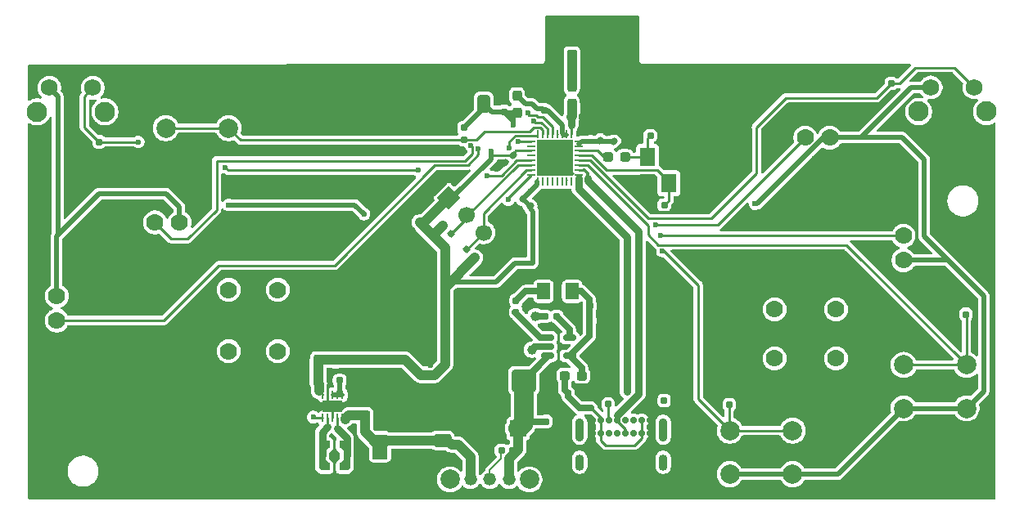
<source format=gbr>
%TF.GenerationSoftware,KiCad,Pcbnew,9.0.0*%
%TF.CreationDate,2025-09-05T21:39:45-05:00*%
%TF.ProjectId,RIOT_Remote_ESP,52494f54-5f52-4656-9d6f-74655f455350,rev?*%
%TF.SameCoordinates,Original*%
%TF.FileFunction,Copper,L1,Top*%
%TF.FilePolarity,Positive*%
%FSLAX46Y46*%
G04 Gerber Fmt 4.6, Leading zero omitted, Abs format (unit mm)*
G04 Created by KiCad (PCBNEW 9.0.0) date 2025-09-05 21:39:45*
%MOMM*%
%LPD*%
G01*
G04 APERTURE LIST*
G04 Aperture macros list*
%AMRoundRect*
0 Rectangle with rounded corners*
0 $1 Rounding radius*
0 $2 $3 $4 $5 $6 $7 $8 $9 X,Y pos of 4 corners*
0 Add a 4 corners polygon primitive as box body*
4,1,4,$2,$3,$4,$5,$6,$7,$8,$9,$2,$3,0*
0 Add four circle primitives for the rounded corners*
1,1,$1+$1,$2,$3*
1,1,$1+$1,$4,$5*
1,1,$1+$1,$6,$7*
1,1,$1+$1,$8,$9*
0 Add four rect primitives between the rounded corners*
20,1,$1+$1,$2,$3,$4,$5,0*
20,1,$1+$1,$4,$5,$6,$7,0*
20,1,$1+$1,$6,$7,$8,$9,0*
20,1,$1+$1,$8,$9,$2,$3,0*%
%AMHorizOval*
0 Thick line with rounded ends*
0 $1 width*
0 $2 $3 position (X,Y) of the first rounded end (center of the circle)*
0 $4 $5 position (X,Y) of the second rounded end (center of the circle)*
0 Add line between two ends*
20,1,$1,$2,$3,$4,$5,0*
0 Add two circle primitives to create the rounded ends*
1,1,$1,$2,$3*
1,1,$1,$4,$5*%
%AMRotRect*
0 Rectangle, with rotation*
0 The origin of the aperture is its center*
0 $1 length*
0 $2 width*
0 $3 Rotation angle, in degrees counterclockwise*
0 Add horizontal line*
21,1,$1,$2,0,0,$3*%
%AMFreePoly0*
4,1,11,0.760000,0.825000,0.380000,0.510000,0.380000,-0.510000,0.760000,-0.825000,0.760000,-1.525000,-0.125000,-1.525000,-0.380000,-1.270000,-0.380000,1.270000,-0.125000,1.525000,0.760000,1.525000,0.760000,0.825000,0.760000,0.825000,$1*%
G04 Aperture macros list end*
%TA.AperFunction,SMDPad,CuDef*%
%ADD10RoundRect,0.155000X0.212500X0.155000X-0.212500X0.155000X-0.212500X-0.155000X0.212500X-0.155000X0*%
%TD*%
%TA.AperFunction,SMDPad,CuDef*%
%ADD11RoundRect,0.160000X-0.197500X-0.160000X0.197500X-0.160000X0.197500X0.160000X-0.197500X0.160000X0*%
%TD*%
%TA.AperFunction,SMDPad,CuDef*%
%ADD12RoundRect,0.155000X-0.212500X-0.155000X0.212500X-0.155000X0.212500X0.155000X-0.212500X0.155000X0*%
%TD*%
%TA.AperFunction,SMDPad,CuDef*%
%ADD13RoundRect,0.155000X0.040659X0.259862X-0.259862X-0.040659X-0.040659X-0.259862X0.259862X0.040659X0*%
%TD*%
%TA.AperFunction,SMDPad,CuDef*%
%ADD14RoundRect,0.250000X0.412500X0.650000X-0.412500X0.650000X-0.412500X-0.650000X0.412500X-0.650000X0*%
%TD*%
%TA.AperFunction,SMDPad,CuDef*%
%ADD15RoundRect,0.237500X0.237500X-0.287500X0.237500X0.287500X-0.237500X0.287500X-0.237500X-0.287500X0*%
%TD*%
%TA.AperFunction,ComponentPad*%
%ADD16C,2.000000*%
%TD*%
%TA.AperFunction,SMDPad,CuDef*%
%ADD17RoundRect,0.155000X-0.040659X-0.259862X0.259862X0.040659X0.040659X0.259862X-0.259862X-0.040659X0*%
%TD*%
%TA.AperFunction,SMDPad,CuDef*%
%ADD18RoundRect,0.237500X0.237500X-0.300000X0.237500X0.300000X-0.237500X0.300000X-0.237500X-0.300000X0*%
%TD*%
%TA.AperFunction,ComponentPad*%
%ADD19C,0.700000*%
%TD*%
%TA.AperFunction,ComponentPad*%
%ADD20O,0.900000X2.400000*%
%TD*%
%TA.AperFunction,ComponentPad*%
%ADD21O,0.900000X1.700000*%
%TD*%
%TA.AperFunction,SMDPad,CuDef*%
%ADD22RoundRect,0.250001X-0.462499X-0.624999X0.462499X-0.624999X0.462499X0.624999X-0.462499X0.624999X0*%
%TD*%
%TA.AperFunction,SMDPad,CuDef*%
%ADD23RoundRect,0.160000X0.252791X-0.026517X-0.026517X0.252791X-0.252791X0.026517X0.026517X-0.252791X0*%
%TD*%
%TA.AperFunction,ComponentPad*%
%ADD24R,1.700000X1.700000*%
%TD*%
%TA.AperFunction,ComponentPad*%
%ADD25O,1.700000X1.700000*%
%TD*%
%TA.AperFunction,ComponentPad*%
%ADD26C,2.100000*%
%TD*%
%TA.AperFunction,ComponentPad*%
%ADD27C,1.750000*%
%TD*%
%TA.AperFunction,SMDPad,CuDef*%
%ADD28FreePoly0,0.000000*%
%TD*%
%TA.AperFunction,SMDPad,CuDef*%
%ADD29FreePoly0,180.000000*%
%TD*%
%TA.AperFunction,SMDPad,CuDef*%
%ADD30RoundRect,0.155000X-0.155000X0.212500X-0.155000X-0.212500X0.155000X-0.212500X0.155000X0.212500X0*%
%TD*%
%TA.AperFunction,SMDPad,CuDef*%
%ADD31RoundRect,0.250000X-0.550000X1.050000X-0.550000X-1.050000X0.550000X-1.050000X0.550000X1.050000X0*%
%TD*%
%TA.AperFunction,SMDPad,CuDef*%
%ADD32RoundRect,0.237500X0.287500X0.237500X-0.287500X0.237500X-0.287500X-0.237500X0.287500X-0.237500X0*%
%TD*%
%TA.AperFunction,SMDPad,CuDef*%
%ADD33RoundRect,0.237500X-0.300000X-0.237500X0.300000X-0.237500X0.300000X0.237500X-0.300000X0.237500X0*%
%TD*%
%TA.AperFunction,SMDPad,CuDef*%
%ADD34RoundRect,0.160000X0.160000X-0.197500X0.160000X0.197500X-0.160000X0.197500X-0.160000X-0.197500X0*%
%TD*%
%TA.AperFunction,SMDPad,CuDef*%
%ADD35RoundRect,0.160000X0.197500X0.160000X-0.197500X0.160000X-0.197500X-0.160000X0.197500X-0.160000X0*%
%TD*%
%TA.AperFunction,SMDPad,CuDef*%
%ADD36RoundRect,0.062500X0.062500X-0.350000X0.062500X0.350000X-0.062500X0.350000X-0.062500X-0.350000X0*%
%TD*%
%TA.AperFunction,HeatsinkPad*%
%ADD37R,2.000000X1.200000*%
%TD*%
%TA.AperFunction,ComponentPad*%
%ADD38C,1.778000*%
%TD*%
%TA.AperFunction,ComponentPad*%
%ADD39C,2.286000*%
%TD*%
%TA.AperFunction,SMDPad,CuDef*%
%ADD40RoundRect,0.155000X0.155000X-0.212500X0.155000X0.212500X-0.155000X0.212500X-0.155000X-0.212500X0*%
%TD*%
%TA.AperFunction,SMDPad,CuDef*%
%ADD41RoundRect,0.250000X0.650000X-0.412500X0.650000X0.412500X-0.650000X0.412500X-0.650000X-0.412500X0*%
%TD*%
%TA.AperFunction,SMDPad,CuDef*%
%ADD42RoundRect,0.250000X1.000000X0.900000X-1.000000X0.900000X-1.000000X-0.900000X1.000000X-0.900000X0*%
%TD*%
%TA.AperFunction,ComponentPad*%
%ADD43RotRect,1.700000X1.700000X45.000000*%
%TD*%
%TA.AperFunction,ComponentPad*%
%ADD44HorizOval,1.700000X0.000000X0.000000X0.000000X0.000000X0*%
%TD*%
%TA.AperFunction,SMDPad,CuDef*%
%ADD45RoundRect,0.160000X-0.160000X0.197500X-0.160000X-0.197500X0.160000X-0.197500X0.160000X0.197500X0*%
%TD*%
%TA.AperFunction,SMDPad,CuDef*%
%ADD46R,1.650000X1.950000*%
%TD*%
%TA.AperFunction,ComponentPad*%
%ADD47C,1.320800*%
%TD*%
%TA.AperFunction,ComponentPad*%
%ADD48C,2.006600*%
%TD*%
%TA.AperFunction,SMDPad,CuDef*%
%ADD49RoundRect,0.100000X0.400000X0.400000X-0.400000X0.400000X-0.400000X-0.400000X0.400000X-0.400000X0*%
%TD*%
%TA.AperFunction,SMDPad,CuDef*%
%ADD50RoundRect,0.105000X0.420000X0.995000X-0.420000X0.995000X-0.420000X-0.995000X0.420000X-0.995000X0*%
%TD*%
%TA.AperFunction,SMDPad,CuDef*%
%ADD51RoundRect,0.237500X-0.287500X-0.237500X0.287500X-0.237500X0.287500X0.237500X-0.287500X0.237500X0*%
%TD*%
%TA.AperFunction,SMDPad,CuDef*%
%ADD52RoundRect,0.062500X-0.062500X0.337500X-0.062500X-0.337500X0.062500X-0.337500X0.062500X0.337500X0*%
%TD*%
%TA.AperFunction,SMDPad,CuDef*%
%ADD53RoundRect,0.062500X-0.337500X0.062500X-0.337500X-0.062500X0.337500X-0.062500X0.337500X0.062500X0*%
%TD*%
%TA.AperFunction,HeatsinkPad*%
%ADD54R,3.700000X3.700000*%
%TD*%
%TA.AperFunction,SMDPad,CuDef*%
%ADD55RoundRect,0.150000X-0.512500X-0.150000X0.512500X-0.150000X0.512500X0.150000X-0.512500X0.150000X0*%
%TD*%
%TA.AperFunction,ViaPad*%
%ADD56C,0.600000*%
%TD*%
%TA.AperFunction,ViaPad*%
%ADD57C,0.500000*%
%TD*%
%TA.AperFunction,ViaPad*%
%ADD58C,1.000000*%
%TD*%
%TA.AperFunction,Conductor*%
%ADD59C,0.500000*%
%TD*%
%TA.AperFunction,Conductor*%
%ADD60C,0.250000*%
%TD*%
%TA.AperFunction,Conductor*%
%ADD61C,2.000000*%
%TD*%
%TA.AperFunction,Conductor*%
%ADD62C,1.000000*%
%TD*%
%TA.AperFunction,Conductor*%
%ADD63C,0.750000*%
%TD*%
%TA.AperFunction,Conductor*%
%ADD64C,0.635000*%
%TD*%
%TA.AperFunction,Conductor*%
%ADD65C,0.200000*%
%TD*%
%TA.AperFunction,Conductor*%
%ADD66C,0.762000*%
%TD*%
%TA.AperFunction,Conductor*%
%ADD67C,0.350000*%
%TD*%
G04 APERTURE END LIST*
D10*
%TO.P,C22,1*%
%TO.N,GNDREF*%
X162517500Y-62425000D03*
%TO.P,C22,2*%
%TO.N,Battery_VDD*%
X161382500Y-62425000D03*
%TD*%
D11*
%TO.P,R3,1*%
%TO.N,Net-(U9-V_{SS})*%
X156777500Y-61975000D03*
%TO.P,R3,2*%
%TO.N,Net-(U9-PROG)*%
X157972500Y-61975000D03*
%TD*%
D12*
%TO.P,C25,1*%
%TO.N,unconnected-(SW1-Pad2)*%
X152282500Y-75850000D03*
%TO.P,C25,2*%
%TO.N,N/C*%
X153417500Y-75850000D03*
%TD*%
D13*
%TO.P,C7,1*%
%TO.N,+3.3V*%
X153476283Y-45273717D03*
%TO.P,C7,2*%
%TO.N,GNDREF*%
X152673717Y-46076283D03*
%TD*%
D14*
%TO.P,C3,1*%
%TO.N,+3.3V*%
X150462785Y-39959648D03*
%TO.P,C3,2*%
%TO.N,GNDREF*%
X147337785Y-39959648D03*
%TD*%
D15*
%TO.P,L3,1,1*%
%TO.N,Net-(U1-LNA_IN)*%
X159550000Y-39924999D03*
%TO.P,L3,2,2*%
%TO.N,Net-(AE1-A)*%
X159550000Y-38175001D03*
%TD*%
D10*
%TO.P,C11,1*%
%TO.N,GNDREF*%
X160642500Y-41300000D03*
%TO.P,C11,2*%
%TO.N,Net-(U1-LNA_IN)*%
X159507500Y-41300000D03*
%TD*%
D16*
%TO.P,SW5,1,1*%
%TO.N,SW5*%
X175890000Y-73810000D03*
X182390000Y-73810000D03*
%TO.P,SW5,2,2*%
%TO.N,+3.3V*%
X175890000Y-78310000D03*
X182390000Y-78310000D03*
%TD*%
D17*
%TO.P,C8,1*%
%TO.N,GNDREF*%
X154423717Y-51351283D03*
%TO.P,C8,2*%
%TO.N,+3.3V*%
X155226283Y-50548717D03*
%TD*%
D18*
%TO.P,C27,1*%
%TO.N,+3.3V*%
X133300000Y-66462500D03*
%TO.P,C27,2*%
%TO.N,GNDREF*%
X133300000Y-64737500D03*
%TD*%
D19*
%TO.P,J2,A1,GND*%
%TO.N,GNDREF*%
X161702500Y-72725000D03*
%TO.P,J2,A4,VBUS*%
%TO.N,VUSB*%
X162552500Y-72725000D03*
%TO.P,J2,A5,CC1*%
%TO.N,Net-(J2-CC1)*%
X163402500Y-72725000D03*
%TO.P,J2,A6,D+*%
%TO.N,ESP_DP*%
X164252500Y-72725000D03*
%TO.P,J2,A7,D-*%
%TO.N,ESP_DM*%
X165102500Y-72725000D03*
%TO.P,J2,A8,SBU1*%
%TO.N,unconnected-(J2-SBU1-PadA8)*%
X165952500Y-72725000D03*
%TO.P,J2,A9,VBUS*%
%TO.N,VUSB*%
X166802500Y-72725000D03*
%TO.P,J2,A12,GND*%
%TO.N,GNDREF*%
X167652500Y-72725000D03*
%TO.P,J2,B1,GND*%
X167652500Y-74075000D03*
%TO.P,J2,B4,VBUS*%
%TO.N,VUSB*%
X166802500Y-74075000D03*
%TO.P,J2,B5,CC2*%
%TO.N,Net-(J2-CC2)*%
X165952500Y-74075000D03*
%TO.P,J2,B6,D+*%
%TO.N,ESP_DP*%
X165102500Y-74075000D03*
%TO.P,J2,B7,D-*%
%TO.N,ESP_DM*%
X164252500Y-74075000D03*
%TO.P,J2,B8,SBU2*%
%TO.N,unconnected-(J2-SBU2-PadB8)*%
X163402500Y-74075000D03*
%TO.P,J2,B9,VBUS*%
%TO.N,VUSB*%
X162552500Y-74075000D03*
%TO.P,J2,B12,GND*%
%TO.N,GNDREF*%
X161702500Y-74075000D03*
D20*
%TO.P,J2,S1,SHIELD*%
%TO.N,unconnected-(J2-SHIELD-PadS1)*%
X160352500Y-73705000D03*
D21*
%TO.N,unconnected-(J2-SHIELD-PadS1)_1*%
X160352500Y-77085000D03*
D20*
%TO.N,unconnected-(J2-SHIELD-PadS1)_2*%
X169002500Y-73705000D03*
D21*
%TO.N,unconnected-(J2-SHIELD-PadS1)_3*%
X169002500Y-77085000D03*
%TD*%
D22*
%TO.P,D2,1,K*%
%TO.N,Net-(D2-K)*%
X156612500Y-59375000D03*
%TO.P,D2,2,A*%
%TO.N,Battery_VDD*%
X159587500Y-59375000D03*
%TD*%
D12*
%TO.P,C1,1*%
%TO.N,GNDREF*%
X167982500Y-50425000D03*
%TO.P,C1,2*%
%TO.N,Net-(U1-XTAL_N)*%
X169117500Y-50425000D03*
%TD*%
D23*
%TO.P,R15,1*%
%TO.N,+3.3V*%
X149512496Y-55892496D03*
%TO.P,R15,2*%
%TO.N,SCL*%
X148667504Y-55047504D03*
%TD*%
D24*
%TO.P,J1,1,Pin_1*%
%TO.N,Before_Switch*%
X154000000Y-73600000D03*
D25*
%TO.P,J1,2,Pin_2*%
%TO.N,GNDREF*%
X151460000Y-73600000D03*
%TD*%
D26*
%TO.P,SW7,*%
%TO.N,*%
X104250000Y-40790000D03*
X111260000Y-40790000D03*
D27*
%TO.P,SW7,1,1*%
%TO.N,+3.3V*%
X105500000Y-38300000D03*
%TO.P,SW7,2,2*%
%TO.N,SW8*%
X110000000Y-38300000D03*
%TD*%
D28*
%TO.P,L5,1,1*%
%TO.N,Net-(U3-L2)*%
X133730000Y-76400000D03*
D29*
%TO.P,L5,2,2*%
%TO.N,Net-(U3-L1)*%
X136270000Y-76400000D03*
%TD*%
D12*
%TO.P,C2,1*%
%TO.N,Net-(X1-EN)*%
X167682500Y-43250000D03*
%TO.P,C2,2*%
%TO.N,GNDREF*%
X168817500Y-43250000D03*
%TD*%
D30*
%TO.P,C25,1*%
%TO.N,Before_Switch*%
X156900000Y-72865000D03*
%TO.P,C25,2*%
%TO.N,GNDREF*%
X156900000Y-74000000D03*
%TD*%
D31*
%TO.P,C13,1*%
%TO.N,+36V*%
X139700000Y-75500000D03*
%TO.P,C13,2*%
%TO.N,GNDREF*%
X139700000Y-79100000D03*
%TD*%
D32*
%TO.P,L1,1,1*%
%TO.N,Net-(X1-EN)*%
X165049999Y-45475000D03*
%TO.P,L1,2,2*%
%TO.N,Net-(U1-XTAL_P)*%
X163300001Y-45475000D03*
%TD*%
D33*
%TO.P,C29,1*%
%TO.N,+36V*%
X138137500Y-72200000D03*
%TO.P,C29,2*%
%TO.N,GNDREF*%
X139862500Y-72200000D03*
%TD*%
D13*
%TO.P,C6,1*%
%TO.N,+3.3V*%
X154476283Y-49808717D03*
%TO.P,C6,2*%
%TO.N,GNDREF*%
X153673717Y-50611283D03*
%TD*%
D23*
%TO.P,R14,1*%
%TO.N,SDA*%
X147037496Y-53417496D03*
%TO.P,R14,2*%
%TO.N,+3.3V*%
X146192504Y-52572504D03*
%TD*%
D18*
%TO.P,C28,1*%
%TO.N,+3.3V*%
X135100000Y-66462500D03*
%TO.P,C28,2*%
%TO.N,GNDREF*%
X135100000Y-64737500D03*
%TD*%
D26*
%TO.P,SW4,*%
%TO.N,*%
X195425000Y-40752500D03*
X202435000Y-40752500D03*
D27*
%TO.P,SW4,1,1*%
%TO.N,+3.3V*%
X196675000Y-38262500D03*
%TO.P,SW4,2,2*%
%TO.N,SW6*%
X201175000Y-38262500D03*
%TD*%
D34*
%TO.P,R2,1*%
%TO.N,Net-(U9-STAT)*%
X153775000Y-61522500D03*
%TO.P,R2,2*%
%TO.N,Net-(D2-K)*%
X153775000Y-60327500D03*
%TD*%
D35*
%TO.P,R7,1*%
%TO.N,SW6*%
X192597500Y-37850000D03*
%TO.P,R7,2*%
%TO.N,GNDREF*%
X191402500Y-37850000D03*
%TD*%
D16*
%TO.P,SW6,1,1*%
%TO.N,SW7*%
X193870000Y-67000000D03*
X200370000Y-67000000D03*
%TO.P,SW6,2,2*%
%TO.N,+3.3V*%
X193870000Y-71500000D03*
X200370000Y-71500000D03*
%TD*%
D10*
%TO.P,C21,1*%
%TO.N,GNDREF*%
X160260000Y-69925000D03*
%TO.P,C21,2*%
%TO.N,VUSB*%
X159125000Y-69925000D03*
%TD*%
D36*
%TO.P,U3,1,VOUT*%
%TO.N,+3.3V*%
X133800000Y-72512500D03*
%TO.P,U3,2,L2*%
%TO.N,Net-(U3-L2)*%
X134300000Y-72512500D03*
%TO.P,U3,3,PGND*%
%TO.N,GNDREF*%
X134800000Y-72512500D03*
%TO.P,U3,4,L1*%
%TO.N,Net-(U3-L1)*%
X135300000Y-72512500D03*
%TO.P,U3,5,VIN*%
%TO.N,+36V*%
X135800000Y-72512500D03*
%TO.P,U3,6,EN*%
%TO.N,Net-(U3-EN)*%
X135800000Y-70087500D03*
%TO.P,U3,7,PS/SYNC*%
X135300000Y-70087500D03*
%TO.P,U3,8,VINA*%
X134800000Y-70087500D03*
%TO.P,U3,9,GND*%
%TO.N,GNDREF*%
X134300000Y-70087500D03*
%TO.P,U3,10,FB*%
%TO.N,+3.3V*%
X133800000Y-70087500D03*
D37*
%TO.P,U3,11,PGND*%
%TO.N,GNDREF*%
X134800000Y-71300000D03*
%TD*%
D38*
%TO.P,U7,B1A,SEL+*%
%TO.N,unconnected-(U7-SEL+-PadB1A)*%
X186875000Y-66318719D03*
%TO.P,U7,B1B*%
%TO.N,N/C*%
X180525000Y-66318719D03*
%TO.P,U7,B2A,SEL-*%
%TO.N,unconnected-(U7-SEL--PadB2A)*%
X186875000Y-61238719D03*
%TO.P,U7,B2B*%
%TO.N,N/C*%
X180525000Y-61238719D03*
%TO.P,U7,H1,H+*%
%TO.N,+3.3V*%
X186240000Y-43458719D03*
%TO.P,U7,H2,H*%
%TO.N,SW4*%
X183700000Y-43458719D03*
%TO.P,U7,H3,H-*%
%TO.N,GNDREF*%
X181160000Y-43458719D03*
D39*
%TO.P,U7,S1,SHIELD*%
X191320000Y-60286219D03*
%TO.P,U7,S2,SHIELD__1*%
X191320000Y-46951219D03*
%TO.P,U7,S3,SHIELD__2*%
X176080000Y-46951219D03*
%TO.P,U7,S4,SHIELD__3*%
X176080000Y-60286219D03*
D38*
%TO.P,U7,V1,V+*%
%TO.N,+3.3V*%
X193860000Y-56158719D03*
%TO.P,U7,V2,V*%
%TO.N,SW3*%
X193860000Y-53618719D03*
%TO.P,U7,V3,V-*%
%TO.N,GNDREF*%
X193860000Y-51078719D03*
%TD*%
D40*
%TO.P,C4,1*%
%TO.N,+3.3V*%
X152550000Y-40767500D03*
%TO.P,C4,2*%
%TO.N,GNDREF*%
X152550000Y-39632500D03*
%TD*%
D34*
%TO.P,R13,1*%
%TO.N,Net-(J2-CC2)*%
X169100000Y-70697500D03*
%TO.P,R13,2*%
%TO.N,GNDREF*%
X169100000Y-69502500D03*
%TD*%
D41*
%TO.P,C17,1*%
%TO.N,+36V*%
X146175000Y-74812500D03*
%TO.P,C17,2*%
%TO.N,GNDREF*%
X146175000Y-71687500D03*
%TD*%
D15*
%TO.P,L2,1,1*%
%TO.N,+3.3V*%
X153875000Y-40849999D03*
%TO.P,L2,2,2*%
%TO.N,Net-(C5-Pad2)*%
X153875000Y-39100001D03*
%TD*%
D42*
%TO.P,D1,1,A1*%
%TO.N,Before_Switch*%
X154575000Y-68625000D03*
%TO.P,D1,2,A2*%
%TO.N,GNDREF*%
X150275000Y-68625000D03*
%TD*%
D43*
%TO.P,J3,1,Pin_1*%
%TO.N,+3.3V*%
X146832898Y-49707898D03*
D44*
%TO.P,J3,2,Pin_2*%
%TO.N,SDA*%
X148628949Y-51503949D03*
%TO.P,J3,3,Pin_3*%
%TO.N,SCL*%
X150425000Y-53300000D03*
%TO.P,J3,4,Pin_4*%
%TO.N,GNDREF*%
X152221052Y-55096052D03*
%TD*%
D34*
%TO.P,R6,1*%
%TO.N,SW7*%
X200330000Y-61767500D03*
%TO.P,R6,2*%
%TO.N,GNDREF*%
X200330000Y-60572500D03*
%TD*%
D38*
%TO.P,U6,B1A,SEL+*%
%TO.N,unconnected-(U6-SEL+-PadB1A)*%
X129125000Y-59225000D03*
%TO.P,U6,B1B*%
%TO.N,N/C*%
X129125000Y-65575000D03*
%TO.P,U6,B2A,SEL-*%
%TO.N,unconnected-(U6-SEL--PadB2A)*%
X124045000Y-59225000D03*
%TO.P,U6,B2B*%
%TO.N,N/C*%
X124045000Y-65575000D03*
%TO.P,U6,H1,H+*%
%TO.N,+3.3V*%
X106265000Y-59860000D03*
%TO.P,U6,H2,H*%
%TO.N,SW2*%
X106265000Y-62400000D03*
%TO.P,U6,H3,H-*%
%TO.N,GNDREF*%
X106265000Y-64940000D03*
D39*
%TO.P,U6,S1,SHIELD*%
X123092500Y-54780000D03*
%TO.P,U6,S2,SHIELD__1*%
X109757500Y-54780000D03*
%TO.P,U6,S3,SHIELD__2*%
X109757500Y-70020000D03*
%TO.P,U6,S4,SHIELD__3*%
X123092500Y-70020000D03*
D38*
%TO.P,U6,V1,V+*%
%TO.N,+3.3V*%
X118965000Y-52240000D03*
%TO.P,U6,V2,V*%
%TO.N,SW1*%
X116425000Y-52240000D03*
%TO.P,U6,V3,V-*%
%TO.N,GNDREF*%
X113885000Y-52240000D03*
%TD*%
D45*
%TO.P,R5,1*%
%TO.N,SW8*%
X110650000Y-43900000D03*
%TO.P,R5,2*%
%TO.N,GNDREF*%
X110650000Y-45095000D03*
%TD*%
D12*
%TO.P,C15,1*%
%TO.N,GNDREF*%
X158407500Y-36500000D03*
%TO.P,C15,2*%
%TO.N,Net-(AE1-A)*%
X159542500Y-36500000D03*
%TD*%
D46*
%TO.P,X1,1,EN*%
%TO.N,Net-(X1-EN)*%
X167400000Y-45425000D03*
%TO.P,X1,2,GND*%
%TO.N,GNDREF*%
X167400000Y-48175000D03*
%TO.P,X1,3,OUT*%
%TO.N,Net-(U1-XTAL_N)*%
X169600000Y-48175000D03*
%TO.P,X1,4,Vdd*%
%TO.N,GNDREF*%
X169600000Y-45425000D03*
%TD*%
D47*
%TO.P,SW1,1,1*%
%TO.N,+36V*%
X149055901Y-78862450D03*
%TO.P,SW1,2,2*%
%TO.N,unconnected-(SW1-Pad2)*%
X151055901Y-78862450D03*
%TO.P,SW1,3,3*%
%TO.N,Before_Switch*%
X153055902Y-78862450D03*
D48*
%TO.P,SW1,4*%
%TO.N,N/C*%
X146955902Y-78862450D03*
%TO.P,SW1,5*%
X155155900Y-78862450D03*
%TD*%
D12*
%TO.P,C26,1*%
%TO.N,Net-(U3-EN)*%
X135532500Y-68600000D03*
%TO.P,C26,2*%
%TO.N,GNDREF*%
X136667500Y-68600000D03*
%TD*%
D34*
%TO.P,R4,1*%
%TO.N,Net-(U1-CHIP_EN)*%
X148375000Y-43647500D03*
%TO.P,R4,2*%
%TO.N,+3.3V*%
X148375000Y-42452500D03*
%TD*%
%TO.P,R12,1*%
%TO.N,Net-(J2-CC1)*%
X163300000Y-71072500D03*
%TO.P,R12,2*%
%TO.N,GNDREF*%
X163300000Y-69877500D03*
%TD*%
D12*
%TO.P,C24,1*%
%TO.N,Battery_VDD*%
X161432500Y-60900000D03*
%TO.P,C24,2*%
%TO.N,GNDREF*%
X162567500Y-60900000D03*
%TD*%
D49*
%TO.P,AE1,1,A*%
%TO.N,Net-(AE1-A)*%
X159575000Y-34875000D03*
D50*
%TO.P,AE1,2,Shield*%
%TO.N,GNDREF*%
X158100000Y-33375000D03*
D49*
X159575000Y-31875000D03*
D50*
X161050000Y-33375000D03*
%TD*%
D51*
%TO.P,L4,1,1*%
%TO.N,VUSB*%
X158825000Y-68125000D03*
%TO.P,L4,2,2*%
%TO.N,Battery_VDD*%
X160575000Y-68125000D03*
%TD*%
D17*
%TO.P,C14,1*%
%TO.N,+3.3V*%
X162448717Y-43726283D03*
%TO.P,C14,2*%
%TO.N,GNDREF*%
X163251283Y-42923717D03*
%TD*%
%TO.P,C16,1*%
%TO.N,+3.3V*%
X163873717Y-43826283D03*
%TO.P,C16,2*%
%TO.N,GNDREF*%
X164676283Y-43023717D03*
%TD*%
D52*
%TO.P,U1,1,LNA_IN*%
%TO.N,Net-(U1-LNA_IN)*%
X159529999Y-43120000D03*
%TO.P,U1,2,VDD3P3*%
%TO.N,Net-(C5-Pad2)*%
X159030000Y-43120000D03*
%TO.P,U1,3,VDD3P3*%
X158530000Y-43119999D03*
%TO.P,U1,4,XTAL_32K_P*%
%TO.N,unconnected-(U1-XTAL_32K_P-Pad4)*%
X158030000Y-43120000D03*
%TO.P,U1,5,XTAL_32K_N*%
%TO.N,SW1*%
X157530000Y-43120000D03*
%TO.P,U1,6,GPIO2*%
%TO.N,SW2*%
X157030000Y-43119999D03*
%TO.P,U1,7,CHIP_EN*%
%TO.N,Net-(U1-CHIP_EN)*%
X156530000Y-43120000D03*
%TO.P,U1,8,GPIO3*%
%TO.N,SW4*%
X156030001Y-43120000D03*
D53*
%TO.P,U1,9,MTMS*%
%TO.N,SW3*%
X155330000Y-43820001D03*
%TO.P,U1,10,MTDI*%
%TO.N,Batt_Check*%
X155330000Y-44320000D03*
%TO.P,U1,11,VDD3P3_RTC*%
%TO.N,+3.3V*%
X155329999Y-44820000D03*
%TO.P,U1,12,MTCK*%
%TO.N,unconnected-(U1-MTCK-Pad12)*%
X155330000Y-45320000D03*
%TO.P,U1,13,MTDO*%
%TO.N,SW8*%
X155330000Y-45820000D03*
%TO.P,U1,14,GPIO8*%
%TO.N,SDA*%
X155329999Y-46320000D03*
%TO.P,U1,15,GPIO9*%
%TO.N,SCL*%
X155330000Y-46820000D03*
%TO.P,U1,16,GPIO10*%
%TO.N,SW5*%
X155330000Y-47319999D03*
D52*
%TO.P,U1,17,VDD3P3_CPU*%
%TO.N,+3.3V*%
X156030001Y-48020000D03*
%TO.P,U1,18,VDD_SPI*%
%TO.N,unconnected-(U1-VDD_SPI-Pad18)*%
X156530000Y-48020000D03*
%TO.P,U1,19,SPIHD*%
%TO.N,SPIHD*%
X157030000Y-48020001D03*
%TO.P,U1,20,SPIWP*%
%TO.N,SPIWP*%
X157530000Y-48020000D03*
%TO.P,U1,21,SPICS0*%
%TO.N,SPICS0*%
X158030000Y-48020000D03*
%TO.P,U1,22,SPICLK*%
%TO.N,SPICLK*%
X158530000Y-48020001D03*
%TO.P,U1,23,SPID*%
%TO.N,SPID*%
X159030000Y-48020000D03*
%TO.P,U1,24,SPIQ*%
%TO.N,SPIQ*%
X159529999Y-48020000D03*
D53*
%TO.P,U1,25,GPIO18*%
%TO.N,ESP_DM*%
X160230000Y-47319999D03*
%TO.P,U1,26,GPIO19*%
%TO.N,ESP_DP*%
X160230000Y-46820000D03*
%TO.P,U1,27,U0RXD*%
%TO.N,SW7*%
X160230001Y-46320000D03*
%TO.P,U1,28,U0TXD*%
%TO.N,SW6*%
X160230000Y-45820000D03*
%TO.P,U1,29,XTAL_N*%
%TO.N,Net-(U1-XTAL_N)*%
X160230000Y-45320000D03*
%TO.P,U1,30,XTAL_P*%
%TO.N,Net-(U1-XTAL_P)*%
X160230001Y-44820000D03*
%TO.P,U1,31,VDDA*%
%TO.N,+3.3V*%
X160230000Y-44320000D03*
%TO.P,U1,32,VDDA*%
X160230000Y-43820001D03*
D54*
%TO.P,U1,33,GND*%
%TO.N,GNDREF*%
X157780000Y-45570000D03*
%TD*%
D16*
%TO.P,SW3,1,1*%
%TO.N,Net-(U1-CHIP_EN)*%
X124050000Y-42475000D03*
X117550000Y-42475000D03*
%TO.P,SW3,2,2*%
%TO.N,GNDREF*%
X124050000Y-37975000D03*
X117550000Y-37975000D03*
%TD*%
D34*
%TO.P,R8,1*%
%TO.N,SW5*%
X175820000Y-71127500D03*
%TO.P,R8,2*%
%TO.N,GNDREF*%
X175820000Y-69932500D03*
%TD*%
D55*
%TO.P,U9,1,STAT*%
%TO.N,Net-(U9-STAT)*%
X157037500Y-64175000D03*
%TO.P,U9,2,V_{SS}*%
%TO.N,Net-(U9-V_{SS})*%
X157037500Y-65125000D03*
%TO.P,U9,3,V_{BAT}*%
%TO.N,Before_Switch*%
X157037500Y-66075000D03*
%TO.P,U9,4,V_{DD}*%
%TO.N,Battery_VDD*%
X159312500Y-66075000D03*
%TO.P,U9,5,PROG*%
%TO.N,Net-(U9-PROG)*%
X159312500Y-64175000D03*
%TD*%
D13*
%TO.P,C23,1*%
%TO.N,+3.3V*%
X143801283Y-52248717D03*
%TO.P,C23,2*%
%TO.N,GNDREF*%
X142998717Y-53051283D03*
%TD*%
D30*
%TO.P,C5,1*%
%TO.N,GNDREF*%
X156675000Y-39482500D03*
%TO.P,C5,2*%
%TO.N,Net-(C5-Pad2)*%
X156675000Y-40617500D03*
%TD*%
D56*
%TO.N,GNDREF*%
X127200000Y-41600000D03*
X161550000Y-39600000D03*
X172725000Y-38000000D03*
X148525000Y-37450000D03*
X156350000Y-46000000D03*
X140950000Y-44575000D03*
X158375000Y-45600000D03*
X196900000Y-44625000D03*
X137175000Y-56875000D03*
X157900000Y-44350000D03*
X175550000Y-36975000D03*
X131125000Y-42550000D03*
X131800000Y-55000000D03*
X143950000Y-56450000D03*
X162825000Y-41250000D03*
X104525000Y-46850000D03*
X187800000Y-40800000D03*
X123750000Y-44950000D03*
X136725000Y-69950000D03*
X168650000Y-63075000D03*
X126225000Y-69825000D03*
X119650000Y-62450000D03*
X158575000Y-72450000D03*
X149725000Y-36475000D03*
X117300000Y-59850000D03*
X157700000Y-38725000D03*
X168225000Y-39125000D03*
X179250000Y-69100000D03*
X167775000Y-37750000D03*
X171050000Y-73750000D03*
X171175000Y-45975000D03*
X185475000Y-75875000D03*
X123325000Y-72425000D03*
X184625000Y-45600000D03*
X140900000Y-64100000D03*
X170400000Y-60950000D03*
X171600000Y-48900000D03*
X155600000Y-39125000D03*
X144600000Y-36650000D03*
X120875000Y-55950000D03*
X138700000Y-62000000D03*
X153175000Y-65275000D03*
X182750000Y-40925000D03*
X152350000Y-60275000D03*
X194125000Y-63675000D03*
X115675000Y-42625000D03*
X171175000Y-44700000D03*
X147850000Y-67525000D03*
X107225000Y-69550000D03*
X133475000Y-54400000D03*
X120575000Y-60700000D03*
X161575000Y-37650000D03*
X130900000Y-70800000D03*
X156700000Y-38200000D03*
X146150000Y-44925000D03*
X192300000Y-49475000D03*
X185600000Y-41175000D03*
X155100000Y-36125000D03*
X125475000Y-44800000D03*
X139000000Y-68600000D03*
X125725000Y-51650000D03*
X196250000Y-58050000D03*
D57*
X175820000Y-69932500D03*
D56*
X108200000Y-49075000D03*
X161375000Y-57350000D03*
X172625000Y-75350000D03*
X156375000Y-45225000D03*
X134200000Y-62000000D03*
X154425000Y-57700000D03*
X178575000Y-37150000D03*
X189400000Y-37525000D03*
X130200000Y-72200000D03*
X161500000Y-38750000D03*
X109800000Y-73675000D03*
X153975000Y-53775000D03*
X162825000Y-63550000D03*
X151250000Y-66900000D03*
X146775000Y-70125000D03*
X140050000Y-49200000D03*
X141975000Y-42500000D03*
X125500000Y-72000000D03*
X189325000Y-48500000D03*
X175900000Y-42600000D03*
X196200000Y-59850000D03*
X144300000Y-58150000D03*
X115550000Y-63875000D03*
X162125000Y-58425000D03*
X111050000Y-71925000D03*
X170950000Y-50125000D03*
X137500000Y-64400000D03*
X110200000Y-65225000D03*
X139250000Y-54300000D03*
X158775000Y-46500000D03*
X172975000Y-43925000D03*
X172125000Y-39525000D03*
X170925000Y-43550000D03*
X191100000Y-55150000D03*
X144950000Y-67025000D03*
X182275000Y-48200000D03*
X174525000Y-38850000D03*
X142225000Y-55575000D03*
X163675000Y-62300000D03*
X156825000Y-75775000D03*
X164150000Y-37275000D03*
X172400000Y-73250000D03*
X128250000Y-41125000D03*
X177275000Y-40825000D03*
X138975000Y-50325000D03*
X198625000Y-73650000D03*
X146525000Y-37575000D03*
X179000000Y-38750000D03*
X153725000Y-36450000D03*
X166225000Y-39650000D03*
X155675000Y-57475000D03*
X196975000Y-68975000D03*
X180050000Y-56125000D03*
X112700000Y-55575000D03*
X104525000Y-44250000D03*
X145750000Y-41400000D03*
X181775000Y-52525000D03*
X158525000Y-75225000D03*
X183875000Y-37300000D03*
X116975000Y-64375000D03*
X139350000Y-55450000D03*
X108850000Y-44900000D03*
X120875000Y-54200000D03*
X129725000Y-80225000D03*
X153000000Y-51700000D03*
X155900000Y-37625000D03*
X178975000Y-56625000D03*
X142800000Y-69700000D03*
X113575000Y-41700000D03*
X132650000Y-58400000D03*
X142300000Y-47775000D03*
X144000000Y-44925000D03*
X171925000Y-46150000D03*
X166800000Y-49875000D03*
X120250000Y-70625000D03*
X189925000Y-51025000D03*
X169375000Y-37750000D03*
X144675000Y-38800000D03*
X165000000Y-48100000D03*
X157225000Y-37075000D03*
X170900000Y-37850000D03*
X124250000Y-67700000D03*
X118150000Y-57250000D03*
X140400000Y-69800000D03*
X165600000Y-48250000D03*
X162750000Y-64600000D03*
X165650000Y-37825000D03*
X170275000Y-43475000D03*
X184325000Y-49900000D03*
X169075000Y-65750000D03*
X161550000Y-40525000D03*
X162400000Y-39025000D03*
X183550000Y-58850000D03*
X158950000Y-44475000D03*
X186575000Y-52575000D03*
X135075000Y-41400000D03*
X152325000Y-61825000D03*
X174950000Y-40225000D03*
X148025000Y-69300000D03*
X153400000Y-52325000D03*
X161500000Y-66100000D03*
X193575000Y-48800000D03*
X115675000Y-40900000D03*
X113450000Y-69100000D03*
X120250000Y-73075000D03*
X154650000Y-52500000D03*
D57*
X156900000Y-74000000D03*
D56*
X139175000Y-57500000D03*
X170725000Y-39475000D03*
X165525000Y-41325000D03*
X198125000Y-60600000D03*
X166275000Y-43375000D03*
X162925000Y-37675000D03*
X137425000Y-45000000D03*
X149375000Y-63875000D03*
X144950000Y-64200000D03*
X165475000Y-43925000D03*
X163700000Y-61125000D03*
X153975000Y-37825000D03*
X131325000Y-44950000D03*
X153200000Y-58425000D03*
X186200000Y-58500000D03*
X114125000Y-40725000D03*
X123950000Y-51950000D03*
X156600000Y-57275000D03*
X170875000Y-69375000D03*
X180800000Y-70800000D03*
X152925000Y-63325000D03*
X111950000Y-63800000D03*
X170100000Y-40775000D03*
X162950000Y-59800000D03*
X187050000Y-79575000D03*
X178150000Y-75550000D03*
X151350000Y-37775000D03*
X147700000Y-71650000D03*
X151800000Y-46750000D03*
X144100000Y-40200000D03*
X158425000Y-77875000D03*
X157125000Y-45450000D03*
X129075000Y-76275000D03*
X198800000Y-43350000D03*
X137500000Y-41400000D03*
X148150000Y-73725000D03*
X202775000Y-43725000D03*
X125200000Y-54200000D03*
X185400000Y-70675000D03*
X108625000Y-67275000D03*
X152150000Y-36825000D03*
X162475000Y-65600000D03*
X163850000Y-40150000D03*
X157875000Y-46500000D03*
X194925000Y-73475000D03*
X169225000Y-59250000D03*
X133400000Y-61300000D03*
X192475000Y-68975000D03*
X141900000Y-37825000D03*
X178200000Y-51475000D03*
X107800000Y-72625000D03*
X149375000Y-66250000D03*
X127950000Y-54250000D03*
X191275000Y-70750000D03*
D57*
X191402500Y-37850000D03*
D56*
X112275000Y-59925000D03*
X142300000Y-72100000D03*
X163550000Y-38775000D03*
X154225000Y-64375000D03*
D57*
X160260000Y-69925000D03*
D56*
X165950000Y-49150000D03*
X121400000Y-67725000D03*
X110925000Y-67450000D03*
X109175000Y-59600000D03*
X128600000Y-78325000D03*
X113575000Y-38700000D03*
X156950000Y-46500000D03*
X134775000Y-45000000D03*
X157200000Y-69450000D03*
X197625000Y-59000000D03*
X156800000Y-44500000D03*
X171625000Y-47500000D03*
X108200000Y-47275000D03*
X183200000Y-56325000D03*
X164475000Y-38775000D03*
X165950000Y-42675000D03*
X134475000Y-58925000D03*
X128425000Y-44950000D03*
X168775000Y-41325000D03*
X171275000Y-64350000D03*
X190700000Y-76725000D03*
X122500000Y-52625000D03*
X162400000Y-40100000D03*
X173150000Y-40325000D03*
X186800000Y-36925000D03*
X200725000Y-75175000D03*
X148200000Y-60250000D03*
%TO.N,+3.3V*%
X138050000Y-51375000D03*
X124050000Y-50425000D03*
X151200000Y-44850000D03*
X178500000Y-50300000D03*
X153487085Y-42174000D03*
X133406250Y-69693750D03*
X132800000Y-72400000D03*
X161500000Y-43826283D03*
X155305000Y-48980000D03*
%TO.N,SW1*%
X155000000Y-40925000D03*
X149125000Y-44275000D03*
D58*
%TO.N,Net-(U9-V_{SS})*%
X155425000Y-65425000D03*
X155800000Y-61950000D03*
D56*
%TO.N,Net-(J2-CC2)*%
X169100000Y-70697500D03*
%TO.N,SW8*%
X143650000Y-46850000D03*
X150800000Y-47376000D03*
X123675000Y-46525000D03*
X114700000Y-43900000D03*
%TO.N,SW5*%
X152975000Y-49875000D03*
X168925000Y-55200000D03*
%TO.N,SW3*%
X154000000Y-43875000D03*
X168725000Y-53618719D03*
%TO.N,SW2*%
X155603634Y-41775000D03*
X149865440Y-44577907D03*
%TO.N,SW4*%
X168225000Y-52525000D03*
X153095610Y-44511388D03*
%TO.N,ESP_DM*%
X165237000Y-69725000D03*
%TD*%
D59*
%TO.N,GNDREF*%
X164676283Y-43023717D02*
X164152566Y-42500000D01*
D60*
X159689188Y-47139188D02*
X159689188Y-47125635D01*
X134300000Y-70800000D02*
X134800000Y-71300000D01*
X134300000Y-69000000D02*
X134400000Y-68900000D01*
X134300000Y-70087500D02*
X134300000Y-70800000D01*
D59*
X161400000Y-41300000D02*
X161450000Y-41350000D01*
X164152566Y-42500000D02*
X163625000Y-42500000D01*
X163251283Y-42923717D02*
X164576283Y-42923717D01*
X164576283Y-42923717D02*
X164676283Y-43023717D01*
D60*
X152673717Y-46076283D02*
X152473717Y-46076283D01*
D59*
X160717500Y-41300000D02*
X161400000Y-41300000D01*
D60*
X134800000Y-72512500D02*
X134800000Y-71300000D01*
D61*
X150275000Y-72415000D02*
X151460000Y-73600000D01*
X150275000Y-68625000D02*
X150275000Y-72415000D01*
D60*
X134300000Y-70087500D02*
X134300000Y-69000000D01*
X152473717Y-46076283D02*
X151800000Y-46750000D01*
D62*
%TO.N,Net-(AE1-A)*%
X159575000Y-34875000D02*
X159575000Y-38150001D01*
X159575000Y-38150001D02*
X159550000Y-38175001D01*
D60*
%TO.N,Net-(U1-XTAL_N)*%
X163150000Y-46825000D02*
X168400000Y-46825000D01*
X161645000Y-45320000D02*
X163150000Y-46825000D01*
X169600000Y-49942500D02*
X169117500Y-50425000D01*
X169600000Y-48025000D02*
X169600000Y-48175000D01*
X169600000Y-48175000D02*
X169600000Y-49942500D01*
X160230000Y-45320000D02*
X161645000Y-45320000D01*
X168400000Y-46825000D02*
X169600000Y-48025000D01*
%TO.N,Net-(X1-EN)*%
X165049999Y-45475000D02*
X167350000Y-45475000D01*
X167400000Y-43532500D02*
X167682500Y-43250000D01*
X167350000Y-45475000D02*
X167400000Y-45425000D01*
X167400000Y-45425000D02*
X167400000Y-43532500D01*
D59*
%TO.N,+3.3V*%
X152550000Y-40767500D02*
X151270637Y-40767500D01*
X202150000Y-69720000D02*
X202150000Y-59850000D01*
X113603982Y-49275000D02*
X117575000Y-49275000D01*
X106374999Y-39174999D02*
X106374999Y-53525001D01*
D62*
X143883372Y-68026000D02*
X142319872Y-66462500D01*
X133406250Y-69693750D02*
X133406250Y-69006250D01*
D59*
X155226283Y-50548717D02*
X155216283Y-50548717D01*
X196000000Y-53700000D02*
X198458719Y-56158719D01*
X146979992Y-58425000D02*
X151700000Y-58425000D01*
X186240000Y-43458719D02*
X189466281Y-43458719D01*
D62*
X133406250Y-69006250D02*
X133300000Y-68900000D01*
X133300000Y-68900000D02*
X133300000Y-66462500D01*
D59*
X202150000Y-59850000D02*
X198458719Y-56158719D01*
X155226283Y-50548717D02*
X155292616Y-50615050D01*
X155216283Y-50548717D02*
X154476283Y-49808717D01*
X178753766Y-50300000D02*
X185595047Y-43458719D01*
X193733719Y-43458719D02*
X196000000Y-45725000D01*
D62*
X145238783Y-53686217D02*
X143801283Y-52248717D01*
D59*
X153487085Y-41704585D02*
X152550000Y-40767500D01*
X153875000Y-40849999D02*
X152632499Y-40849999D01*
X196000000Y-45725000D02*
X196000000Y-53700000D01*
X106265000Y-53635000D02*
X106265000Y-59860000D01*
X152632499Y-40849999D02*
X152550000Y-40767500D01*
X155305000Y-48980000D02*
X155954000Y-48331000D01*
D62*
X146424000Y-58980992D02*
X146979992Y-58425000D01*
X146424000Y-58980992D02*
X149512496Y-55892496D01*
D59*
X153651000Y-56474000D02*
X155500000Y-56474000D01*
X147167102Y-49707898D02*
X146832898Y-49707898D01*
D60*
X133406250Y-69693750D02*
X133800000Y-70087500D01*
D59*
X161500000Y-43826283D02*
X160598717Y-43826283D01*
X151200000Y-44850000D02*
X151200000Y-45675000D01*
X194662500Y-38262500D02*
X196675000Y-38262500D01*
D62*
X146424000Y-66966628D02*
X146424000Y-58980992D01*
D59*
X155500000Y-56474000D02*
X155500000Y-51096308D01*
X155226283Y-50822591D02*
X155226283Y-50548717D01*
X198458719Y-56158719D02*
X193860000Y-56158719D01*
X182390000Y-78310000D02*
X175890000Y-78310000D01*
X178500000Y-50300000D02*
X178753766Y-50300000D01*
X105500000Y-38300000D02*
X106374999Y-39174999D01*
X153487085Y-41237914D02*
X153875000Y-40849999D01*
X153487085Y-42174000D02*
X153487085Y-41704585D01*
X151200000Y-45675000D02*
X147167102Y-49707898D01*
D62*
X143801283Y-52248717D02*
X144292079Y-52248717D01*
D59*
X154476283Y-49808717D02*
X155305000Y-48980000D01*
X163873717Y-43826283D02*
X161500000Y-43826283D01*
X153487085Y-42174000D02*
X153487085Y-41237914D01*
X118965000Y-50665000D02*
X118965000Y-52240000D01*
X200370000Y-71500000D02*
X202150000Y-69720000D01*
X189466281Y-43458719D02*
X194662500Y-38262500D01*
X110625000Y-49275000D02*
X106265000Y-53635000D01*
X187060000Y-78310000D02*
X182390000Y-78310000D01*
X150462785Y-39959648D02*
X150462785Y-40364715D01*
D60*
X132912500Y-72512500D02*
X132800000Y-72400000D01*
D62*
X145238783Y-53686217D02*
X145238783Y-53526225D01*
D60*
X155323999Y-44826000D02*
X153774000Y-44826000D01*
D59*
X113603982Y-49275000D02*
X110625000Y-49275000D01*
X150539933Y-39882500D02*
X150462785Y-39959648D01*
D62*
X145364628Y-68026000D02*
X146424000Y-66966628D01*
D59*
X150462785Y-40364715D02*
X148375000Y-42452500D01*
X193870000Y-71500000D02*
X187060000Y-78310000D01*
X151270637Y-40767500D02*
X150462785Y-39959648D01*
X155954000Y-48331000D02*
X155954000Y-48020000D01*
X106374999Y-53525001D02*
X106265000Y-53635000D01*
X151700000Y-58425000D02*
X153651000Y-56474000D01*
X117575000Y-49275000D02*
X118965000Y-50665000D01*
D60*
X153774000Y-44826000D02*
X153376283Y-45223717D01*
D62*
X143883372Y-68026000D02*
X145364628Y-68026000D01*
D59*
X189466281Y-43458719D02*
X193733719Y-43458719D01*
D60*
X153476283Y-45273717D02*
X151267079Y-45273717D01*
D62*
X145238783Y-53526225D02*
X146192504Y-52572504D01*
X144292079Y-52248717D02*
X146832898Y-49707898D01*
D59*
X185595047Y-43458719D02*
X186240000Y-43458719D01*
X155500000Y-51096308D02*
X155226283Y-50822591D01*
D60*
X133800000Y-72512500D02*
X132912500Y-72512500D01*
X155329999Y-44820000D02*
X155323999Y-44826000D01*
X196262500Y-37850000D02*
X196675000Y-38262500D01*
D59*
X160598717Y-43826283D02*
X160300000Y-44125000D01*
X200370000Y-71500000D02*
X193870000Y-71500000D01*
X137100000Y-50425000D02*
X124050000Y-50425000D01*
X138050000Y-51375000D02*
X137100000Y-50425000D01*
D62*
X135100000Y-66462500D02*
X133300000Y-66462500D01*
X146424000Y-54871434D02*
X145238783Y-53686217D01*
X146424000Y-58980992D02*
X146424000Y-54871434D01*
X142319872Y-66462500D02*
X135100000Y-66462500D01*
D59*
%TO.N,Net-(C5-Pad2)*%
X156556500Y-40499000D02*
X155974000Y-40499000D01*
X158606000Y-42568070D02*
X158606000Y-43006000D01*
X155475000Y-40000000D02*
X154774999Y-40000000D01*
X158601846Y-42184346D02*
X157035000Y-40617500D01*
X158601846Y-42184346D02*
X158601846Y-42563916D01*
X158606000Y-43006000D02*
X158750000Y-43150000D01*
X154774999Y-40000000D02*
X153875000Y-39100001D01*
X156675000Y-40617500D02*
X156556500Y-40499000D01*
X158601846Y-42563916D02*
X158606000Y-42568070D01*
X157035000Y-40617500D02*
X156675000Y-40617500D01*
X155974000Y-40499000D02*
X155475000Y-40000000D01*
X158750000Y-43150000D02*
X158953999Y-43150000D01*
D63*
%TO.N,Net-(U1-LNA_IN)*%
X159507500Y-41300000D02*
X159582500Y-41375000D01*
D60*
X159507500Y-41330002D02*
X159507500Y-41300000D01*
X159529999Y-42429999D02*
X159525000Y-42425000D01*
D62*
X159550000Y-41267500D02*
X159550000Y-39924999D01*
D59*
X159525000Y-42425000D02*
X159525000Y-42150000D01*
D62*
X159517500Y-41300000D02*
X159550000Y-41267500D01*
D63*
X159507500Y-41300000D02*
X159507500Y-42132500D01*
D60*
X159529999Y-43120000D02*
X159529999Y-42429999D01*
D62*
X159507500Y-41300000D02*
X159517500Y-41300000D01*
D60*
X159529999Y-41352501D02*
X159507500Y-41330002D01*
%TO.N,Net-(U1-CHIP_EN)*%
X155600000Y-42400000D02*
X155201000Y-42799000D01*
X155804847Y-42394000D02*
X155798847Y-42400000D01*
X155201000Y-42799000D02*
X150501000Y-42799000D01*
X148667500Y-43717500D02*
X125292500Y-43717500D01*
X155798847Y-42400000D02*
X155600000Y-42400000D01*
X148735000Y-43650000D02*
X148667500Y-43717500D01*
X156255155Y-42394000D02*
X155804847Y-42394000D01*
X149650000Y-43650000D02*
X148735000Y-43650000D01*
X125292500Y-43717500D02*
X124050000Y-42475000D01*
X150501000Y-42799000D02*
X149650000Y-43650000D01*
X156530000Y-42668845D02*
X156255155Y-42394000D01*
X156530000Y-43120000D02*
X156530000Y-42668845D01*
X124050000Y-42475000D02*
X117550000Y-42475000D01*
D62*
%TO.N,+36V*%
X139700000Y-75500000D02*
X138137500Y-73937500D01*
X149055901Y-78862450D02*
X149055901Y-76518401D01*
X136500000Y-72200000D02*
X136126000Y-72574000D01*
X146175000Y-74812500D02*
X140387500Y-74812500D01*
X138137500Y-73937500D02*
X138137500Y-72200000D01*
X147787500Y-75250000D02*
X147100000Y-75250000D01*
X149055901Y-76518401D02*
X147787500Y-75250000D01*
X146662500Y-74812500D02*
X146175000Y-74812500D01*
X136126000Y-72574000D02*
X136126000Y-72600000D01*
X147100000Y-75250000D02*
X146662500Y-74812500D01*
X140387500Y-74812500D02*
X139700000Y-75500000D01*
X138137500Y-72200000D02*
X136500000Y-72200000D01*
D60*
%TO.N,SW1*%
X122816000Y-45849000D02*
X122816000Y-50959000D01*
X157283956Y-42058956D02*
X157530000Y-42305000D01*
X148524000Y-45849000D02*
X122816000Y-45849000D01*
X155000000Y-40925000D02*
X155000000Y-41048000D01*
X149125000Y-44275000D02*
X149225000Y-44375000D01*
X155862932Y-41149000D02*
X156024932Y-41311000D01*
X155000000Y-41048000D02*
X155101000Y-41149000D01*
X122816000Y-50959000D02*
X119825000Y-53950000D01*
X148525000Y-45850000D02*
X148524000Y-45849000D01*
X157530000Y-42305000D02*
X157530000Y-43120000D01*
X118135000Y-53950000D02*
X116425000Y-52240000D01*
X119825000Y-53950000D02*
X118135000Y-53950000D01*
X149225000Y-45150000D02*
X148525000Y-45850000D01*
X155000000Y-41000000D02*
X155125000Y-41125000D01*
X156024932Y-41311000D02*
X156536000Y-41311000D01*
X155000000Y-40925000D02*
X155000000Y-41000000D01*
X156536000Y-41311000D02*
X157283956Y-42058956D01*
X155101000Y-41149000D02*
X155862932Y-41149000D01*
X157283956Y-42058956D02*
X157350000Y-42125000D01*
X149225000Y-44375000D02*
X149225000Y-45150000D01*
D64*
%TO.N,VUSB*%
X159125000Y-69925000D02*
X159125000Y-70235000D01*
D60*
X162552500Y-74075000D02*
X162552500Y-72725000D01*
X162552500Y-72452500D02*
X161550000Y-71450000D01*
X166047474Y-75325000D02*
X163050000Y-75325000D01*
X166802500Y-72725000D02*
X166802500Y-74075000D01*
D64*
X158825000Y-68125000D02*
X158825000Y-69625000D01*
D60*
X166802500Y-74075000D02*
X166802500Y-74569974D01*
X166802500Y-74569974D02*
X166047474Y-75325000D01*
X162552500Y-72725000D02*
X162552500Y-72452500D01*
D64*
X159125000Y-70235000D02*
X160340000Y-71450000D01*
X158825000Y-69625000D02*
X159125000Y-69925000D01*
D60*
X163050000Y-75325000D02*
X162552500Y-74827500D01*
X162552500Y-74827500D02*
X162552500Y-74075000D01*
D64*
X160340000Y-71450000D02*
X161550000Y-71450000D01*
%TO.N,Battery_VDD*%
X159587500Y-59375000D02*
X160525000Y-59375000D01*
X161382500Y-64005000D02*
X159312500Y-66075000D01*
X160525000Y-59375000D02*
X161382500Y-60232500D01*
X160575000Y-67337500D02*
X159312500Y-66075000D01*
X160575000Y-68125000D02*
X160575000Y-67337500D01*
X161382500Y-62425000D02*
X161382500Y-64005000D01*
X161382500Y-60232500D02*
X161382500Y-62425000D01*
D61*
%TO.N,Before_Switch*%
X154000000Y-73600000D02*
X154575000Y-73025000D01*
D62*
X154000000Y-75750000D02*
X154000000Y-73600000D01*
X154000000Y-69200000D02*
X154575000Y-68625000D01*
D64*
X157037500Y-66162500D02*
X154575000Y-68625000D01*
D61*
X154575000Y-73025000D02*
X154575000Y-68625000D01*
D64*
X156900000Y-72865000D02*
X154735000Y-72865000D01*
X154735000Y-72865000D02*
X154000000Y-73600000D01*
D62*
X153055902Y-78862450D02*
X153055902Y-76694098D01*
D64*
X157037500Y-66075000D02*
X157037500Y-66162500D01*
D62*
X153055902Y-76694098D02*
X154000000Y-75750000D01*
D64*
%TO.N,Net-(U9-STAT)*%
X156320000Y-64175000D02*
X153695000Y-61550000D01*
X157037500Y-64175000D02*
X156320000Y-64175000D01*
%TO.N,Net-(D2-K)*%
X154727500Y-59375000D02*
X153775000Y-60327500D01*
X156612500Y-59375000D02*
X154727500Y-59375000D01*
%TO.N,Net-(U9-PROG)*%
X159312500Y-63315000D02*
X157972500Y-61975000D01*
X159312500Y-64175000D02*
X159312500Y-63315000D01*
%TO.N,Net-(U9-V_{SS})*%
X157037500Y-65125000D02*
X155725000Y-65125000D01*
X155725000Y-65125000D02*
X155425000Y-65425000D01*
X156777500Y-61975000D02*
X155825000Y-61975000D01*
X155825000Y-61975000D02*
X155800000Y-61950000D01*
D60*
%TO.N,Net-(J2-CC1)*%
X163300000Y-72622500D02*
X163402500Y-72725000D01*
X163300000Y-71072500D02*
X163300000Y-72622500D01*
%TO.N,SDA*%
X153967250Y-46320000D02*
X148783301Y-51503949D01*
X148628949Y-51826043D02*
X147037496Y-53417496D01*
X148783301Y-51503949D02*
X148628949Y-51503949D01*
X155329999Y-46320000D02*
X153967250Y-46320000D01*
X148628949Y-51503949D02*
X148628949Y-51826043D01*
%TO.N,SCL*%
X155330000Y-46820000D02*
X154878845Y-46820000D01*
X150425000Y-53300000D02*
X150415008Y-53300000D01*
X154878845Y-46820000D02*
X150425000Y-51273845D01*
X150425000Y-51273845D02*
X150425000Y-53300000D01*
X150415008Y-53300000D02*
X148667504Y-55047504D01*
%TO.N,Net-(U1-XTAL_P)*%
X162220001Y-44820000D02*
X162875001Y-45475000D01*
X160230001Y-44820000D02*
X162220001Y-44820000D01*
%TO.N,SW8*%
X110000000Y-38300000D02*
X109125001Y-39174999D01*
X152273440Y-47376000D02*
X150800000Y-47376000D01*
X114700000Y-43900000D02*
X110650000Y-43900000D01*
X153829440Y-45820000D02*
X152273440Y-47376000D01*
X124000000Y-46850000D02*
X123675000Y-46525000D01*
X143650000Y-46850000D02*
X124000000Y-46850000D01*
X155330000Y-45820000D02*
X153829440Y-45820000D01*
X109125001Y-39174999D02*
X109125001Y-42375001D01*
X109125001Y-42375001D02*
X110650000Y-43900000D01*
%TO.N,SW7*%
X200370000Y-67000000D02*
X193870000Y-67000000D01*
X187945000Y-54575000D02*
X168500000Y-54575000D01*
X167450000Y-52550000D02*
X161220000Y-46320000D01*
X200370000Y-67000000D02*
X187945000Y-54575000D01*
X200370000Y-61807500D02*
X200330000Y-61767500D01*
X161220000Y-46320000D02*
X160230001Y-46320000D01*
X167450000Y-53525000D02*
X167450000Y-52550000D01*
X168500000Y-54575000D02*
X167450000Y-53525000D01*
X200370000Y-67000000D02*
X200370000Y-61807500D01*
%TO.N,SW6*%
X178650000Y-42425000D02*
X178650000Y-47175000D01*
X181675000Y-39350000D02*
X178625000Y-42400000D01*
X193450000Y-37850000D02*
X195100000Y-36200000D01*
X192597500Y-37850000D02*
X191097500Y-39350000D01*
X191097500Y-39350000D02*
X181675000Y-39350000D01*
X199112500Y-36200000D02*
X201175000Y-38262500D01*
X161420000Y-45820000D02*
X160230000Y-45820000D01*
X195100000Y-36200000D02*
X199112500Y-36200000D01*
X178625000Y-42400000D02*
X178650000Y-42425000D01*
X192597500Y-37850000D02*
X193450000Y-37850000D01*
X178650000Y-47175000D02*
X174001000Y-51824000D01*
X167424000Y-51824000D02*
X161420000Y-45820000D01*
X174001000Y-51824000D02*
X167424000Y-51824000D01*
%TO.N,SW5*%
X169075000Y-55200000D02*
X172625000Y-58750000D01*
X175820000Y-73740000D02*
X175890000Y-73810000D01*
X172625000Y-58750000D02*
X172625000Y-70545000D01*
X182390000Y-73810000D02*
X175890000Y-73810000D01*
X152975000Y-49875000D02*
X152975000Y-49674999D01*
X175820000Y-71127500D02*
X175820000Y-73740000D01*
X168925000Y-55200000D02*
X169075000Y-55200000D01*
X152975000Y-49674999D02*
X155330000Y-47319999D01*
X172625000Y-70545000D02*
X175890000Y-73810000D01*
D65*
%TO.N,unconnected-(SW1-Pad2)*%
X152232500Y-76743550D02*
X151055901Y-77920149D01*
X152232500Y-76075000D02*
X152232500Y-76743550D01*
X151055901Y-77920149D02*
X151055901Y-78862450D01*
D60*
%TO.N,SW3*%
X168725000Y-53618719D02*
X193860000Y-53618719D01*
X154000000Y-43875000D02*
X154050000Y-43825000D01*
X155325001Y-43825000D02*
X155330000Y-43820001D01*
X154050000Y-43825000D02*
X155325001Y-43825000D01*
%TO.N,SW2*%
X155603634Y-41775000D02*
X155728634Y-41900000D01*
X149865440Y-45234560D02*
X148800000Y-46300000D01*
X145400000Y-46300000D02*
X135000000Y-56700000D01*
X156398965Y-41900000D02*
X157030000Y-42531035D01*
X135000000Y-56700000D02*
X123050000Y-56700000D01*
X117350000Y-62400000D02*
X106265000Y-62400000D01*
X148800000Y-46300000D02*
X145400000Y-46300000D01*
X149865440Y-44577907D02*
X149865440Y-45234560D01*
X155728634Y-41900000D02*
X156398965Y-41900000D01*
X157030000Y-42531035D02*
X157030000Y-43119999D01*
X123050000Y-56700000D02*
X117350000Y-62400000D01*
D66*
%TO.N,ESP_DP*%
X161200000Y-47699999D02*
X161200000Y-47925000D01*
X166475000Y-53200000D02*
X166475000Y-70007526D01*
D60*
X160230000Y-46820000D02*
X160751865Y-46820000D01*
D67*
X161200000Y-47150000D02*
X161200000Y-47699999D01*
D60*
X165102500Y-74075000D02*
X165102500Y-73681009D01*
X160751865Y-46820000D02*
X160752865Y-46821000D01*
D66*
X161200000Y-47925000D02*
X166475000Y-53200000D01*
X166475000Y-70007526D02*
X164252500Y-72230026D01*
D67*
X160752865Y-46821000D02*
X160871000Y-46821000D01*
X160871000Y-46821000D02*
X161200000Y-47150000D01*
D60*
X165102500Y-73681009D02*
X164252500Y-72831009D01*
X164252500Y-72831009D02*
X164252500Y-72725000D01*
X164252500Y-72725000D02*
X164252500Y-72230026D01*
%TO.N,SW4*%
X168225000Y-52525000D02*
X174633719Y-52525000D01*
X153900000Y-43250000D02*
X155900001Y-43250000D01*
X153095610Y-44511388D02*
X153095610Y-43894092D01*
X174633719Y-52525000D02*
X183700000Y-43458719D01*
X153739702Y-43250000D02*
X153900000Y-43250000D01*
X153095610Y-43894092D02*
X153739702Y-43250000D01*
%TO.N,SPID*%
X158982082Y-47832742D02*
X159007742Y-47832742D01*
D66*
%TO.N,ESP_DM*%
X160236999Y-48761999D02*
X160236999Y-47650000D01*
X165237000Y-69725000D02*
X165237000Y-53762000D01*
X165237000Y-53762000D02*
X160236999Y-48761999D01*
D60*
%TO.N,unconnected-(U1-XTAL_32K_P-Pad4)*%
X158030000Y-43120000D02*
X158025846Y-43115846D01*
D59*
%TO.N,Net-(U3-EN)*%
X135532500Y-68600000D02*
X135532500Y-69855000D01*
X135532500Y-69855000D02*
X135300000Y-70087500D01*
X135800000Y-70087500D02*
X134876000Y-70087500D01*
D60*
%TO.N,Net-(U3-L2)*%
X134300000Y-72512500D02*
X134300000Y-73400000D01*
D63*
X134300000Y-73400000D02*
X133730000Y-73970000D01*
X133730000Y-73970000D02*
X133730000Y-76400000D01*
D60*
%TO.N,Net-(U3-L1)*%
X135300000Y-72512500D02*
X135300000Y-73600000D01*
D63*
X135300000Y-73600000D02*
X136270000Y-74570000D01*
X136270000Y-74570000D02*
X136270000Y-76400000D01*
%TD*%
%TA.AperFunction,Conductor*%
%TO.N,GNDREF*%
G36*
X198931218Y-36695185D02*
G01*
X198951860Y-36711819D01*
X199983793Y-37743752D01*
X200017278Y-37805075D01*
X200014044Y-37869749D01*
X199979675Y-37975528D01*
X199961350Y-38091234D01*
X199949500Y-38166051D01*
X199949500Y-38358949D01*
X199951162Y-38369443D01*
X199979675Y-38549469D01*
X199979676Y-38549472D01*
X200039285Y-38732929D01*
X200126859Y-38904802D01*
X200240241Y-39060859D01*
X200376641Y-39197259D01*
X200532698Y-39310641D01*
X200704571Y-39398215D01*
X200888028Y-39457824D01*
X201078551Y-39488000D01*
X201078552Y-39488000D01*
X201271448Y-39488000D01*
X201271449Y-39488000D01*
X201427947Y-39463213D01*
X201497241Y-39472168D01*
X201550693Y-39517164D01*
X201571332Y-39583915D01*
X201552607Y-39651229D01*
X201525613Y-39680226D01*
X201526348Y-39681086D01*
X201522636Y-39684256D01*
X201366756Y-39840136D01*
X201366752Y-39840141D01*
X201237187Y-40018474D01*
X201137104Y-40214893D01*
X201137103Y-40214896D01*
X201068985Y-40424547D01*
X201060659Y-40477117D01*
X201034500Y-40642278D01*
X201034500Y-40862722D01*
X201051742Y-40971586D01*
X201068985Y-41080452D01*
X201137103Y-41290103D01*
X201137104Y-41290106D01*
X201192777Y-41399368D01*
X201236664Y-41485500D01*
X201237187Y-41486525D01*
X201366752Y-41664858D01*
X201366756Y-41664863D01*
X201522636Y-41820743D01*
X201522641Y-41820747D01*
X201630669Y-41899233D01*
X201700978Y-41950315D01*
X201829375Y-42015737D01*
X201897393Y-42050395D01*
X201897396Y-42050396D01*
X201971967Y-42074625D01*
X202107049Y-42118515D01*
X202324778Y-42153000D01*
X202324779Y-42153000D01*
X202545221Y-42153000D01*
X202545222Y-42153000D01*
X202762951Y-42118515D01*
X202972606Y-42050395D01*
X203169022Y-41950315D01*
X203194513Y-41931795D01*
X203202615Y-41925909D01*
X203268421Y-41902429D01*
X203336475Y-41918255D01*
X203385170Y-41968360D01*
X203399500Y-42026227D01*
X203399500Y-80775500D01*
X203379815Y-80842539D01*
X203327011Y-80888294D01*
X203275500Y-80899500D01*
X103424500Y-80899500D01*
X103357461Y-80879815D01*
X103311706Y-80827011D01*
X103300500Y-80775500D01*
X103300500Y-77874038D01*
X107399500Y-77874038D01*
X107399500Y-78125962D01*
X107423977Y-78280500D01*
X107438910Y-78374785D01*
X107516760Y-78614383D01*
X107595413Y-78768747D01*
X107631129Y-78838844D01*
X107631132Y-78838848D01*
X107779201Y-79042649D01*
X107779205Y-79042654D01*
X107957345Y-79220794D01*
X107957350Y-79220798D01*
X108047380Y-79286208D01*
X108161155Y-79368870D01*
X108304184Y-79441747D01*
X108385616Y-79483239D01*
X108385618Y-79483239D01*
X108385621Y-79483241D01*
X108625215Y-79561090D01*
X108874038Y-79600500D01*
X108874039Y-79600500D01*
X109125961Y-79600500D01*
X109125962Y-79600500D01*
X109374785Y-79561090D01*
X109614379Y-79483241D01*
X109838845Y-79368870D01*
X110042656Y-79220793D01*
X110220793Y-79042656D01*
X110368870Y-78838845D01*
X110483241Y-78614379D01*
X110561090Y-78374785D01*
X110600500Y-78125962D01*
X110600500Y-77874038D01*
X110561090Y-77625215D01*
X110483241Y-77385621D01*
X110483239Y-77385618D01*
X110483239Y-77385616D01*
X110429368Y-77279890D01*
X110368870Y-77161155D01*
X110305938Y-77074536D01*
X110220798Y-76957350D01*
X110220794Y-76957345D01*
X110042654Y-76779205D01*
X110042649Y-76779201D01*
X109838848Y-76631132D01*
X109838847Y-76631131D01*
X109838845Y-76631130D01*
X109756855Y-76589354D01*
X109614383Y-76516760D01*
X109374785Y-76438910D01*
X109260778Y-76420853D01*
X109125962Y-76399500D01*
X108874038Y-76399500D01*
X108776024Y-76415024D01*
X108625214Y-76438910D01*
X108385616Y-76516760D01*
X108161151Y-76631132D01*
X107957350Y-76779201D01*
X107957345Y-76779205D01*
X107779205Y-76957345D01*
X107779201Y-76957350D01*
X107631132Y-77161151D01*
X107516760Y-77385616D01*
X107438910Y-77625214D01*
X107427340Y-77698266D01*
X107399500Y-77874038D01*
X103300500Y-77874038D01*
X103300500Y-65477443D01*
X122805500Y-65477443D01*
X122805500Y-65672556D01*
X122836019Y-65865250D01*
X122896311Y-66050807D01*
X122961947Y-66179623D01*
X122984884Y-66224640D01*
X123099562Y-66382480D01*
X123237520Y-66520438D01*
X123395360Y-66635116D01*
X123461455Y-66668793D01*
X123569192Y-66723688D01*
X123569194Y-66723688D01*
X123569197Y-66723690D01*
X123668657Y-66756006D01*
X123754749Y-66783980D01*
X123947444Y-66814500D01*
X123947449Y-66814500D01*
X124142556Y-66814500D01*
X124335250Y-66783980D01*
X124403457Y-66761818D01*
X124520803Y-66723690D01*
X124694640Y-66635116D01*
X124852480Y-66520438D01*
X124990438Y-66382480D01*
X125105116Y-66224640D01*
X125193690Y-66050803D01*
X125253980Y-65865250D01*
X125257518Y-65842911D01*
X125284500Y-65672556D01*
X125284500Y-65477443D01*
X127885500Y-65477443D01*
X127885500Y-65672556D01*
X127916019Y-65865250D01*
X127976311Y-66050807D01*
X128041947Y-66179623D01*
X128064884Y-66224640D01*
X128179562Y-66382480D01*
X128317520Y-66520438D01*
X128475360Y-66635116D01*
X128541455Y-66668793D01*
X128649192Y-66723688D01*
X128649194Y-66723688D01*
X128649197Y-66723690D01*
X128748657Y-66756006D01*
X128834749Y-66783980D01*
X129027444Y-66814500D01*
X129027449Y-66814500D01*
X129222556Y-66814500D01*
X129415250Y-66783980D01*
X129483457Y-66761818D01*
X129600803Y-66723690D01*
X129774640Y-66635116D01*
X129932480Y-66520438D01*
X130070438Y-66382480D01*
X130185116Y-66224640D01*
X130273690Y-66050803D01*
X130333980Y-65865250D01*
X130337518Y-65842911D01*
X130364500Y-65672556D01*
X130364500Y-65477443D01*
X130333980Y-65284749D01*
X130273688Y-65099192D01*
X130222332Y-64998400D01*
X130185116Y-64925360D01*
X130070438Y-64767520D01*
X129932480Y-64629562D01*
X129774640Y-64514884D01*
X129600807Y-64426311D01*
X129415250Y-64366019D01*
X129222556Y-64335500D01*
X129222551Y-64335500D01*
X129027449Y-64335500D01*
X129027444Y-64335500D01*
X128834749Y-64366019D01*
X128649192Y-64426311D01*
X128475359Y-64514884D01*
X128404704Y-64566219D01*
X128317520Y-64629562D01*
X128317518Y-64629564D01*
X128317517Y-64629564D01*
X128179564Y-64767517D01*
X128179564Y-64767518D01*
X128179562Y-64767520D01*
X128142095Y-64819089D01*
X128064884Y-64925359D01*
X127976311Y-65099192D01*
X127916019Y-65284749D01*
X127885500Y-65477443D01*
X125284500Y-65477443D01*
X125253980Y-65284749D01*
X125193688Y-65099192D01*
X125142332Y-64998400D01*
X125105116Y-64925360D01*
X124990438Y-64767520D01*
X124852480Y-64629562D01*
X124694640Y-64514884D01*
X124520807Y-64426311D01*
X124335250Y-64366019D01*
X124142556Y-64335500D01*
X124142551Y-64335500D01*
X123947449Y-64335500D01*
X123947444Y-64335500D01*
X123754749Y-64366019D01*
X123569192Y-64426311D01*
X123395359Y-64514884D01*
X123324704Y-64566219D01*
X123237520Y-64629562D01*
X123237518Y-64629564D01*
X123237517Y-64629564D01*
X123099564Y-64767517D01*
X123099564Y-64767518D01*
X123099562Y-64767520D01*
X123062095Y-64819089D01*
X122984884Y-64925359D01*
X122896311Y-65099192D01*
X122836019Y-65284749D01*
X122805500Y-65477443D01*
X103300500Y-65477443D01*
X103300500Y-42074625D01*
X103320185Y-42007586D01*
X103372989Y-41961831D01*
X103442147Y-41951887D01*
X103497385Y-41974306D01*
X103515978Y-41987815D01*
X103591365Y-42026227D01*
X103712393Y-42087895D01*
X103712396Y-42087896D01*
X103806631Y-42118514D01*
X103922049Y-42156015D01*
X104139778Y-42190500D01*
X104139779Y-42190500D01*
X104360221Y-42190500D01*
X104360222Y-42190500D01*
X104577951Y-42156015D01*
X104787606Y-42087895D01*
X104984022Y-41987815D01*
X105162365Y-41858242D01*
X105318242Y-41702365D01*
X105447815Y-41524022D01*
X105540014Y-41343072D01*
X105587989Y-41292277D01*
X105655810Y-41275482D01*
X105721945Y-41298020D01*
X105765396Y-41352735D01*
X105774499Y-41399368D01*
X105774499Y-53250346D01*
X105770349Y-53265834D01*
X105771004Y-53279577D01*
X105757887Y-53312343D01*
X105748578Y-53328469D01*
X105705423Y-53403215D01*
X105664499Y-53555943D01*
X105664499Y-53555945D01*
X105664499Y-53724046D01*
X105664500Y-53724059D01*
X105664500Y-58701000D01*
X105644815Y-58768039D01*
X105613386Y-58801318D01*
X105457518Y-58914563D01*
X105319564Y-59052517D01*
X105319564Y-59052518D01*
X105319562Y-59052520D01*
X105312806Y-59061819D01*
X105204884Y-59210359D01*
X105116311Y-59384192D01*
X105056019Y-59569749D01*
X105025500Y-59762443D01*
X105025500Y-59957556D01*
X105056019Y-60150250D01*
X105116311Y-60335807D01*
X105166333Y-60433980D01*
X105204884Y-60509640D01*
X105319562Y-60667480D01*
X105457520Y-60805438D01*
X105615360Y-60920116D01*
X105642309Y-60933847D01*
X105789192Y-61008688D01*
X105789194Y-61008688D01*
X105789197Y-61008690D01*
X105799599Y-61012069D01*
X105857273Y-61051507D01*
X105884471Y-61115866D01*
X105872556Y-61184712D01*
X105825311Y-61236188D01*
X105799601Y-61247929D01*
X105794973Y-61249433D01*
X105789192Y-61251311D01*
X105615359Y-61339884D01*
X105525305Y-61405312D01*
X105457520Y-61454562D01*
X105457518Y-61454564D01*
X105457517Y-61454564D01*
X105319564Y-61592517D01*
X105319564Y-61592518D01*
X105319562Y-61592520D01*
X105302654Y-61615792D01*
X105204884Y-61750359D01*
X105116311Y-61924192D01*
X105056019Y-62109749D01*
X105025500Y-62302443D01*
X105025500Y-62497556D01*
X105056019Y-62690250D01*
X105116311Y-62875807D01*
X105156589Y-62954856D01*
X105204884Y-63049640D01*
X105319562Y-63207480D01*
X105457520Y-63345438D01*
X105615360Y-63460116D01*
X105697491Y-63501963D01*
X105789192Y-63548688D01*
X105789194Y-63548688D01*
X105789197Y-63548690D01*
X105825437Y-63560465D01*
X105974749Y-63608980D01*
X106167444Y-63639500D01*
X106167449Y-63639500D01*
X106362556Y-63639500D01*
X106555250Y-63608980D01*
X106740803Y-63548690D01*
X106914640Y-63460116D01*
X107072480Y-63345438D01*
X107210438Y-63207480D01*
X107325116Y-63049640D01*
X107379347Y-62943204D01*
X107427321Y-62892409D01*
X107489832Y-62875500D01*
X117412599Y-62875500D01*
X117412601Y-62875500D01*
X117533536Y-62843095D01*
X117641964Y-62780495D01*
X121295016Y-59127443D01*
X122805500Y-59127443D01*
X122805500Y-59322556D01*
X122836019Y-59515250D01*
X122896311Y-59700807D01*
X122984884Y-59874640D01*
X123099562Y-60032480D01*
X123237520Y-60170438D01*
X123395360Y-60285116D01*
X123477491Y-60326963D01*
X123569192Y-60373688D01*
X123569194Y-60373688D01*
X123569197Y-60373690D01*
X123655535Y-60401743D01*
X123754749Y-60433980D01*
X123947444Y-60464500D01*
X123947449Y-60464500D01*
X124142556Y-60464500D01*
X124335250Y-60433980D01*
X124343695Y-60431236D01*
X124520803Y-60373690D01*
X124694640Y-60285116D01*
X124852480Y-60170438D01*
X124990438Y-60032480D01*
X125105116Y-59874640D01*
X125193690Y-59700803D01*
X125253980Y-59515250D01*
X125274666Y-59384643D01*
X125284500Y-59322556D01*
X125284500Y-59127443D01*
X127885500Y-59127443D01*
X127885500Y-59322556D01*
X127916019Y-59515250D01*
X127976311Y-59700807D01*
X128064884Y-59874640D01*
X128179562Y-60032480D01*
X128317520Y-60170438D01*
X128475360Y-60285116D01*
X128557491Y-60326963D01*
X128649192Y-60373688D01*
X128649194Y-60373688D01*
X128649197Y-60373690D01*
X128735535Y-60401743D01*
X128834749Y-60433980D01*
X129027444Y-60464500D01*
X129027449Y-60464500D01*
X129222556Y-60464500D01*
X129415250Y-60433980D01*
X129423695Y-60431236D01*
X129600803Y-60373690D01*
X129774640Y-60285116D01*
X129932480Y-60170438D01*
X130070438Y-60032480D01*
X130185116Y-59874640D01*
X130273690Y-59700803D01*
X130333980Y-59515250D01*
X130354666Y-59384643D01*
X130364500Y-59322556D01*
X130364500Y-59127443D01*
X130333980Y-58934749D01*
X130284836Y-58783501D01*
X130273690Y-58749197D01*
X130273688Y-58749194D01*
X130273688Y-58749192D01*
X130194226Y-58593240D01*
X130185116Y-58575360D01*
X130070438Y-58417520D01*
X129932480Y-58279562D01*
X129774640Y-58164884D01*
X129744447Y-58149500D01*
X129600807Y-58076311D01*
X129415250Y-58016019D01*
X129222556Y-57985500D01*
X129222551Y-57985500D01*
X129027449Y-57985500D01*
X129027444Y-57985500D01*
X128834749Y-58016019D01*
X128649192Y-58076311D01*
X128475359Y-58164884D01*
X128391982Y-58225462D01*
X128317520Y-58279562D01*
X128317518Y-58279564D01*
X128317517Y-58279564D01*
X128179564Y-58417517D01*
X128179564Y-58417518D01*
X128179562Y-58417520D01*
X128150127Y-58458034D01*
X128064884Y-58575359D01*
X127976311Y-58749192D01*
X127916019Y-58934749D01*
X127885500Y-59127443D01*
X125284500Y-59127443D01*
X125253980Y-58934749D01*
X125204836Y-58783501D01*
X125193690Y-58749197D01*
X125193688Y-58749194D01*
X125193688Y-58749192D01*
X125114226Y-58593240D01*
X125105116Y-58575360D01*
X124990438Y-58417520D01*
X124852480Y-58279562D01*
X124694640Y-58164884D01*
X124664447Y-58149500D01*
X124520807Y-58076311D01*
X124335250Y-58016019D01*
X124142556Y-57985500D01*
X124142551Y-57985500D01*
X123947449Y-57985500D01*
X123947444Y-57985500D01*
X123754749Y-58016019D01*
X123569192Y-58076311D01*
X123395359Y-58164884D01*
X123311982Y-58225462D01*
X123237520Y-58279562D01*
X123237518Y-58279564D01*
X123237517Y-58279564D01*
X123099564Y-58417517D01*
X123099564Y-58417518D01*
X123099562Y-58417520D01*
X123070127Y-58458034D01*
X122984884Y-58575359D01*
X122896311Y-58749192D01*
X122836019Y-58934749D01*
X122805500Y-59127443D01*
X121295016Y-59127443D01*
X123210640Y-57211819D01*
X123271963Y-57178334D01*
X123298321Y-57175500D01*
X135062599Y-57175500D01*
X135062601Y-57175500D01*
X135183536Y-57143095D01*
X135291964Y-57080495D01*
X145560640Y-46811819D01*
X145621963Y-46778334D01*
X145648321Y-46775500D01*
X148862600Y-46775500D01*
X148862601Y-46775500D01*
X148945155Y-46753379D01*
X149015002Y-46755040D01*
X149072866Y-46794202D01*
X149100371Y-46858430D01*
X149088785Y-46927332D01*
X149064929Y-46960834D01*
X147511945Y-48513819D01*
X147450622Y-48547304D01*
X147380930Y-48542320D01*
X147336583Y-48513819D01*
X147057218Y-48234454D01*
X147023641Y-48209418D01*
X147002024Y-48193299D01*
X147002022Y-48193298D01*
X147002017Y-48193295D01*
X146891388Y-48155317D01*
X146891386Y-48155317D01*
X146774410Y-48155317D01*
X146774408Y-48155317D01*
X146663778Y-48193295D01*
X146663773Y-48193298D01*
X146608577Y-48234454D01*
X145359454Y-49483577D01*
X145318298Y-49538773D01*
X145318295Y-49538778D01*
X145280317Y-49649406D01*
X145280317Y-49766389D01*
X145318295Y-49877017D01*
X145322792Y-49885534D01*
X145320346Y-49886825D01*
X145339434Y-49938300D01*
X145324452Y-50006544D01*
X145303414Y-50034591D01*
X143976109Y-51361898D01*
X143914786Y-51395383D01*
X143888428Y-51398217D01*
X143717511Y-51398217D01*
X143553208Y-51430899D01*
X143553196Y-51430902D01*
X143507866Y-51449679D01*
X143398426Y-51495009D01*
X143398413Y-51495016D01*
X143259121Y-51588089D01*
X143259117Y-51588092D01*
X143140658Y-51706551D01*
X143140655Y-51706555D01*
X143047580Y-51845850D01*
X143015124Y-51924208D01*
X142983468Y-52000630D01*
X142983465Y-52000642D01*
X142950783Y-52164945D01*
X142950783Y-52164950D01*
X142950783Y-52332484D01*
X142966150Y-52409739D01*
X142981861Y-52488727D01*
X142983467Y-52496800D01*
X143047580Y-52651583D01*
X143140655Y-52790878D01*
X143140658Y-52790882D01*
X144578156Y-54228379D01*
X145537181Y-55187404D01*
X145570666Y-55248727D01*
X145573500Y-55275085D01*
X145573500Y-66562977D01*
X145553815Y-66630016D01*
X145537181Y-66650658D01*
X145048658Y-67139181D01*
X144987335Y-67172666D01*
X144960977Y-67175500D01*
X144287023Y-67175500D01*
X144219984Y-67155815D01*
X144199342Y-67139181D01*
X142862037Y-65801875D01*
X142862033Y-65801872D01*
X142722738Y-65708797D01*
X142722735Y-65708796D01*
X142613288Y-65663462D01*
X142613286Y-65663461D01*
X142567958Y-65644685D01*
X142567946Y-65644682D01*
X142403643Y-65612000D01*
X142403639Y-65612000D01*
X135569658Y-65612000D01*
X135522206Y-65602561D01*
X135491002Y-65589636D01*
X135491000Y-65589635D01*
X135490999Y-65589635D01*
X135465452Y-65586271D01*
X135376047Y-65574500D01*
X135376040Y-65574500D01*
X134823960Y-65574500D01*
X134823952Y-65574500D01*
X134721774Y-65587953D01*
X134709001Y-65589635D01*
X134709000Y-65589635D01*
X134708997Y-65589636D01*
X134677794Y-65602561D01*
X134630342Y-65612000D01*
X133769658Y-65612000D01*
X133722206Y-65602561D01*
X133691002Y-65589636D01*
X133691000Y-65589635D01*
X133690999Y-65589635D01*
X133665452Y-65586271D01*
X133576047Y-65574500D01*
X133576040Y-65574500D01*
X133023960Y-65574500D01*
X133023952Y-65574500D01*
X132921774Y-65587953D01*
X132909001Y-65589635D01*
X132909000Y-65589635D01*
X132908997Y-65589636D01*
X132765963Y-65648882D01*
X132643133Y-65743133D01*
X132548882Y-65865963D01*
X132489636Y-66008997D01*
X132489635Y-66009002D01*
X132474500Y-66123952D01*
X132474500Y-66240837D01*
X132472117Y-66265028D01*
X132449500Y-66378729D01*
X132449500Y-68983771D01*
X132482182Y-69148074D01*
X132482184Y-69148082D01*
X132498915Y-69188474D01*
X132498915Y-69188475D01*
X132546311Y-69302900D01*
X132555750Y-69350352D01*
X132555750Y-69777521D01*
X132588432Y-69941824D01*
X132588434Y-69941832D01*
X132652545Y-70096610D01*
X132745623Y-70235912D01*
X132864087Y-70354376D01*
X132908962Y-70384360D01*
X133003387Y-70447453D01*
X133003388Y-70447453D01*
X133003389Y-70447454D01*
X133036662Y-70461236D01*
X133158168Y-70511566D01*
X133237978Y-70527441D01*
X133270047Y-70533820D01*
X133331958Y-70566204D01*
X133356338Y-70599138D01*
X133398398Y-70681685D01*
X133399212Y-70683282D01*
X133399215Y-70683286D01*
X133491713Y-70775784D01*
X133491716Y-70775786D01*
X133491719Y-70775789D01*
X133608285Y-70835182D01*
X133608286Y-70835182D01*
X133608288Y-70835183D01*
X133608287Y-70835183D01*
X133651618Y-70842045D01*
X133704997Y-70850500D01*
X133895002Y-70850499D01*
X133895007Y-70850499D01*
X133895007Y-70850498D01*
X133991715Y-70835182D01*
X134108281Y-70775789D01*
X134155534Y-70728536D01*
X134207690Y-70676381D01*
X134208960Y-70677651D01*
X134255006Y-70642141D01*
X134324619Y-70636158D01*
X134386415Y-70668761D01*
X134397614Y-70681685D01*
X134491713Y-70775784D01*
X134491716Y-70775786D01*
X134491719Y-70775789D01*
X134608285Y-70835182D01*
X134608286Y-70835182D01*
X134608288Y-70835183D01*
X134608287Y-70835183D01*
X134651618Y-70842045D01*
X134704997Y-70850500D01*
X134895002Y-70850499D01*
X134895007Y-70850499D01*
X134895007Y-70850498D01*
X134991715Y-70835182D01*
X134993702Y-70834169D01*
X134996376Y-70833667D01*
X135000996Y-70832166D01*
X135001189Y-70832762D01*
X135062368Y-70821270D01*
X135106295Y-70834168D01*
X135108285Y-70835182D01*
X135108287Y-70835182D01*
X135108289Y-70835183D01*
X135137623Y-70839828D01*
X135204997Y-70850500D01*
X135395002Y-70850499D01*
X135395007Y-70850499D01*
X135395007Y-70850498D01*
X135491715Y-70835182D01*
X135493702Y-70834169D01*
X135496376Y-70833667D01*
X135500996Y-70832166D01*
X135501189Y-70832762D01*
X135562368Y-70821270D01*
X135606295Y-70834168D01*
X135608285Y-70835182D01*
X135608287Y-70835182D01*
X135608289Y-70835183D01*
X135637623Y-70839828D01*
X135704997Y-70850500D01*
X135895002Y-70850499D01*
X135895007Y-70850499D01*
X135895007Y-70850498D01*
X135991715Y-70835182D01*
X136108281Y-70775789D01*
X136200789Y-70683281D01*
X136260182Y-70566715D01*
X136273017Y-70485679D01*
X136288100Y-70443085D01*
X136359577Y-70319284D01*
X136400500Y-70166557D01*
X136400500Y-70008443D01*
X136359577Y-69855716D01*
X136288100Y-69731914D01*
X136273015Y-69689313D01*
X136260182Y-69608285D01*
X136200789Y-69491719D01*
X136200785Y-69491715D01*
X136200784Y-69491713D01*
X136169319Y-69460248D01*
X136135834Y-69398925D01*
X136133000Y-69372567D01*
X136133000Y-69121478D01*
X136152685Y-69054439D01*
X136157734Y-69047167D01*
X136193227Y-68999754D01*
X136193229Y-68999751D01*
X136244024Y-68863565D01*
X136244023Y-68863565D01*
X136244027Y-68863557D01*
X136246150Y-68843814D01*
X136250499Y-68803365D01*
X136250499Y-68803358D01*
X136250500Y-68803349D01*
X136250499Y-68396652D01*
X136244027Y-68336443D01*
X136193229Y-68200249D01*
X136106118Y-68083882D01*
X135989751Y-67996771D01*
X135989749Y-67996770D01*
X135989751Y-67996770D01*
X135853565Y-67945975D01*
X135853554Y-67945972D01*
X135793357Y-67939500D01*
X135271654Y-67939500D01*
X135271648Y-67939501D01*
X135211444Y-67945972D01*
X135075246Y-67996772D01*
X134958882Y-68083882D01*
X134871770Y-68200249D01*
X134820975Y-68336434D01*
X134820972Y-68336445D01*
X134814500Y-68396634D01*
X134814500Y-68803344D01*
X134814501Y-68803352D01*
X134820972Y-68863555D01*
X134837905Y-68908955D01*
X134871771Y-68999751D01*
X134871772Y-68999752D01*
X134871773Y-68999755D01*
X134907266Y-69047167D01*
X134915004Y-69067912D01*
X134926977Y-69086543D01*
X134930128Y-69108460D01*
X134931684Y-69112631D01*
X134932000Y-69121478D01*
X134932000Y-69200500D01*
X134912315Y-69267539D01*
X134859511Y-69313294D01*
X134808001Y-69324500D01*
X134704993Y-69324500D01*
X134704992Y-69324501D01*
X134608286Y-69339817D01*
X134608285Y-69339817D01*
X134544011Y-69372567D01*
X134491719Y-69399211D01*
X134491718Y-69399212D01*
X134491713Y-69399215D01*
X134468431Y-69422498D01*
X134407108Y-69455983D01*
X134337416Y-69450999D01*
X134281483Y-69409127D01*
X134257066Y-69343663D01*
X134256750Y-69334817D01*
X134256750Y-68922482D01*
X134256749Y-68922478D01*
X134246727Y-68872096D01*
X134224066Y-68758168D01*
X134224064Y-68758163D01*
X134196158Y-68690791D01*
X134159939Y-68603350D01*
X134150500Y-68555898D01*
X134150500Y-67437000D01*
X134170185Y-67369961D01*
X134222989Y-67324206D01*
X134274500Y-67313000D01*
X134630342Y-67313000D01*
X134677794Y-67322439D01*
X134687920Y-67326633D01*
X134709001Y-67335365D01*
X134823960Y-67350500D01*
X134823967Y-67350500D01*
X135376033Y-67350500D01*
X135376040Y-67350500D01*
X135490999Y-67335365D01*
X135512628Y-67326405D01*
X135522206Y-67322439D01*
X135569658Y-67313000D01*
X141916221Y-67313000D01*
X141983260Y-67332685D01*
X142003902Y-67349319D01*
X143341206Y-68686624D01*
X143341210Y-68686627D01*
X143480509Y-68779704D01*
X143480511Y-68779705D01*
X143480515Y-68779707D01*
X143541718Y-68805057D01*
X143589956Y-68825037D01*
X143635290Y-68843816D01*
X143797680Y-68876117D01*
X143799600Y-68876499D01*
X143799604Y-68876500D01*
X143799605Y-68876500D01*
X145448396Y-68876500D01*
X145448397Y-68876499D01*
X145513424Y-68863565D01*
X145612702Y-68843818D01*
X145612706Y-68843816D01*
X145612710Y-68843816D01*
X145658043Y-68825037D01*
X145767491Y-68779704D01*
X145906790Y-68686627D01*
X147084626Y-67508790D01*
X147177704Y-67369491D01*
X147221334Y-67264157D01*
X147241816Y-67214710D01*
X147274500Y-67050395D01*
X147274500Y-59384643D01*
X147294185Y-59317604D01*
X147310819Y-59296962D01*
X147545962Y-59061819D01*
X147607285Y-59028334D01*
X147633643Y-59025500D01*
X151613331Y-59025500D01*
X151613347Y-59025501D01*
X151620943Y-59025501D01*
X151779054Y-59025501D01*
X151779057Y-59025501D01*
X151931785Y-58984577D01*
X151981904Y-58955639D01*
X152068716Y-58905520D01*
X152180520Y-58793716D01*
X152180520Y-58793714D01*
X152190728Y-58783507D01*
X152190729Y-58783504D01*
X153863417Y-57110819D01*
X153924740Y-57077334D01*
X153951098Y-57074500D01*
X155579055Y-57074500D01*
X155579057Y-57074500D01*
X155731784Y-57033577D01*
X155868716Y-56954520D01*
X155980520Y-56842716D01*
X156059577Y-56705784D01*
X156100500Y-56553057D01*
X156100500Y-51017251D01*
X156097562Y-51006284D01*
X156096742Y-51003225D01*
X156072469Y-50912638D01*
X156059577Y-50864523D01*
X156056721Y-50859577D01*
X156044752Y-50838845D01*
X156022613Y-50800500D01*
X155989451Y-50743061D01*
X155972980Y-50675161D01*
X155975398Y-50660790D01*
X155974894Y-50660718D01*
X155982455Y-50608127D01*
X155996843Y-50508058D01*
X155976156Y-50364178D01*
X155915772Y-50231954D01*
X155895444Y-50206729D01*
X155877778Y-50184807D01*
X155590205Y-49897234D01*
X155590195Y-49897225D01*
X155543046Y-49859228D01*
X155543038Y-49859224D01*
X155521495Y-49849386D01*
X155498303Y-49829292D01*
X155473737Y-49810901D01*
X155472141Y-49806623D01*
X155468690Y-49803633D01*
X155460042Y-49774185D01*
X155449320Y-49745437D01*
X155450290Y-49740975D01*
X155449004Y-49736594D01*
X155457649Y-49707148D01*
X155464172Y-49677164D01*
X155467924Y-49672151D01*
X155468687Y-49669554D01*
X155485318Y-49648915D01*
X155535329Y-49598904D01*
X155575554Y-49572027D01*
X155613127Y-49556465D01*
X155719669Y-49485276D01*
X155810276Y-49394669D01*
X155881465Y-49288127D01*
X155897027Y-49250555D01*
X155923904Y-49210330D01*
X156328804Y-48805430D01*
X156390125Y-48771947D01*
X156430091Y-48770804D01*
X156430146Y-48770118D01*
X156434985Y-48770498D01*
X156434997Y-48770500D01*
X156625002Y-48770499D01*
X156625007Y-48770499D01*
X156625007Y-48770498D01*
X156703054Y-48758137D01*
X156721709Y-48755183D01*
X156721709Y-48755182D01*
X156721715Y-48755182D01*
X156723700Y-48754170D01*
X156726371Y-48753668D01*
X156730996Y-48752166D01*
X156731190Y-48752763D01*
X156792366Y-48741271D01*
X156836295Y-48754169D01*
X156838285Y-48755183D01*
X156838289Y-48755184D01*
X156867623Y-48759829D01*
X156934997Y-48770501D01*
X157125002Y-48770500D01*
X157125007Y-48770500D01*
X157125007Y-48770499D01*
X157186527Y-48760756D01*
X157221710Y-48755184D01*
X157221710Y-48755183D01*
X157221715Y-48755183D01*
X157223701Y-48754170D01*
X157226377Y-48753668D01*
X157230997Y-48752167D01*
X157231190Y-48752763D01*
X157292369Y-48741271D01*
X157336295Y-48754168D01*
X157338285Y-48755182D01*
X157338286Y-48755182D01*
X157338288Y-48755183D01*
X157373477Y-48760756D01*
X157434997Y-48770500D01*
X157625002Y-48770499D01*
X157625007Y-48770499D01*
X157625007Y-48770498D01*
X157703054Y-48758137D01*
X157721709Y-48755183D01*
X157721709Y-48755182D01*
X157721715Y-48755182D01*
X157723702Y-48754169D01*
X157726376Y-48753667D01*
X157730996Y-48752166D01*
X157731189Y-48752762D01*
X157792368Y-48741270D01*
X157836295Y-48754168D01*
X157838285Y-48755182D01*
X157838287Y-48755182D01*
X157838289Y-48755183D01*
X157867623Y-48759828D01*
X157934997Y-48770500D01*
X158125002Y-48770499D01*
X158125007Y-48770499D01*
X158125007Y-48770498D01*
X158203054Y-48758137D01*
X158221709Y-48755183D01*
X158221709Y-48755182D01*
X158221715Y-48755182D01*
X158223700Y-48754170D01*
X158226371Y-48753668D01*
X158230996Y-48752166D01*
X158231190Y-48752763D01*
X158292366Y-48741271D01*
X158336295Y-48754169D01*
X158338285Y-48755183D01*
X158338289Y-48755184D01*
X158367623Y-48759829D01*
X158434997Y-48770501D01*
X158625002Y-48770500D01*
X158625007Y-48770500D01*
X158625007Y-48770499D01*
X158686527Y-48760756D01*
X158721710Y-48755184D01*
X158721710Y-48755183D01*
X158721715Y-48755183D01*
X158723701Y-48754170D01*
X158726377Y-48753668D01*
X158730997Y-48752167D01*
X158731190Y-48752763D01*
X158792369Y-48741271D01*
X158836295Y-48754168D01*
X158838285Y-48755182D01*
X158838286Y-48755182D01*
X158838288Y-48755183D01*
X158873477Y-48760756D01*
X158934997Y-48770500D01*
X159125002Y-48770499D01*
X159125007Y-48770499D01*
X159125007Y-48770498D01*
X159203054Y-48758137D01*
X159221709Y-48755183D01*
X159221709Y-48755182D01*
X159221715Y-48755182D01*
X159223699Y-48754171D01*
X159226369Y-48753669D01*
X159230996Y-48752166D01*
X159231190Y-48752763D01*
X159292362Y-48741270D01*
X159306713Y-48743564D01*
X159322178Y-48746975D01*
X159338284Y-48755182D01*
X159413063Y-48767026D01*
X159416698Y-48767828D01*
X159444185Y-48782941D01*
X159472516Y-48796372D01*
X159474549Y-48799637D01*
X159477922Y-48801492D01*
X159492870Y-48829059D01*
X159509448Y-48855683D01*
X159511124Y-48862725D01*
X159511227Y-48862914D01*
X159511213Y-48863097D01*
X159511601Y-48864725D01*
X159533608Y-48975362D01*
X159533610Y-48975370D01*
X159566046Y-49053678D01*
X159566050Y-49053685D01*
X159568275Y-49059057D01*
X159588752Y-49108494D01*
X159615364Y-49148321D01*
X159618898Y-49153610D01*
X159668807Y-49228305D01*
X159668808Y-49228306D01*
X164469181Y-54028678D01*
X164502666Y-54090001D01*
X164505500Y-54116359D01*
X164505500Y-69797046D01*
X164505500Y-69797048D01*
X164505499Y-69797048D01*
X164533610Y-69938364D01*
X164533612Y-69938372D01*
X164588753Y-70071495D01*
X164588754Y-70071498D01*
X164668806Y-70191303D01*
X164668809Y-70191307D01*
X164770695Y-70293193D01*
X164875340Y-70363114D01*
X164920145Y-70416726D01*
X164928852Y-70486051D01*
X164898698Y-70549078D01*
X164894130Y-70553897D01*
X164182181Y-71265847D01*
X164120858Y-71299332D01*
X164051167Y-71294348D01*
X163995233Y-71252477D01*
X163970816Y-71187012D01*
X163970500Y-71178166D01*
X163970500Y-70826180D01*
X163970500Y-70826170D01*
X163963963Y-70765369D01*
X163924972Y-70660828D01*
X163912664Y-70627829D01*
X163912663Y-70627827D01*
X163891189Y-70599142D01*
X163824690Y-70510310D01*
X163717212Y-70429852D01*
X163707172Y-70422336D01*
X163707170Y-70422335D01*
X163569634Y-70371038D01*
X163569633Y-70371037D01*
X163569631Y-70371037D01*
X163508830Y-70364500D01*
X163091170Y-70364500D01*
X163030369Y-70371037D01*
X163030366Y-70371037D01*
X163030365Y-70371038D01*
X162892829Y-70422335D01*
X162892827Y-70422336D01*
X162775310Y-70510310D01*
X162687336Y-70627827D01*
X162687335Y-70627829D01*
X162643380Y-70745681D01*
X162636037Y-70765369D01*
X162629500Y-70826170D01*
X162629500Y-71318830D01*
X162636037Y-71379631D01*
X162636037Y-71379633D01*
X162636038Y-71379634D01*
X162687335Y-71517170D01*
X162687337Y-71517173D01*
X162775312Y-71634693D01*
X162781581Y-71640962D01*
X162780553Y-71641989D01*
X162816679Y-71690242D01*
X162824500Y-71733583D01*
X162824500Y-71752679D01*
X162804815Y-71819718D01*
X162752011Y-71865473D01*
X162682853Y-71875417D01*
X162619297Y-71846392D01*
X162612819Y-71840360D01*
X162254319Y-71481860D01*
X162220834Y-71420537D01*
X162218000Y-71394179D01*
X162218000Y-71384205D01*
X162217999Y-71384203D01*
X162192331Y-71255160D01*
X162192328Y-71255150D01*
X162141976Y-71133587D01*
X162141975Y-71133585D01*
X162068869Y-71024175D01*
X162068866Y-71024171D01*
X161975828Y-70931133D01*
X161975824Y-70931130D01*
X161866414Y-70858024D01*
X161866412Y-70858023D01*
X161744849Y-70807671D01*
X161744839Y-70807668D01*
X161615795Y-70782000D01*
X161615792Y-70782000D01*
X160668057Y-70782000D01*
X160601018Y-70762315D01*
X160580376Y-70745681D01*
X159879318Y-70044623D01*
X159845833Y-69983300D01*
X159842999Y-69956942D01*
X159842999Y-69721654D01*
X159842999Y-69721652D01*
X159836527Y-69661443D01*
X159785729Y-69525249D01*
X159698618Y-69408882D01*
X159582251Y-69321771D01*
X159582252Y-69321771D01*
X159577223Y-69319895D01*
X159573662Y-69318567D01*
X159517731Y-69276695D01*
X159493316Y-69211230D01*
X159493000Y-69202387D01*
X159493000Y-68872096D01*
X159499632Y-68849506D01*
X159501859Y-68826068D01*
X159510255Y-68813332D01*
X159512685Y-68805057D01*
X159519491Y-68795494D01*
X159527660Y-68785094D01*
X159531867Y-68781867D01*
X159602037Y-68690418D01*
X159602491Y-68689841D01*
X159630397Y-68669946D01*
X159658052Y-68649754D01*
X159658784Y-68649710D01*
X159659384Y-68649283D01*
X159693611Y-68647635D01*
X159727798Y-68645599D01*
X159728439Y-68645959D01*
X159729173Y-68645924D01*
X159758828Y-68663025D01*
X159788718Y-68679811D01*
X159789498Y-68680711D01*
X159789700Y-68680828D01*
X159789848Y-68681115D01*
X159798374Y-68690955D01*
X159868133Y-68781867D01*
X159990963Y-68876117D01*
X159990962Y-68876117D01*
X160069189Y-68908519D01*
X160134001Y-68935365D01*
X160248960Y-68950500D01*
X160248967Y-68950500D01*
X160901033Y-68950500D01*
X160901040Y-68950500D01*
X161015999Y-68935365D01*
X161159037Y-68876117D01*
X161281867Y-68781867D01*
X161376117Y-68659037D01*
X161435365Y-68515999D01*
X161450500Y-68401040D01*
X161450500Y-67848960D01*
X161435365Y-67734001D01*
X161376117Y-67590963D01*
X161376117Y-67590962D01*
X161281866Y-67468131D01*
X161279319Y-67465584D01*
X161277856Y-67462905D01*
X161276920Y-67461685D01*
X161277110Y-67461539D01*
X161265470Y-67440221D01*
X161249124Y-67416389D01*
X161247753Y-67407776D01*
X161245834Y-67404261D01*
X161243056Y-67381621D01*
X161243000Y-67379754D01*
X161243000Y-67271708D01*
X161241201Y-67262666D01*
X161217330Y-67142652D01*
X161166974Y-67021083D01*
X161166972Y-67021080D01*
X161166970Y-67021076D01*
X161093870Y-66911675D01*
X161093867Y-66911671D01*
X160361818Y-66179623D01*
X160347114Y-66152695D01*
X160330522Y-66126877D01*
X160329630Y-66120676D01*
X160328333Y-66118300D01*
X160325499Y-66091942D01*
X160325499Y-66058056D01*
X160345184Y-65991017D01*
X160361818Y-65970375D01*
X161073590Y-65258603D01*
X161901369Y-64430825D01*
X161904386Y-64426310D01*
X161974474Y-64321417D01*
X162024829Y-64199848D01*
X162050500Y-64070792D01*
X162050500Y-62827628D01*
X162058318Y-62784295D01*
X162094027Y-62688557D01*
X162096446Y-62666049D01*
X162100499Y-62628365D01*
X162100499Y-62628358D01*
X162100500Y-62628349D01*
X162100499Y-62221652D01*
X162094027Y-62161443D01*
X162094027Y-62161442D01*
X162058318Y-62065702D01*
X162050500Y-62022369D01*
X162050500Y-61398101D01*
X162070185Y-61331062D01*
X162075234Y-61323789D01*
X162075954Y-61322827D01*
X162093229Y-61299751D01*
X162144027Y-61163557D01*
X162147400Y-61132182D01*
X162150499Y-61103365D01*
X162150499Y-61103358D01*
X162150500Y-61103349D01*
X162150499Y-60696652D01*
X162144027Y-60636443D01*
X162093229Y-60500249D01*
X162075232Y-60476207D01*
X162050816Y-60410742D01*
X162050500Y-60401898D01*
X162050500Y-60166705D01*
X162050499Y-60166703D01*
X162024831Y-60037660D01*
X162024828Y-60037650D01*
X162022687Y-60032482D01*
X162008044Y-59997129D01*
X161974476Y-59916087D01*
X161974475Y-59916085D01*
X161901370Y-59806676D01*
X161857137Y-59762443D01*
X161808325Y-59713631D01*
X161391656Y-59296962D01*
X160950828Y-58856133D01*
X160950824Y-58856130D01*
X160841414Y-58783024D01*
X160715709Y-58730956D01*
X160661306Y-58687115D01*
X160640223Y-58632580D01*
X160635044Y-58593240D01*
X160635042Y-58593235D01*
X160574537Y-58447161D01*
X160574536Y-58447160D01*
X160574536Y-58447159D01*
X160478282Y-58321718D01*
X160352841Y-58225464D01*
X160352840Y-58225463D01*
X160352838Y-58225462D01*
X160206764Y-58164957D01*
X160206759Y-58164955D01*
X160089369Y-58149501D01*
X160089366Y-58149500D01*
X160089360Y-58149500D01*
X159085640Y-58149500D01*
X159085634Y-58149500D01*
X159085630Y-58149501D01*
X158968240Y-58164955D01*
X158968235Y-58164957D01*
X158822161Y-58225462D01*
X158696718Y-58321718D01*
X158600462Y-58447161D01*
X158539957Y-58593235D01*
X158539955Y-58593240D01*
X158524501Y-58710630D01*
X158524500Y-58710646D01*
X158524500Y-60039353D01*
X158524501Y-60039369D01*
X158539955Y-60156759D01*
X158539957Y-60156764D01*
X158600462Y-60302838D01*
X158600463Y-60302840D01*
X158600464Y-60302841D01*
X158696718Y-60428282D01*
X158822159Y-60524536D01*
X158968239Y-60585044D01*
X159085640Y-60600500D01*
X159085647Y-60600500D01*
X160089353Y-60600500D01*
X160089360Y-60600500D01*
X160206761Y-60585044D01*
X160352841Y-60524536D01*
X160478282Y-60428282D01*
X160478283Y-60428280D01*
X160479884Y-60427052D01*
X160480600Y-60426774D01*
X160481061Y-60426160D01*
X160513127Y-60414199D01*
X160545053Y-60401857D01*
X160545805Y-60402011D01*
X160546525Y-60401743D01*
X160579959Y-60409016D01*
X160613498Y-60415895D01*
X160614297Y-60416486D01*
X160614798Y-60416595D01*
X160643052Y-60437746D01*
X160678181Y-60472875D01*
X160711666Y-60534198D01*
X160714500Y-60560556D01*
X160714500Y-62022369D01*
X160706682Y-62065703D01*
X160670973Y-62161441D01*
X160670972Y-62161445D01*
X160664500Y-62221634D01*
X160664500Y-62628344D01*
X160664501Y-62628352D01*
X160670972Y-62688555D01*
X160670973Y-62688557D01*
X160706681Y-62784294D01*
X160706682Y-62784295D01*
X160714500Y-62827629D01*
X160714500Y-63676943D01*
X160705855Y-63706383D01*
X160699332Y-63736370D01*
X160695577Y-63741385D01*
X160694815Y-63743982D01*
X160678181Y-63764624D01*
X160511541Y-63931264D01*
X160450218Y-63964749D01*
X160380526Y-63959765D01*
X160324593Y-63917893D01*
X160307678Y-63886916D01*
X160268797Y-63782671D01*
X160268793Y-63782664D01*
X160182547Y-63667455D01*
X160182544Y-63667452D01*
X160067335Y-63581206D01*
X160067329Y-63581203D01*
X160061163Y-63578903D01*
X160005231Y-63537030D01*
X159980816Y-63471564D01*
X159980500Y-63462722D01*
X159980500Y-63249205D01*
X159980499Y-63249203D01*
X159954831Y-63120160D01*
X159954828Y-63120150D01*
X159904476Y-62998587D01*
X159904475Y-62998585D01*
X159831370Y-62889176D01*
X159785288Y-62843094D01*
X159738325Y-62796131D01*
X158707029Y-61764835D01*
X158677707Y-61712251D01*
X158676674Y-61712637D01*
X158674151Y-61705874D01*
X158674030Y-61705656D01*
X158673963Y-61705377D01*
X158673963Y-61705369D01*
X158622663Y-61567827D01*
X158534690Y-61450310D01*
X158417173Y-61362337D01*
X158417172Y-61362336D01*
X158417170Y-61362335D01*
X158279634Y-61311038D01*
X158279633Y-61311037D01*
X158279631Y-61311037D01*
X158218830Y-61304500D01*
X157726170Y-61304500D01*
X157665369Y-61311037D01*
X157665366Y-61311037D01*
X157665365Y-61311038D01*
X157527829Y-61362335D01*
X157527827Y-61362337D01*
X157449311Y-61421114D01*
X157383847Y-61445531D01*
X157315574Y-61430679D01*
X157300689Y-61421114D01*
X157222173Y-61362337D01*
X157222171Y-61362336D01*
X157222170Y-61362335D01*
X157084634Y-61311038D01*
X157084633Y-61311037D01*
X157084631Y-61311037D01*
X157023830Y-61304500D01*
X156531170Y-61304500D01*
X156514511Y-61306290D01*
X156501275Y-61307000D01*
X156406157Y-61307000D01*
X156339118Y-61287315D01*
X156337267Y-61286102D01*
X156202865Y-61196298D01*
X156202861Y-61196296D01*
X156048082Y-61132184D01*
X156048074Y-61132182D01*
X155883771Y-61099500D01*
X155883767Y-61099500D01*
X155716233Y-61099500D01*
X155716228Y-61099500D01*
X155551925Y-61132182D01*
X155551917Y-61132184D01*
X155397139Y-61196295D01*
X155257837Y-61289373D01*
X155139373Y-61407837D01*
X155046296Y-61547137D01*
X154997384Y-61665221D01*
X154953542Y-61719624D01*
X154887248Y-61741688D01*
X154819549Y-61724408D01*
X154795142Y-61705448D01*
X154682214Y-61592520D01*
X154481819Y-61392124D01*
X154448334Y-61330801D01*
X154445500Y-61304443D01*
X154445500Y-61276180D01*
X154445500Y-61276170D01*
X154438963Y-61215369D01*
X154387663Y-61077827D01*
X154328885Y-60999310D01*
X154304469Y-60933847D01*
X154319321Y-60865574D01*
X154328886Y-60850689D01*
X154387663Y-60772173D01*
X154438963Y-60634631D01*
X154438963Y-60634622D01*
X154439032Y-60634337D01*
X154439155Y-60634115D01*
X154441674Y-60627363D01*
X154442706Y-60627747D01*
X154472027Y-60575165D01*
X154967877Y-60079316D01*
X155029199Y-60045834D01*
X155055557Y-60043000D01*
X155441234Y-60043000D01*
X155508273Y-60062685D01*
X155554028Y-60115489D01*
X155564173Y-60150812D01*
X155564956Y-60156760D01*
X155564957Y-60156764D01*
X155625462Y-60302838D01*
X155625463Y-60302840D01*
X155625464Y-60302841D01*
X155721718Y-60428282D01*
X155847159Y-60524536D01*
X155993239Y-60585044D01*
X156110640Y-60600500D01*
X156110647Y-60600500D01*
X157114353Y-60600500D01*
X157114360Y-60600500D01*
X157231761Y-60585044D01*
X157377841Y-60524536D01*
X157503282Y-60428282D01*
X157599536Y-60302841D01*
X157660044Y-60156761D01*
X157675500Y-60039360D01*
X157675500Y-58710640D01*
X157660044Y-58593239D01*
X157604042Y-58458037D01*
X157599537Y-58447161D01*
X157599536Y-58447160D01*
X157599536Y-58447159D01*
X157503282Y-58321718D01*
X157377841Y-58225464D01*
X157377840Y-58225463D01*
X157377838Y-58225462D01*
X157231764Y-58164957D01*
X157231759Y-58164955D01*
X157114369Y-58149501D01*
X157114366Y-58149500D01*
X157114360Y-58149500D01*
X156110640Y-58149500D01*
X156110634Y-58149500D01*
X156110630Y-58149501D01*
X155993240Y-58164955D01*
X155993235Y-58164957D01*
X155847161Y-58225462D01*
X155721718Y-58321718D01*
X155625462Y-58447161D01*
X155564957Y-58593235D01*
X155564956Y-58593239D01*
X155564173Y-58599188D01*
X155535905Y-58663084D01*
X155477579Y-58701554D01*
X155441234Y-58707000D01*
X154661706Y-58707000D01*
X154589944Y-58721274D01*
X154554063Y-58728412D01*
X154532651Y-58732671D01*
X154497044Y-58747419D01*
X154497043Y-58747419D01*
X154411086Y-58783024D01*
X154411076Y-58783029D01*
X154345497Y-58826849D01*
X154301674Y-58856131D01*
X154301667Y-58856137D01*
X153564834Y-59592970D01*
X153512252Y-59622298D01*
X153512636Y-59623327D01*
X153505911Y-59625834D01*
X153505684Y-59625962D01*
X153505375Y-59626034D01*
X153367829Y-59677335D01*
X153367827Y-59677336D01*
X153250310Y-59765310D01*
X153162336Y-59882827D01*
X153162335Y-59882829D01*
X153118925Y-59999219D01*
X153111037Y-60020369D01*
X153104500Y-60081170D01*
X153104500Y-60573830D01*
X153111037Y-60634631D01*
X153111037Y-60634633D01*
X153111038Y-60634634D01*
X153162335Y-60772170D01*
X153162336Y-60772171D01*
X153162337Y-60772173D01*
X153221114Y-60850689D01*
X153245531Y-60916153D01*
X153230679Y-60984426D01*
X153221114Y-60999311D01*
X153162337Y-61077827D01*
X153162336Y-61077827D01*
X153109960Y-61218255D01*
X153103146Y-61233356D01*
X153103031Y-61233569D01*
X153085386Y-61276170D01*
X153052671Y-61355152D01*
X153052670Y-61355156D01*
X153052669Y-61355159D01*
X153052668Y-61355160D01*
X153027000Y-61484203D01*
X153027000Y-61615796D01*
X153052668Y-61744839D01*
X153052671Y-61744849D01*
X153103022Y-61866411D01*
X153103029Y-61866422D01*
X153144183Y-61928013D01*
X153157261Y-61953566D01*
X153162335Y-61967170D01*
X153162337Y-61967173D01*
X153250310Y-62084690D01*
X153283785Y-62109749D01*
X153374928Y-62177980D01*
X153374508Y-62178540D01*
X153391762Y-62191456D01*
X155506990Y-64306685D01*
X155520237Y-64330945D01*
X155536350Y-64353410D01*
X155536746Y-64361180D01*
X155540475Y-64368008D01*
X155538503Y-64395579D01*
X155539913Y-64423189D01*
X155536045Y-64429939D01*
X155535491Y-64437700D01*
X155518924Y-64459830D01*
X155505184Y-64483817D01*
X155496928Y-64489212D01*
X155493619Y-64493633D01*
X155476505Y-64504387D01*
X155471724Y-64506872D01*
X155408583Y-64533026D01*
X155363610Y-64563075D01*
X155357565Y-64566219D01*
X155348045Y-64568087D01*
X155324561Y-64577815D01*
X155176923Y-64607182D01*
X155176917Y-64607184D01*
X155022139Y-64671295D01*
X154882837Y-64764373D01*
X154764373Y-64882837D01*
X154671295Y-65022139D01*
X154607184Y-65176917D01*
X154607182Y-65176925D01*
X154574500Y-65341228D01*
X154574500Y-65508771D01*
X154607182Y-65673074D01*
X154607184Y-65673082D01*
X154671295Y-65827860D01*
X154764373Y-65967162D01*
X154882837Y-66085626D01*
X154944574Y-66126877D01*
X155022137Y-66178703D01*
X155176918Y-66242816D01*
X155327981Y-66272864D01*
X155341228Y-66275499D01*
X155341232Y-66275500D01*
X155341233Y-66275500D01*
X155508768Y-66275500D01*
X155508769Y-66275499D01*
X155673082Y-66242816D01*
X155676544Y-66241381D01*
X155678504Y-66241170D01*
X155678909Y-66241048D01*
X155678932Y-66241124D01*
X155746010Y-66233909D01*
X155808492Y-66265179D01*
X155844148Y-66325266D01*
X155841659Y-66395091D01*
X155811683Y-66443621D01*
X155167123Y-67088181D01*
X155105800Y-67121666D01*
X155079442Y-67124500D01*
X153535636Y-67124500D01*
X153418246Y-67139953D01*
X153418237Y-67139956D01*
X153272160Y-67200463D01*
X153146718Y-67296718D01*
X153050463Y-67422160D01*
X152989956Y-67568237D01*
X152989955Y-67568239D01*
X152974501Y-67685629D01*
X152974500Y-67685645D01*
X152974500Y-69564363D01*
X152989953Y-69681753D01*
X152989956Y-69681762D01*
X153047153Y-69819849D01*
X153050464Y-69827841D01*
X153146718Y-69953282D01*
X153175987Y-69975740D01*
X153217189Y-70032165D01*
X153224500Y-70074115D01*
X153224500Y-72276557D01*
X153204815Y-72343596D01*
X153152011Y-72389351D01*
X153118378Y-72399261D01*
X153048608Y-72409426D01*
X152943514Y-72460803D01*
X152860803Y-72543514D01*
X152809426Y-72648608D01*
X152799500Y-72716739D01*
X152799500Y-72951612D01*
X152785985Y-73007907D01*
X152748444Y-73081585D01*
X152748443Y-73081587D01*
X152748443Y-73081588D01*
X152742292Y-73100518D01*
X152682753Y-73283760D01*
X152649500Y-73493713D01*
X152649500Y-73706286D01*
X152676294Y-73875461D01*
X152682754Y-73916243D01*
X152746909Y-74113692D01*
X152748444Y-74118414D01*
X152785985Y-74192092D01*
X152799500Y-74248387D01*
X152799500Y-74483260D01*
X152809426Y-74551391D01*
X152860803Y-74656485D01*
X152943514Y-74739196D01*
X152943515Y-74739196D01*
X152943517Y-74739198D01*
X153042783Y-74787726D01*
X153048609Y-74790574D01*
X153057807Y-74793416D01*
X153056989Y-74796060D01*
X153074989Y-74804318D01*
X153106703Y-74818802D01*
X153106765Y-74818898D01*
X153106868Y-74818946D01*
X153125638Y-74848266D01*
X153144477Y-74877580D01*
X153144497Y-74877725D01*
X153144539Y-74877790D01*
X153149500Y-74912515D01*
X153149500Y-75090088D01*
X153129815Y-75157127D01*
X153077011Y-75202882D01*
X153068835Y-75206269D01*
X152960247Y-75246771D01*
X152960246Y-75246772D01*
X152924309Y-75273674D01*
X152858845Y-75298090D01*
X152790572Y-75283237D01*
X152775691Y-75273674D01*
X152739753Y-75246772D01*
X152739751Y-75246770D01*
X152603565Y-75195975D01*
X152603554Y-75195972D01*
X152543357Y-75189500D01*
X152021654Y-75189500D01*
X152021648Y-75189501D01*
X151961444Y-75195972D01*
X151825246Y-75246772D01*
X151708882Y-75333882D01*
X151621770Y-75450249D01*
X151570975Y-75586434D01*
X151570972Y-75586445D01*
X151564500Y-75646634D01*
X151564500Y-76053344D01*
X151564501Y-76053352D01*
X151570972Y-76113555D01*
X151570973Y-76113557D01*
X151621771Y-76249751D01*
X151708882Y-76366118D01*
X151708885Y-76366120D01*
X151732308Y-76383654D01*
X151735046Y-76387311D01*
X151739203Y-76389210D01*
X151755792Y-76415024D01*
X151774181Y-76439587D01*
X151775197Y-76445218D01*
X151776977Y-76447988D01*
X151782000Y-76482923D01*
X151782000Y-76505585D01*
X151762315Y-76572624D01*
X151745681Y-76593266D01*
X150695414Y-77643532D01*
X150695410Y-77643538D01*
X150636102Y-77746261D01*
X150636101Y-77746266D01*
X150605401Y-77860840D01*
X150605401Y-77881386D01*
X150585716Y-77948425D01*
X150550292Y-77984488D01*
X150411490Y-78077232D01*
X150411486Y-78077235D01*
X150270686Y-78218035D01*
X150159002Y-78385180D01*
X150133824Y-78406220D01*
X150109415Y-78428146D01*
X150107149Y-78428513D01*
X150105389Y-78429984D01*
X150072842Y-78434071D01*
X150040445Y-78439321D01*
X150038340Y-78438405D01*
X150036064Y-78438691D01*
X150006460Y-78424527D01*
X149976382Y-78411434D01*
X149974338Y-78409158D01*
X149973037Y-78408536D01*
X149952797Y-78385177D01*
X149927298Y-78347014D01*
X149906421Y-78280337D01*
X149906401Y-78278125D01*
X149906401Y-76434633D01*
X149906400Y-76434629D01*
X149896988Y-76387311D01*
X149873717Y-76270319D01*
X149836191Y-76179724D01*
X149809605Y-76115538D01*
X149809604Y-76115536D01*
X149809603Y-76115534D01*
X149716528Y-75976239D01*
X149716525Y-75976235D01*
X148329665Y-74589375D01*
X148329661Y-74589372D01*
X148190369Y-74496299D01*
X148190356Y-74496292D01*
X148071363Y-74447005D01*
X148071361Y-74447004D01*
X148035586Y-74432185D01*
X148035574Y-74432182D01*
X147871271Y-74399500D01*
X147871267Y-74399500D01*
X147539361Y-74399500D01*
X147472322Y-74379815D01*
X147426567Y-74327011D01*
X147416422Y-74291683D01*
X147410046Y-74243246D01*
X147410044Y-74243241D01*
X147410044Y-74243238D01*
X147349536Y-74097159D01*
X147253282Y-73971718D01*
X147127841Y-73875464D01*
X147116284Y-73870677D01*
X146981762Y-73814956D01*
X146981760Y-73814955D01*
X146864370Y-73799501D01*
X146864367Y-73799500D01*
X146864361Y-73799500D01*
X146864354Y-73799500D01*
X145485636Y-73799500D01*
X145368246Y-73814953D01*
X145368234Y-73814957D01*
X145222163Y-73875461D01*
X145222158Y-73875464D01*
X145142777Y-73936376D01*
X145077608Y-73961570D01*
X145067291Y-73962000D01*
X140642548Y-73962000D01*
X140575509Y-73942315D01*
X140567071Y-73936383D01*
X140552841Y-73925464D01*
X140530683Y-73916286D01*
X140406762Y-73864956D01*
X140406760Y-73864955D01*
X140289370Y-73849501D01*
X140289367Y-73849500D01*
X140289361Y-73849500D01*
X140289354Y-73849500D01*
X139303651Y-73849500D01*
X139236612Y-73829815D01*
X139215970Y-73813181D01*
X139024319Y-73621530D01*
X138990834Y-73560207D01*
X138988000Y-73533849D01*
X138988000Y-72669657D01*
X138997439Y-72622204D01*
X139010365Y-72590999D01*
X139025500Y-72476040D01*
X139025500Y-71923960D01*
X139010365Y-71809001D01*
X138951117Y-71665963D01*
X138856867Y-71543133D01*
X138734037Y-71448883D01*
X138734036Y-71448882D01*
X138734037Y-71448882D01*
X138591002Y-71389636D01*
X138591000Y-71389635D01*
X138590999Y-71389635D01*
X138565452Y-71386271D01*
X138476047Y-71374500D01*
X138476040Y-71374500D01*
X138359163Y-71374500D01*
X138334972Y-71372117D01*
X138221270Y-71349500D01*
X138221267Y-71349500D01*
X136416233Y-71349500D01*
X136416228Y-71349500D01*
X136251925Y-71382182D01*
X136251913Y-71382185D01*
X136233929Y-71389635D01*
X136097143Y-71446292D01*
X136097130Y-71446299D01*
X135957838Y-71539372D01*
X135957834Y-71539375D01*
X135783705Y-71713504D01*
X135767275Y-71722475D01*
X135753844Y-71735517D01*
X135731583Y-71741964D01*
X135722382Y-71746989D01*
X135720598Y-71747364D01*
X135710029Y-71749500D01*
X135704998Y-71749501D01*
X135608285Y-71764818D01*
X135591188Y-71773528D01*
X135574574Y-71776888D01*
X135555972Y-71775282D01*
X135537623Y-71778728D01*
X135513362Y-71771604D01*
X135504963Y-71770879D01*
X135501320Y-71768067D01*
X135493703Y-71765831D01*
X135491712Y-71764816D01*
X135395003Y-71749500D01*
X135204992Y-71749500D01*
X135204992Y-71749501D01*
X135108286Y-71764817D01*
X135108285Y-71764817D01*
X135050001Y-71794515D01*
X134991719Y-71824211D01*
X134991718Y-71824212D01*
X134991713Y-71824215D01*
X134892310Y-71923619D01*
X134891040Y-71922349D01*
X134844986Y-71957861D01*
X134775372Y-71963839D01*
X134713578Y-71931232D01*
X134702382Y-71918311D01*
X134608286Y-71824215D01*
X134608282Y-71824212D01*
X134608281Y-71824211D01*
X134491715Y-71764818D01*
X134491714Y-71764817D01*
X134491711Y-71764816D01*
X134491712Y-71764816D01*
X134395003Y-71749500D01*
X134204992Y-71749500D01*
X134204992Y-71749501D01*
X134108285Y-71764817D01*
X134106292Y-71765833D01*
X134103608Y-71766336D01*
X134099004Y-71767833D01*
X134098810Y-71767237D01*
X134037623Y-71778728D01*
X133993703Y-71765831D01*
X133991712Y-71764816D01*
X133895003Y-71749500D01*
X133704992Y-71749500D01*
X133704992Y-71749501D01*
X133608286Y-71764817D01*
X133608285Y-71764817D01*
X133550001Y-71794515D01*
X133491719Y-71824211D01*
X133491718Y-71824212D01*
X133491717Y-71824212D01*
X133405618Y-71910311D01*
X133344294Y-71943795D01*
X133274603Y-71938811D01*
X133230256Y-71910310D01*
X133214672Y-71894726D01*
X133214668Y-71894723D01*
X133108133Y-71823538D01*
X133108124Y-71823533D01*
X132989744Y-71774499D01*
X132989738Y-71774497D01*
X132864071Y-71749500D01*
X132864069Y-71749500D01*
X132735931Y-71749500D01*
X132735929Y-71749500D01*
X132610261Y-71774497D01*
X132610255Y-71774499D01*
X132491875Y-71823533D01*
X132491866Y-71823538D01*
X132385331Y-71894723D01*
X132385327Y-71894726D01*
X132294726Y-71985327D01*
X132294723Y-71985331D01*
X132223538Y-72091866D01*
X132223533Y-72091875D01*
X132174499Y-72210255D01*
X132174497Y-72210261D01*
X132149500Y-72335928D01*
X132149500Y-72335931D01*
X132149500Y-72464069D01*
X132149500Y-72464071D01*
X132149499Y-72464071D01*
X132174497Y-72589738D01*
X132174499Y-72589744D01*
X132223533Y-72708124D01*
X132223538Y-72708133D01*
X132294723Y-72814668D01*
X132294726Y-72814672D01*
X132385327Y-72905273D01*
X132385331Y-72905276D01*
X132491866Y-72976461D01*
X132491875Y-72976466D01*
X132518692Y-72987574D01*
X132610256Y-73025501D01*
X132610260Y-73025501D01*
X132610261Y-73025502D01*
X132735928Y-73050500D01*
X132735931Y-73050500D01*
X132864071Y-73050500D01*
X132948615Y-73033682D01*
X132989744Y-73025501D01*
X133057491Y-72997438D01*
X133065668Y-72995812D01*
X133070009Y-72993023D01*
X133104944Y-72988000D01*
X133261938Y-72988000D01*
X133328977Y-73007685D01*
X133372421Y-73055703D01*
X133397850Y-73105609D01*
X133399212Y-73108282D01*
X133404950Y-73116180D01*
X133402487Y-73117968D01*
X133428262Y-73165171D01*
X133423278Y-73234863D01*
X133394777Y-73279210D01*
X133166470Y-73507516D01*
X133166464Y-73507524D01*
X133096911Y-73611618D01*
X133096911Y-73611620D01*
X133092025Y-73618932D01*
X133087072Y-73626345D01*
X133087069Y-73626351D01*
X133032381Y-73758379D01*
X133032379Y-73758385D01*
X133004500Y-73898542D01*
X133004500Y-75059796D01*
X133002809Y-75080205D01*
X132994500Y-75129999D01*
X132994500Y-77670008D01*
X132997229Y-77713971D01*
X133030622Y-77826134D01*
X133030623Y-77826136D01*
X133098625Y-77921378D01*
X133254480Y-78077232D01*
X133353624Y-78176376D01*
X133386647Y-78205539D01*
X133489569Y-78261238D01*
X133489568Y-78261238D01*
X133605000Y-78280500D01*
X134489995Y-78280500D01*
X134490000Y-78280500D01*
X134577270Y-78269622D01*
X134684440Y-78222613D01*
X134684441Y-78222613D01*
X134770535Y-78143357D01*
X134770535Y-78143356D01*
X134770539Y-78143353D01*
X134826238Y-78040431D01*
X134845500Y-77925000D01*
X134845500Y-77225000D01*
X134837142Y-77148369D01*
X134793451Y-77039804D01*
X134716876Y-76951308D01*
X134575809Y-76834371D01*
X134510364Y-76780120D01*
X134471315Y-76722181D01*
X134465500Y-76684655D01*
X134465500Y-76115343D01*
X134485185Y-76048304D01*
X134510365Y-76019878D01*
X134536659Y-75998082D01*
X134716876Y-75848692D01*
X134770539Y-75793353D01*
X134826238Y-75690431D01*
X134845500Y-75575000D01*
X134845500Y-74875000D01*
X134834622Y-74787730D01*
X134791660Y-74689786D01*
X134787613Y-74680559D01*
X134787613Y-74680558D01*
X134708357Y-74594464D01*
X134708350Y-74594459D01*
X134605430Y-74538761D01*
X134605431Y-74538761D01*
X134559091Y-74531029D01*
X134528851Y-74516386D01*
X134498297Y-74502433D01*
X134497512Y-74501212D01*
X134496205Y-74500579D01*
X134478684Y-74471915D01*
X134460523Y-74443655D01*
X134460249Y-74441755D01*
X134459766Y-74440964D01*
X134455500Y-74408720D01*
X134455500Y-74321872D01*
X134475185Y-74254833D01*
X134491810Y-74234200D01*
X134612321Y-74113689D01*
X134673639Y-74080207D01*
X134743331Y-74085191D01*
X134787679Y-74113692D01*
X135199606Y-74525619D01*
X135233091Y-74586942D01*
X135228107Y-74656634D01*
X135220980Y-74672317D01*
X135173761Y-74759569D01*
X135154500Y-74875000D01*
X135154500Y-75575001D01*
X135162857Y-75651629D01*
X135202259Y-75749535D01*
X135206549Y-75760196D01*
X135283124Y-75848692D01*
X135463331Y-75998074D01*
X135489635Y-76019878D01*
X135528685Y-76077816D01*
X135534500Y-76115343D01*
X135534500Y-76684655D01*
X135514815Y-76751694D01*
X135489636Y-76780120D01*
X135283122Y-76951309D01*
X135229461Y-77006646D01*
X135173761Y-77109571D01*
X135154500Y-77224998D01*
X135154500Y-77225000D01*
X135154500Y-77925000D01*
X135163262Y-77995292D01*
X135165378Y-78012270D01*
X135165379Y-78012273D01*
X135212386Y-78119440D01*
X135212386Y-78119441D01*
X135291642Y-78205535D01*
X135291645Y-78205537D01*
X135291647Y-78205539D01*
X135314745Y-78218039D01*
X135394569Y-78261238D01*
X135394568Y-78261238D01*
X135510000Y-78280500D01*
X136394989Y-78280500D01*
X136395000Y-78280500D01*
X136438973Y-78277770D01*
X136551134Y-78244378D01*
X136646376Y-78176376D01*
X136901376Y-77921376D01*
X136930539Y-77888353D01*
X136986238Y-77785431D01*
X137005500Y-77670000D01*
X137005500Y-75130000D01*
X137002770Y-75086027D01*
X137000653Y-75078918D01*
X136995500Y-75043541D01*
X136995500Y-74498542D01*
X136967620Y-74358385D01*
X136967619Y-74358384D01*
X136967619Y-74358380D01*
X136912929Y-74226347D01*
X136889962Y-74191974D01*
X136889962Y-74191973D01*
X136833535Y-74107524D01*
X136833529Y-74107516D01*
X136342492Y-73616479D01*
X136309007Y-73555156D01*
X136313991Y-73485464D01*
X136355863Y-73429531D01*
X136382717Y-73414239D01*
X136528863Y-73353703D01*
X136668162Y-73260626D01*
X136786626Y-73142162D01*
X136809264Y-73108282D01*
X136811050Y-73105609D01*
X136817140Y-73100518D01*
X136820439Y-73093297D01*
X136843569Y-73078431D01*
X136864663Y-73060804D01*
X136874036Y-73058852D01*
X136879217Y-73055523D01*
X136914152Y-73050500D01*
X137163000Y-73050500D01*
X137230039Y-73070185D01*
X137275794Y-73122989D01*
X137287000Y-73174500D01*
X137287000Y-74021271D01*
X137319681Y-74185574D01*
X137319683Y-74185578D01*
X137319684Y-74185582D01*
X137321719Y-74190495D01*
X137321719Y-74190496D01*
X137383792Y-74340356D01*
X137383799Y-74340369D01*
X137476872Y-74479661D01*
X137476875Y-74479665D01*
X138513181Y-75515970D01*
X138546666Y-75577293D01*
X138549500Y-75603651D01*
X138549500Y-76589363D01*
X138564953Y-76706753D01*
X138564956Y-76706762D01*
X138625464Y-76852841D01*
X138721718Y-76978282D01*
X138847159Y-77074536D01*
X138993238Y-77135044D01*
X139110639Y-77150500D01*
X140289360Y-77150499D01*
X140289363Y-77150499D01*
X140406753Y-77135046D01*
X140406757Y-77135044D01*
X140406762Y-77135044D01*
X140552841Y-77074536D01*
X140678282Y-76978282D01*
X140774536Y-76852841D01*
X140835044Y-76706762D01*
X140850500Y-76589361D01*
X140850500Y-75787000D01*
X140870185Y-75719961D01*
X140922989Y-75674206D01*
X140974500Y-75663000D01*
X145067291Y-75663000D01*
X145134330Y-75682685D01*
X145142775Y-75688622D01*
X145222159Y-75749536D01*
X145222161Y-75749536D01*
X145222163Y-75749538D01*
X145266962Y-75768094D01*
X145368238Y-75810044D01*
X145485639Y-75825500D01*
X146421348Y-75825499D01*
X146488387Y-75845183D01*
X146509029Y-75861818D01*
X146557837Y-75910626D01*
X146650494Y-75972537D01*
X146697137Y-76003703D01*
X146851918Y-76067816D01*
X147016228Y-76100499D01*
X147016232Y-76100500D01*
X147016233Y-76100500D01*
X147383849Y-76100500D01*
X147450888Y-76120185D01*
X147471530Y-76136819D01*
X148169082Y-76834371D01*
X148202567Y-76895694D01*
X148205401Y-76922052D01*
X148205401Y-77898324D01*
X148185716Y-77965363D01*
X148132912Y-78011118D01*
X148063754Y-78021062D01*
X148000198Y-77992037D01*
X147992070Y-77983851D01*
X147991968Y-77983954D01*
X147837845Y-77829831D01*
X147837843Y-77829829D01*
X147665448Y-77704577D01*
X147475581Y-77607835D01*
X147272918Y-77541985D01*
X147272916Y-77541984D01*
X147272914Y-77541984D01*
X147062453Y-77508650D01*
X147062448Y-77508650D01*
X146849356Y-77508650D01*
X146849351Y-77508650D01*
X146638889Y-77541984D01*
X146436220Y-77607836D01*
X146246355Y-77704577D01*
X146073958Y-77829831D01*
X145923283Y-77980506D01*
X145798029Y-78152903D01*
X145701288Y-78342768D01*
X145635436Y-78545437D01*
X145602102Y-78755898D01*
X145602102Y-78969001D01*
X145631929Y-79157319D01*
X145635437Y-79179466D01*
X145701287Y-79382129D01*
X145798029Y-79571996D01*
X145923281Y-79744391D01*
X146073961Y-79895071D01*
X146246356Y-80020323D01*
X146436223Y-80117065D01*
X146638886Y-80182915D01*
X146717812Y-80195415D01*
X146849351Y-80216250D01*
X146849356Y-80216250D01*
X147062453Y-80216250D01*
X147179375Y-80197730D01*
X147272918Y-80182915D01*
X147475581Y-80117065D01*
X147665448Y-80020323D01*
X147837843Y-79895071D01*
X147988523Y-79744391D01*
X148113775Y-79571996D01*
X148113782Y-79571981D01*
X148115948Y-79568448D01*
X148167754Y-79521566D01*
X148236682Y-79510134D01*
X148300849Y-79537783D01*
X148309365Y-79545543D01*
X148411486Y-79647664D01*
X148411490Y-79647667D01*
X148577053Y-79758294D01*
X148577066Y-79758301D01*
X148761027Y-79834499D01*
X148761032Y-79834501D01*
X148761036Y-79834501D01*
X148761037Y-79834502D01*
X148956333Y-79873350D01*
X148956336Y-79873350D01*
X149155468Y-79873350D01*
X149286859Y-79847213D01*
X149350770Y-79834501D01*
X149534742Y-79758298D01*
X149700312Y-79647667D01*
X149841118Y-79506861D01*
X149951749Y-79341291D01*
X149952799Y-79339720D01*
X150006411Y-79294915D01*
X150075736Y-79286208D01*
X150138764Y-79316363D01*
X150159003Y-79339720D01*
X150270683Y-79506860D01*
X150270686Y-79506864D01*
X150411486Y-79647664D01*
X150411490Y-79647667D01*
X150577053Y-79758294D01*
X150577066Y-79758301D01*
X150761027Y-79834499D01*
X150761032Y-79834501D01*
X150761036Y-79834501D01*
X150761037Y-79834502D01*
X150956333Y-79873350D01*
X150956336Y-79873350D01*
X151155468Y-79873350D01*
X151286859Y-79847213D01*
X151350770Y-79834501D01*
X151534742Y-79758298D01*
X151700312Y-79647667D01*
X151841118Y-79506861D01*
X151951749Y-79341291D01*
X151951749Y-79341289D01*
X151952799Y-79339719D01*
X152006411Y-79294914D01*
X152075736Y-79286207D01*
X152138763Y-79316361D01*
X152159003Y-79339719D01*
X152270684Y-79506860D01*
X152270687Y-79506864D01*
X152411487Y-79647664D01*
X152411491Y-79647667D01*
X152577054Y-79758294D01*
X152577067Y-79758301D01*
X152761028Y-79834499D01*
X152761033Y-79834501D01*
X152761037Y-79834501D01*
X152761038Y-79834502D01*
X152956334Y-79873350D01*
X152956337Y-79873350D01*
X153155469Y-79873350D01*
X153286860Y-79847213D01*
X153350771Y-79834501D01*
X153534743Y-79758298D01*
X153700313Y-79647667D01*
X153802437Y-79545542D01*
X153863758Y-79512059D01*
X153933450Y-79517043D01*
X153989384Y-79558914D01*
X153995843Y-79568433D01*
X153998023Y-79571991D01*
X153998027Y-79571996D01*
X154123279Y-79744391D01*
X154273959Y-79895071D01*
X154446354Y-80020323D01*
X154636221Y-80117065D01*
X154838884Y-80182915D01*
X154917810Y-80195415D01*
X155049349Y-80216250D01*
X155049354Y-80216250D01*
X155262451Y-80216250D01*
X155379373Y-80197730D01*
X155472916Y-80182915D01*
X155675579Y-80117065D01*
X155865446Y-80020323D01*
X156037841Y-79895071D01*
X156188521Y-79744391D01*
X156313773Y-79571996D01*
X156410515Y-79382129D01*
X156476365Y-79179466D01*
X156491180Y-79085923D01*
X156509700Y-78969001D01*
X156509700Y-78755898D01*
X156487285Y-78614379D01*
X156476365Y-78545434D01*
X156410515Y-78342771D01*
X156313773Y-78152904D01*
X156188521Y-77980509D01*
X156037841Y-77829829D01*
X155865446Y-77704577D01*
X155675579Y-77607835D01*
X155472916Y-77541985D01*
X155472914Y-77541984D01*
X155472912Y-77541984D01*
X155262451Y-77508650D01*
X155262446Y-77508650D01*
X155049354Y-77508650D01*
X155049349Y-77508650D01*
X154838887Y-77541984D01*
X154636218Y-77607836D01*
X154446353Y-77704577D01*
X154273956Y-77829831D01*
X154119834Y-77983954D01*
X154118668Y-77982788D01*
X154066181Y-78017049D01*
X153996313Y-78017545D01*
X153937268Y-77980189D01*
X153907793Y-77916841D01*
X153906402Y-77898323D01*
X153906402Y-77097748D01*
X153926087Y-77030709D01*
X153942721Y-77010067D01*
X154346636Y-76606153D01*
X159552000Y-76606153D01*
X159552000Y-77563846D01*
X159582761Y-77718489D01*
X159582764Y-77718501D01*
X159643102Y-77864172D01*
X159643109Y-77864185D01*
X159730710Y-77995288D01*
X159730713Y-77995292D01*
X159842207Y-78106786D01*
X159842211Y-78106789D01*
X159973314Y-78194390D01*
X159973327Y-78194397D01*
X160093994Y-78244378D01*
X160119003Y-78254737D01*
X160273653Y-78285499D01*
X160273656Y-78285500D01*
X160273658Y-78285500D01*
X160431344Y-78285500D01*
X160431345Y-78285499D01*
X160585997Y-78254737D01*
X160731679Y-78194394D01*
X160862789Y-78106789D01*
X160974289Y-77995289D01*
X161061894Y-77864179D01*
X161122237Y-77718497D01*
X161153000Y-77563842D01*
X161153000Y-76606158D01*
X161153000Y-76606155D01*
X161152999Y-76606153D01*
X168202000Y-76606153D01*
X168202000Y-77563846D01*
X168232761Y-77718489D01*
X168232764Y-77718501D01*
X168293102Y-77864172D01*
X168293109Y-77864185D01*
X168380710Y-77995288D01*
X168380713Y-77995292D01*
X168492207Y-78106786D01*
X168492211Y-78106789D01*
X168623314Y-78194390D01*
X168623327Y-78194397D01*
X168743994Y-78244378D01*
X168769003Y-78254737D01*
X168923653Y-78285499D01*
X168923656Y-78285500D01*
X168923658Y-78285500D01*
X169081344Y-78285500D01*
X169081345Y-78285499D01*
X169235997Y-78254737D01*
X169381679Y-78194394D01*
X169512789Y-78106789D01*
X169624289Y-77995289D01*
X169711894Y-77864179D01*
X169772237Y-77718497D01*
X169803000Y-77563842D01*
X169803000Y-76606158D01*
X169803000Y-76606155D01*
X169802999Y-76606153D01*
X169793211Y-76556947D01*
X169772237Y-76451503D01*
X169765248Y-76434629D01*
X169711897Y-76305827D01*
X169711890Y-76305814D01*
X169624289Y-76174711D01*
X169624286Y-76174707D01*
X169512792Y-76063213D01*
X169512788Y-76063210D01*
X169381685Y-75975609D01*
X169381672Y-75975602D01*
X169236001Y-75915264D01*
X169235989Y-75915261D01*
X169081345Y-75884500D01*
X169081342Y-75884500D01*
X168923658Y-75884500D01*
X168923655Y-75884500D01*
X168769010Y-75915261D01*
X168768998Y-75915264D01*
X168623327Y-75975602D01*
X168623314Y-75975609D01*
X168492211Y-76063210D01*
X168492207Y-76063213D01*
X168380713Y-76174707D01*
X168380710Y-76174711D01*
X168293109Y-76305814D01*
X168293102Y-76305827D01*
X168232764Y-76451498D01*
X168232761Y-76451510D01*
X168202000Y-76606153D01*
X161152999Y-76606153D01*
X161143211Y-76556947D01*
X161122237Y-76451503D01*
X161115248Y-76434629D01*
X161061897Y-76305827D01*
X161061890Y-76305814D01*
X160974289Y-76174711D01*
X160974286Y-76174707D01*
X160862792Y-76063213D01*
X160862788Y-76063210D01*
X160731685Y-75975609D01*
X160731672Y-75975602D01*
X160586001Y-75915264D01*
X160585989Y-75915261D01*
X160431345Y-75884500D01*
X160431342Y-75884500D01*
X160273658Y-75884500D01*
X160273655Y-75884500D01*
X160119010Y-75915261D01*
X160118998Y-75915264D01*
X159973327Y-75975602D01*
X159973314Y-75975609D01*
X159842211Y-76063210D01*
X159842207Y-76063213D01*
X159730713Y-76174707D01*
X159730710Y-76174711D01*
X159643109Y-76305814D01*
X159643102Y-76305827D01*
X159582764Y-76451498D01*
X159582761Y-76451510D01*
X159552000Y-76606153D01*
X154346636Y-76606153D01*
X154440404Y-76512385D01*
X154660620Y-76292169D01*
X154660620Y-76292168D01*
X154660626Y-76292162D01*
X154753704Y-76152863D01*
X154767240Y-76120185D01*
X154810522Y-76015692D01*
X154817814Y-75998086D01*
X154817816Y-75998082D01*
X154850500Y-75833767D01*
X154850500Y-74912515D01*
X154870185Y-74845476D01*
X154922989Y-74799721D01*
X154942376Y-74794009D01*
X154942193Y-74793416D01*
X154951390Y-74790574D01*
X154951391Y-74790573D01*
X154951393Y-74790573D01*
X155056483Y-74739198D01*
X155139198Y-74656483D01*
X155190573Y-74551393D01*
X155200500Y-74483260D01*
X155200500Y-74360756D01*
X155220185Y-74293717D01*
X155236815Y-74273079D01*
X155447723Y-74062170D01*
X155447730Y-74062165D01*
X155454790Y-74055105D01*
X155454792Y-74055104D01*
X155605104Y-73904792D01*
X155605106Y-73904788D01*
X155605109Y-73904786D01*
X155681602Y-73799501D01*
X155730051Y-73732816D01*
X155797365Y-73600705D01*
X155845340Y-73549909D01*
X155907850Y-73533000D01*
X156497370Y-73533000D01*
X156540703Y-73540817D01*
X156636443Y-73576527D01*
X156696651Y-73583000D01*
X157103348Y-73582999D01*
X157163557Y-73576527D01*
X157299751Y-73525729D01*
X157416118Y-73438618D01*
X157503229Y-73322251D01*
X157554027Y-73186057D01*
X157558746Y-73142164D01*
X157560499Y-73125864D01*
X157560499Y-73125858D01*
X157560500Y-73125849D01*
X157560499Y-72968498D01*
X157568000Y-72930792D01*
X157568000Y-72799208D01*
X157560499Y-72761499D01*
X157560499Y-72604152D01*
X157554027Y-72543943D01*
X157503229Y-72407749D01*
X157489456Y-72389351D01*
X157482296Y-72379786D01*
X157416118Y-72291382D01*
X157299751Y-72204271D01*
X157299749Y-72204270D01*
X157299751Y-72204270D01*
X157163565Y-72153475D01*
X157163554Y-72153472D01*
X157103357Y-72147000D01*
X156696655Y-72147000D01*
X156696647Y-72147001D01*
X156636444Y-72153472D01*
X156540704Y-72189182D01*
X156497370Y-72197000D01*
X156049500Y-72197000D01*
X155982461Y-72177315D01*
X155936706Y-72124511D01*
X155925500Y-72073000D01*
X155925500Y-70074115D01*
X155945185Y-70007076D01*
X155974011Y-69975742D01*
X156003282Y-69953282D01*
X156099536Y-69827841D01*
X156160044Y-69681762D01*
X156175500Y-69564361D01*
X156175499Y-68020554D01*
X156195184Y-67953516D01*
X156211813Y-67932879D01*
X157382875Y-66761818D01*
X157444198Y-66728333D01*
X157470556Y-66725499D01*
X157597871Y-66725499D01*
X157597872Y-66725499D01*
X157657483Y-66719091D01*
X157792331Y-66668796D01*
X157907546Y-66582546D01*
X157993796Y-66467331D01*
X158044091Y-66332483D01*
X158050500Y-66272873D01*
X158050499Y-65877128D01*
X158044091Y-65817517D01*
X158018328Y-65748444D01*
X157993797Y-65682672D01*
X157993796Y-65682669D01*
X157987539Y-65674312D01*
X157963121Y-65608851D01*
X157977970Y-65540578D01*
X157987534Y-65525695D01*
X157993796Y-65517331D01*
X158044091Y-65382483D01*
X158050500Y-65322873D01*
X158050499Y-64927128D01*
X158045299Y-64878757D01*
X158044091Y-64867516D01*
X157993797Y-64732672D01*
X157993796Y-64732669D01*
X157987539Y-64724312D01*
X157963121Y-64658851D01*
X157977970Y-64590578D01*
X157987534Y-64575695D01*
X157993796Y-64567331D01*
X158044091Y-64432483D01*
X158050500Y-64372873D01*
X158050499Y-63977128D01*
X158045299Y-63928757D01*
X158044091Y-63917516D01*
X157993797Y-63782671D01*
X157993793Y-63782664D01*
X157907547Y-63667455D01*
X157907544Y-63667452D01*
X157792335Y-63581206D01*
X157792328Y-63581202D01*
X157657482Y-63530908D01*
X157657483Y-63530908D01*
X157597883Y-63524501D01*
X157597881Y-63524500D01*
X157597873Y-63524500D01*
X157597865Y-63524500D01*
X157203482Y-63524500D01*
X157179291Y-63522117D01*
X157146135Y-63515521D01*
X157103293Y-63507000D01*
X157103292Y-63507000D01*
X156648057Y-63507000D01*
X156581018Y-63487315D01*
X156560376Y-63470681D01*
X156044551Y-62954856D01*
X156030923Y-62929899D01*
X156014659Y-62906577D01*
X156014396Y-62899632D01*
X156011066Y-62893533D01*
X156013094Y-62865168D01*
X156012021Y-62836758D01*
X156015554Y-62830775D01*
X156016050Y-62823841D01*
X156033092Y-62801075D01*
X156047549Y-62776595D01*
X156055022Y-62771781D01*
X156057922Y-62767908D01*
X156076498Y-62756406D01*
X156080550Y-62754367D01*
X156202863Y-62703703D01*
X156268779Y-62659658D01*
X156275592Y-62656231D01*
X156302762Y-62651270D01*
X156329113Y-62643020D01*
X156331326Y-62643000D01*
X156501275Y-62643000D01*
X156514511Y-62643709D01*
X156531170Y-62645500D01*
X156531180Y-62645500D01*
X157023820Y-62645500D01*
X157023830Y-62645500D01*
X157084631Y-62638963D01*
X157222173Y-62587663D01*
X157300689Y-62528885D01*
X157366153Y-62504469D01*
X157434426Y-62519321D01*
X157449310Y-62528885D01*
X157527827Y-62587663D01*
X157527828Y-62587663D01*
X157527829Y-62587664D01*
X157636954Y-62628365D01*
X157665369Y-62638963D01*
X157665377Y-62638963D01*
X157665656Y-62639030D01*
X157665874Y-62639151D01*
X157672637Y-62641674D01*
X157672251Y-62642707D01*
X157724835Y-62672029D01*
X158500138Y-63447332D01*
X158533623Y-63508655D01*
X158528639Y-63578347D01*
X158486770Y-63634279D01*
X158442451Y-63667456D01*
X158356206Y-63782664D01*
X158356202Y-63782671D01*
X158317322Y-63886916D01*
X158305909Y-63917517D01*
X158299500Y-63977127D01*
X158299500Y-63977134D01*
X158299500Y-63977135D01*
X158299500Y-64372870D01*
X158299501Y-64372876D01*
X158305908Y-64432483D01*
X158356202Y-64567328D01*
X158356206Y-64567335D01*
X158442452Y-64682544D01*
X158442455Y-64682547D01*
X158557664Y-64768793D01*
X158557671Y-64768797D01*
X158602618Y-64785561D01*
X158692517Y-64819091D01*
X158752127Y-64825500D01*
X159146515Y-64825499D01*
X159160523Y-64826293D01*
X159165649Y-64826875D01*
X159246708Y-64843000D01*
X159307467Y-64843000D01*
X159314451Y-64843794D01*
X159340432Y-64854742D01*
X159367482Y-64862685D01*
X159372198Y-64868128D01*
X159378838Y-64870926D01*
X159394777Y-64894186D01*
X159413237Y-64915489D01*
X159414262Y-64922618D01*
X159418334Y-64928560D01*
X159419168Y-64956740D01*
X159423181Y-64984647D01*
X159420188Y-64991199D01*
X159420402Y-64998400D01*
X159405866Y-65022560D01*
X159394156Y-65048203D01*
X159388124Y-65054681D01*
X159054623Y-65388181D01*
X158993300Y-65421666D01*
X158966943Y-65424500D01*
X158752130Y-65424500D01*
X158752123Y-65424501D01*
X158692516Y-65430908D01*
X158557671Y-65481202D01*
X158557664Y-65481206D01*
X158442455Y-65567452D01*
X158442452Y-65567455D01*
X158356206Y-65682664D01*
X158356202Y-65682671D01*
X158311743Y-65801875D01*
X158305909Y-65817517D01*
X158299500Y-65877127D01*
X158299500Y-65877134D01*
X158299500Y-65877135D01*
X158299500Y-66272870D01*
X158299501Y-66272876D01*
X158305908Y-66332483D01*
X158356202Y-66467328D01*
X158356206Y-66467335D01*
X158442452Y-66582544D01*
X158442455Y-66582547D01*
X158557664Y-66668793D01*
X158557671Y-66668797D01*
X158597790Y-66683760D01*
X158692517Y-66719091D01*
X158752127Y-66725500D01*
X158966942Y-66725499D01*
X159033982Y-66745183D01*
X159054624Y-66761818D01*
X159408074Y-67115268D01*
X159441559Y-67176591D01*
X159436575Y-67246283D01*
X159394703Y-67302216D01*
X159329239Y-67326633D01*
X159272943Y-67317511D01*
X159266002Y-67314636D01*
X159266000Y-67314635D01*
X159265999Y-67314635D01*
X159240452Y-67311271D01*
X159151047Y-67299500D01*
X159151040Y-67299500D01*
X158498960Y-67299500D01*
X158498952Y-67299500D01*
X158396774Y-67312953D01*
X158384001Y-67314635D01*
X158384000Y-67314635D01*
X158383997Y-67314636D01*
X158240963Y-67373882D01*
X158118133Y-67468133D01*
X158023882Y-67590963D01*
X157964636Y-67733997D01*
X157964635Y-67734002D01*
X157949500Y-67848952D01*
X157949500Y-68401047D01*
X157964635Y-68515997D01*
X157964636Y-68516002D01*
X158023882Y-68659036D01*
X158048249Y-68690792D01*
X158116473Y-68779704D01*
X158118134Y-68781868D01*
X158120681Y-68784415D01*
X158122143Y-68787092D01*
X158123081Y-68788315D01*
X158122890Y-68788461D01*
X158154166Y-68845738D01*
X158157000Y-68872096D01*
X158157000Y-69690796D01*
X158182668Y-69819839D01*
X158182671Y-69819849D01*
X158233023Y-69941412D01*
X158233024Y-69941414D01*
X158306129Y-70050823D01*
X158306130Y-70050824D01*
X158306131Y-70050825D01*
X158379172Y-70123866D01*
X158385342Y-70133593D01*
X158391632Y-70138419D01*
X158400172Y-70156973D01*
X158408178Y-70169594D01*
X158412823Y-70182515D01*
X158413473Y-70188557D01*
X158455669Y-70301691D01*
X158455920Y-70302388D01*
X158455950Y-70302895D01*
X158460849Y-70320148D01*
X158482669Y-70429842D01*
X158482672Y-70429852D01*
X158533023Y-70551412D01*
X158533024Y-70551414D01*
X158606130Y-70660824D01*
X158606133Y-70660828D01*
X159914168Y-71968864D01*
X159914171Y-71968866D01*
X159914174Y-71968869D01*
X159953127Y-71994896D01*
X159999589Y-72025941D01*
X160044393Y-72079552D01*
X160044394Y-72079554D01*
X160047132Y-72101355D01*
X160052887Y-72147179D01*
X160053101Y-72148879D01*
X160036168Y-72184270D01*
X160022947Y-72211905D01*
X159978162Y-72243600D01*
X159973324Y-72245604D01*
X159973314Y-72245609D01*
X159842211Y-72333210D01*
X159842207Y-72333213D01*
X159730713Y-72444707D01*
X159730710Y-72444711D01*
X159643109Y-72575814D01*
X159643102Y-72575827D01*
X159582764Y-72721498D01*
X159582761Y-72721510D01*
X159552000Y-72876153D01*
X159552000Y-74533846D01*
X159582761Y-74688489D01*
X159582764Y-74688501D01*
X159643102Y-74834172D01*
X159643109Y-74834185D01*
X159730710Y-74965288D01*
X159730713Y-74965292D01*
X159842207Y-75076786D01*
X159842211Y-75076789D01*
X159973314Y-75164390D01*
X159973327Y-75164397D01*
X160118998Y-75224735D01*
X160119003Y-75224737D01*
X160229770Y-75246770D01*
X160273653Y-75255499D01*
X160273656Y-75255500D01*
X160273658Y-75255500D01*
X160431344Y-75255500D01*
X160431345Y-75255499D01*
X160585997Y-75224737D01*
X160731679Y-75164394D01*
X160862789Y-75076789D01*
X160974289Y-74965289D01*
X161061894Y-74834179D01*
X161122237Y-74688497D01*
X161153000Y-74533842D01*
X161153000Y-72876158D01*
X161153000Y-72876155D01*
X161152999Y-72876153D01*
X161144566Y-72833757D01*
X161122237Y-72721503D01*
X161094711Y-72655048D01*
X161061897Y-72575827D01*
X161061890Y-72575814D01*
X160974289Y-72444711D01*
X160974286Y-72444707D01*
X160859260Y-72329681D01*
X160825775Y-72268358D01*
X160830759Y-72198666D01*
X160872631Y-72142733D01*
X160938095Y-72118316D01*
X160946941Y-72118000D01*
X161494179Y-72118000D01*
X161561218Y-72137685D01*
X161581860Y-72154319D01*
X161843549Y-72416008D01*
X161877034Y-72477331D01*
X161877485Y-72527880D01*
X161852000Y-72656002D01*
X161852000Y-72656007D01*
X161852000Y-72793993D01*
X161852000Y-72793995D01*
X161851999Y-72793995D01*
X161878918Y-72929322D01*
X161878921Y-72929332D01*
X161931721Y-73056804D01*
X161931728Y-73056817D01*
X162008385Y-73171541D01*
X162008388Y-73171545D01*
X162040680Y-73203836D01*
X162055385Y-73230766D01*
X162071977Y-73256583D01*
X162072868Y-73262781D01*
X162074166Y-73265158D01*
X162077000Y-73291518D01*
X162077000Y-73508481D01*
X162057315Y-73575520D01*
X162040681Y-73596162D01*
X162008388Y-73628454D01*
X162008385Y-73628458D01*
X161931728Y-73743182D01*
X161931721Y-73743195D01*
X161878921Y-73870667D01*
X161878918Y-73870677D01*
X161852000Y-74006004D01*
X161852000Y-74006007D01*
X161852000Y-74143993D01*
X161852000Y-74143995D01*
X161851999Y-74143995D01*
X161878918Y-74279322D01*
X161878921Y-74279332D01*
X161931721Y-74406804D01*
X161931728Y-74406817D01*
X162008385Y-74521541D01*
X162008388Y-74521545D01*
X162040680Y-74553836D01*
X162074166Y-74615158D01*
X162077000Y-74641518D01*
X162077000Y-74764899D01*
X162077000Y-74890101D01*
X162109405Y-75011036D01*
X162172005Y-75119464D01*
X162758036Y-75705495D01*
X162866464Y-75768095D01*
X162987399Y-75800500D01*
X162987401Y-75800500D01*
X166110073Y-75800500D01*
X166110075Y-75800500D01*
X166231010Y-75768095D01*
X166339438Y-75705495D01*
X167182995Y-74861938D01*
X167245595Y-74753510D01*
X167278000Y-74632575D01*
X167278000Y-74632572D01*
X167278937Y-74625457D01*
X167307203Y-74561561D01*
X167314196Y-74553960D01*
X167346611Y-74521545D01*
X167346614Y-74521542D01*
X167423275Y-74406811D01*
X167476080Y-74279328D01*
X167488156Y-74218617D01*
X167503000Y-74143995D01*
X167503000Y-74006004D01*
X167476081Y-73870677D01*
X167476080Y-73870676D01*
X167476080Y-73870672D01*
X167453002Y-73814956D01*
X167423278Y-73743195D01*
X167423271Y-73743182D01*
X167346614Y-73628458D01*
X167346611Y-73628454D01*
X167314319Y-73596162D01*
X167299615Y-73569234D01*
X167283023Y-73543416D01*
X167282131Y-73537215D01*
X167280834Y-73534839D01*
X167278000Y-73508481D01*
X167278000Y-73291518D01*
X167297685Y-73224479D01*
X167314320Y-73203836D01*
X167346611Y-73171545D01*
X167346614Y-73171542D01*
X167423275Y-73056811D01*
X167476080Y-72929328D01*
X167482215Y-72898488D01*
X167486658Y-72876153D01*
X168202000Y-72876153D01*
X168202000Y-74533846D01*
X168232761Y-74688489D01*
X168232764Y-74688501D01*
X168293102Y-74834172D01*
X168293109Y-74834185D01*
X168380710Y-74965288D01*
X168380713Y-74965292D01*
X168492207Y-75076786D01*
X168492211Y-75076789D01*
X168623314Y-75164390D01*
X168623327Y-75164397D01*
X168768998Y-75224735D01*
X168769003Y-75224737D01*
X168879770Y-75246770D01*
X168923653Y-75255499D01*
X168923656Y-75255500D01*
X168923658Y-75255500D01*
X169081344Y-75255500D01*
X169081345Y-75255499D01*
X169235997Y-75224737D01*
X169381679Y-75164394D01*
X169512789Y-75076789D01*
X169624289Y-74965289D01*
X169711894Y-74834179D01*
X169772237Y-74688497D01*
X169803000Y-74533842D01*
X169803000Y-72876158D01*
X169803000Y-72876155D01*
X169802999Y-72876153D01*
X169794566Y-72833757D01*
X169772237Y-72721503D01*
X169744711Y-72655048D01*
X169711897Y-72575827D01*
X169711890Y-72575814D01*
X169624289Y-72444711D01*
X169624286Y-72444707D01*
X169512792Y-72333213D01*
X169512788Y-72333210D01*
X169381685Y-72245609D01*
X169381672Y-72245602D01*
X169236001Y-72185264D01*
X169235989Y-72185261D01*
X169081345Y-72154500D01*
X169081342Y-72154500D01*
X168923658Y-72154500D01*
X168923655Y-72154500D01*
X168769010Y-72185261D01*
X168768998Y-72185264D01*
X168623327Y-72245602D01*
X168623314Y-72245609D01*
X168492211Y-72333210D01*
X168492207Y-72333213D01*
X168380713Y-72444707D01*
X168380710Y-72444711D01*
X168293109Y-72575814D01*
X168293102Y-72575827D01*
X168232764Y-72721498D01*
X168232761Y-72721510D01*
X168202000Y-72876153D01*
X167486658Y-72876153D01*
X167492681Y-72845874D01*
X167492681Y-72845873D01*
X167500526Y-72806429D01*
X167503000Y-72793993D01*
X167503000Y-72656007D01*
X167503000Y-72656004D01*
X167476081Y-72520677D01*
X167476080Y-72520676D01*
X167476080Y-72520672D01*
X167457590Y-72476033D01*
X167423278Y-72393195D01*
X167423271Y-72393182D01*
X167346614Y-72278458D01*
X167346611Y-72278454D01*
X167249045Y-72180888D01*
X167249041Y-72180885D01*
X167134317Y-72104228D01*
X167134304Y-72104221D01*
X167006832Y-72051421D01*
X167006822Y-72051418D01*
X166871495Y-72024500D01*
X166871493Y-72024500D01*
X166733507Y-72024500D01*
X166733505Y-72024500D01*
X166598177Y-72051418D01*
X166598167Y-72051421D01*
X166470695Y-72104221D01*
X166470679Y-72104230D01*
X166446389Y-72120460D01*
X166379711Y-72141337D01*
X166312331Y-72122851D01*
X166308611Y-72120460D01*
X166284320Y-72104230D01*
X166284304Y-72104221D01*
X166156832Y-72051421D01*
X166156822Y-72051418D01*
X166021495Y-72024500D01*
X166021493Y-72024500D01*
X165883507Y-72024500D01*
X165876268Y-72025940D01*
X165796357Y-72041835D01*
X165726765Y-72035607D01*
X165671588Y-71992743D01*
X165648344Y-71926853D01*
X165664412Y-71858856D01*
X165684481Y-71832540D01*
X167043193Y-70473830D01*
X167047092Y-70467995D01*
X167047095Y-70467991D01*
X167058335Y-70451170D01*
X168429500Y-70451170D01*
X168429500Y-70943830D01*
X168436037Y-71004631D01*
X168436037Y-71004633D01*
X168436038Y-71004634D01*
X168487335Y-71142170D01*
X168487336Y-71142172D01*
X168487337Y-71142173D01*
X168575310Y-71259690D01*
X168654299Y-71318821D01*
X168692827Y-71347663D01*
X168692829Y-71347664D01*
X168697752Y-71349500D01*
X168830369Y-71398963D01*
X168891170Y-71405500D01*
X168891180Y-71405500D01*
X169308820Y-71405500D01*
X169308830Y-71405500D01*
X169369631Y-71398963D01*
X169507173Y-71347663D01*
X169624690Y-71259690D01*
X169712663Y-71142173D01*
X169763963Y-71004631D01*
X169770500Y-70943830D01*
X169770500Y-70451170D01*
X169763963Y-70390369D01*
X169712663Y-70252827D01*
X169624690Y-70135310D01*
X169536716Y-70069452D01*
X169507172Y-70047336D01*
X169507170Y-70047335D01*
X169369634Y-69996038D01*
X169369633Y-69996037D01*
X169369631Y-69996037D01*
X169308830Y-69989500D01*
X168891170Y-69989500D01*
X168830369Y-69996037D01*
X168830366Y-69996037D01*
X168830365Y-69996038D01*
X168692829Y-70047335D01*
X168692827Y-70047336D01*
X168575310Y-70135310D01*
X168487336Y-70252827D01*
X168487335Y-70252829D01*
X168438278Y-70384360D01*
X168436037Y-70390369D01*
X168429500Y-70451170D01*
X167058335Y-70451170D01*
X167106585Y-70378959D01*
X167106585Y-70378958D01*
X167117171Y-70363114D01*
X167123247Y-70354021D01*
X167146866Y-70297000D01*
X167178389Y-70220897D01*
X167206500Y-70079572D01*
X167206500Y-69935479D01*
X167206500Y-54253321D01*
X167226185Y-54186282D01*
X167278989Y-54140527D01*
X167348147Y-54130583D01*
X167411703Y-54159608D01*
X167418181Y-54165640D01*
X168208036Y-54955495D01*
X168222893Y-54964073D01*
X168271108Y-55014637D01*
X168284333Y-55083244D01*
X168282512Y-55095650D01*
X168281925Y-55098603D01*
X168274500Y-55135931D01*
X168274500Y-55264069D01*
X168274500Y-55264071D01*
X168274499Y-55264071D01*
X168299497Y-55389738D01*
X168299499Y-55389744D01*
X168348533Y-55508124D01*
X168348538Y-55508133D01*
X168419723Y-55614668D01*
X168419726Y-55614672D01*
X168510327Y-55705273D01*
X168510331Y-55705276D01*
X168616866Y-55776461D01*
X168616872Y-55776464D01*
X168616873Y-55776465D01*
X168735256Y-55825501D01*
X168735260Y-55825501D01*
X168735261Y-55825502D01*
X168860928Y-55850500D01*
X168995161Y-55850500D01*
X168995161Y-55851694D01*
X169057574Y-55863525D01*
X169088775Y-55886234D01*
X172113181Y-58910640D01*
X172146666Y-58971963D01*
X172149500Y-58998321D01*
X172149500Y-70482399D01*
X172149500Y-70607601D01*
X172165888Y-70668761D01*
X172181905Y-70728536D01*
X172244504Y-70836962D01*
X172244506Y-70836965D01*
X174599594Y-73192053D01*
X174633079Y-73253376D01*
X174629844Y-73318052D01*
X174572753Y-73493759D01*
X174551753Y-73626351D01*
X174539500Y-73703713D01*
X174539500Y-73916287D01*
X174546672Y-73961570D01*
X174571513Y-74118412D01*
X174572754Y-74126243D01*
X174612441Y-74248387D01*
X174638444Y-74328414D01*
X174734951Y-74517820D01*
X174859890Y-74689786D01*
X175010213Y-74840109D01*
X175182179Y-74965048D01*
X175182181Y-74965049D01*
X175182184Y-74965051D01*
X175371588Y-75061557D01*
X175573757Y-75127246D01*
X175783713Y-75160500D01*
X175783714Y-75160500D01*
X175996286Y-75160500D01*
X175996287Y-75160500D01*
X176206243Y-75127246D01*
X176408412Y-75061557D01*
X176597816Y-74965051D01*
X176700977Y-74890101D01*
X176769786Y-74840109D01*
X176769788Y-74840106D01*
X176769792Y-74840104D01*
X176920104Y-74689792D01*
X176920106Y-74689788D01*
X176920109Y-74689786D01*
X177033406Y-74533844D01*
X177045051Y-74517816D01*
X177128924Y-74353204D01*
X177176898Y-74302409D01*
X177239409Y-74285500D01*
X181040591Y-74285500D01*
X181107630Y-74305185D01*
X181151075Y-74353204D01*
X181191318Y-74432185D01*
X181234951Y-74517820D01*
X181359890Y-74689786D01*
X181510213Y-74840109D01*
X181682179Y-74965048D01*
X181682181Y-74965049D01*
X181682184Y-74965051D01*
X181871588Y-75061557D01*
X182073757Y-75127246D01*
X182283713Y-75160500D01*
X182283714Y-75160500D01*
X182496286Y-75160500D01*
X182496287Y-75160500D01*
X182706243Y-75127246D01*
X182908412Y-75061557D01*
X183097816Y-74965051D01*
X183200977Y-74890101D01*
X183269786Y-74840109D01*
X183269788Y-74840106D01*
X183269792Y-74840104D01*
X183420104Y-74689792D01*
X183420106Y-74689788D01*
X183420109Y-74689786D01*
X183533406Y-74533844D01*
X183545051Y-74517816D01*
X183641557Y-74328412D01*
X183707246Y-74126243D01*
X183740500Y-73916287D01*
X183740500Y-73703713D01*
X183707246Y-73493757D01*
X183641557Y-73291588D01*
X183545051Y-73102184D01*
X183545049Y-73102181D01*
X183545048Y-73102179D01*
X183420109Y-72930213D01*
X183269786Y-72779890D01*
X183097820Y-72654951D01*
X182908414Y-72558444D01*
X182908413Y-72558443D01*
X182908412Y-72558443D01*
X182706243Y-72492754D01*
X182706241Y-72492753D01*
X182706240Y-72492753D01*
X182525134Y-72464069D01*
X182496287Y-72459500D01*
X182283713Y-72459500D01*
X182254866Y-72464069D01*
X182073760Y-72492753D01*
X181871585Y-72558444D01*
X181682179Y-72654951D01*
X181510213Y-72779890D01*
X181359890Y-72930213D01*
X181234951Y-73102179D01*
X181184133Y-73201914D01*
X181158928Y-73251385D01*
X181151076Y-73266795D01*
X181103102Y-73317591D01*
X181040591Y-73334500D01*
X177239409Y-73334500D01*
X177172370Y-73314815D01*
X177128924Y-73266795D01*
X177122087Y-73253376D01*
X177045051Y-73102184D01*
X177045049Y-73102181D01*
X177045048Y-73102179D01*
X176920109Y-72930213D01*
X176769786Y-72779890D01*
X176597820Y-72654951D01*
X176408413Y-72558443D01*
X176381179Y-72549594D01*
X176323505Y-72510155D01*
X176296308Y-72445796D01*
X176295500Y-72431664D01*
X176295500Y-71788583D01*
X176315185Y-71721544D01*
X176338721Y-71696264D01*
X176338419Y-71695962D01*
X176344687Y-71689693D01*
X176344688Y-71689691D01*
X176344690Y-71689690D01*
X176432663Y-71572173D01*
X176483963Y-71434631D01*
X176490500Y-71373830D01*
X176490500Y-70881170D01*
X176483963Y-70820369D01*
X176432833Y-70683282D01*
X176432664Y-70682829D01*
X176432663Y-70682827D01*
X176428788Y-70677651D01*
X176344690Y-70565310D01*
X176256716Y-70499452D01*
X176227172Y-70477336D01*
X176227170Y-70477335D01*
X176089634Y-70426038D01*
X176089633Y-70426037D01*
X176089631Y-70426037D01*
X176028830Y-70419500D01*
X175611170Y-70419500D01*
X175550369Y-70426037D01*
X175550366Y-70426037D01*
X175550365Y-70426038D01*
X175412829Y-70477335D01*
X175412827Y-70477336D01*
X175295310Y-70565310D01*
X175207336Y-70682827D01*
X175207335Y-70682829D01*
X175156038Y-70820365D01*
X175156037Y-70820369D01*
X175149500Y-70881170D01*
X175149500Y-71373830D01*
X175156037Y-71434631D01*
X175156037Y-71434633D01*
X175156038Y-71434634D01*
X175207335Y-71572170D01*
X175207337Y-71572173D01*
X175295312Y-71689693D01*
X175301581Y-71695962D01*
X175300553Y-71696989D01*
X175336679Y-71745242D01*
X175344500Y-71788583D01*
X175344500Y-72292679D01*
X175324815Y-72359718D01*
X175272011Y-72405473D01*
X175202853Y-72415417D01*
X175139297Y-72386392D01*
X175132819Y-72380360D01*
X173136819Y-70384360D01*
X173103334Y-70323037D01*
X173100500Y-70296679D01*
X173100500Y-66221162D01*
X179285500Y-66221162D01*
X179285500Y-66416275D01*
X179316019Y-66608969D01*
X179376311Y-66794526D01*
X179426850Y-66893713D01*
X179464884Y-66968359D01*
X179579562Y-67126199D01*
X179717520Y-67264157D01*
X179875360Y-67378835D01*
X179925262Y-67404261D01*
X180049192Y-67467407D01*
X180049194Y-67467407D01*
X180049197Y-67467409D01*
X180148657Y-67499725D01*
X180234749Y-67527699D01*
X180427444Y-67558219D01*
X180427449Y-67558219D01*
X180622556Y-67558219D01*
X180815250Y-67527699D01*
X180873427Y-67508796D01*
X181000803Y-67467409D01*
X181174640Y-67378835D01*
X181332480Y-67264157D01*
X181470438Y-67126199D01*
X181585116Y-66968359D01*
X181673690Y-66794522D01*
X181733980Y-66608969D01*
X181741264Y-66562977D01*
X181764500Y-66416275D01*
X181764500Y-66221162D01*
X185635500Y-66221162D01*
X185635500Y-66416275D01*
X185666019Y-66608969D01*
X185726311Y-66794526D01*
X185776850Y-66893713D01*
X185814884Y-66968359D01*
X185929562Y-67126199D01*
X186067520Y-67264157D01*
X186225360Y-67378835D01*
X186275262Y-67404261D01*
X186399192Y-67467407D01*
X186399194Y-67467407D01*
X186399197Y-67467409D01*
X186498657Y-67499725D01*
X186584749Y-67527699D01*
X186777444Y-67558219D01*
X186777449Y-67558219D01*
X186972556Y-67558219D01*
X187165250Y-67527699D01*
X187223427Y-67508796D01*
X187350803Y-67467409D01*
X187524640Y-67378835D01*
X187682480Y-67264157D01*
X187820438Y-67126199D01*
X187935116Y-66968359D01*
X188023690Y-66794522D01*
X188083980Y-66608969D01*
X188091264Y-66562977D01*
X188114500Y-66416275D01*
X188114500Y-66221162D01*
X188083980Y-66028468D01*
X188034808Y-65877135D01*
X188023690Y-65842916D01*
X188023688Y-65842913D01*
X188023688Y-65842911D01*
X187955353Y-65708797D01*
X187935116Y-65669079D01*
X187820438Y-65511239D01*
X187682480Y-65373281D01*
X187524640Y-65258603D01*
X187350807Y-65170030D01*
X187165250Y-65109738D01*
X186972556Y-65079219D01*
X186972551Y-65079219D01*
X186777449Y-65079219D01*
X186777444Y-65079219D01*
X186584749Y-65109738D01*
X186399192Y-65170030D01*
X186225359Y-65258603D01*
X186136913Y-65322864D01*
X186067520Y-65373281D01*
X186067518Y-65373283D01*
X186067517Y-65373283D01*
X185929564Y-65511236D01*
X185929564Y-65511237D01*
X185929562Y-65511239D01*
X185883600Y-65574500D01*
X185814884Y-65669078D01*
X185726311Y-65842911D01*
X185666019Y-66028468D01*
X185635500Y-66221162D01*
X181764500Y-66221162D01*
X181733980Y-66028468D01*
X181684808Y-65877135D01*
X181673690Y-65842916D01*
X181673688Y-65842913D01*
X181673688Y-65842911D01*
X181605353Y-65708797D01*
X181585116Y-65669079D01*
X181470438Y-65511239D01*
X181332480Y-65373281D01*
X181174640Y-65258603D01*
X181000807Y-65170030D01*
X180815250Y-65109738D01*
X180622556Y-65079219D01*
X180622551Y-65079219D01*
X180427449Y-65079219D01*
X180427444Y-65079219D01*
X180234749Y-65109738D01*
X180049192Y-65170030D01*
X179875359Y-65258603D01*
X179786913Y-65322864D01*
X179717520Y-65373281D01*
X179717518Y-65373283D01*
X179717517Y-65373283D01*
X179579564Y-65511236D01*
X179579564Y-65511237D01*
X179579562Y-65511239D01*
X179533600Y-65574500D01*
X179464884Y-65669078D01*
X179376311Y-65842911D01*
X179316019Y-66028468D01*
X179285500Y-66221162D01*
X173100500Y-66221162D01*
X173100500Y-61141162D01*
X179285500Y-61141162D01*
X179285500Y-61336275D01*
X179316019Y-61528969D01*
X179376311Y-61714526D01*
X179464793Y-61888181D01*
X179464884Y-61888359D01*
X179579562Y-62046199D01*
X179717520Y-62184157D01*
X179875360Y-62298835D01*
X179957491Y-62340682D01*
X180049192Y-62387407D01*
X180049194Y-62387407D01*
X180049197Y-62387409D01*
X180134704Y-62415192D01*
X180234749Y-62447699D01*
X180427444Y-62478219D01*
X180427449Y-62478219D01*
X180622556Y-62478219D01*
X180815250Y-62447699D01*
X181000803Y-62387409D01*
X181174640Y-62298835D01*
X181332480Y-62184157D01*
X181470438Y-62046199D01*
X181585116Y-61888359D01*
X181673690Y-61714522D01*
X181733980Y-61528969D01*
X181738968Y-61497478D01*
X181764500Y-61336275D01*
X181764500Y-61141162D01*
X185635500Y-61141162D01*
X185635500Y-61336275D01*
X185666019Y-61528969D01*
X185726311Y-61714526D01*
X185814793Y-61888181D01*
X185814884Y-61888359D01*
X185929562Y-62046199D01*
X186067520Y-62184157D01*
X186225360Y-62298835D01*
X186307491Y-62340682D01*
X186399192Y-62387407D01*
X186399194Y-62387407D01*
X186399197Y-62387409D01*
X186484704Y-62415192D01*
X186584749Y-62447699D01*
X186777444Y-62478219D01*
X186777449Y-62478219D01*
X186972556Y-62478219D01*
X187165250Y-62447699D01*
X187350803Y-62387409D01*
X187524640Y-62298835D01*
X187682480Y-62184157D01*
X187820438Y-62046199D01*
X187935116Y-61888359D01*
X188023690Y-61714522D01*
X188083980Y-61528969D01*
X188088968Y-61497478D01*
X188114500Y-61336275D01*
X188114500Y-61141162D01*
X188083980Y-60948468D01*
X188037505Y-60805435D01*
X188023690Y-60762916D01*
X188023688Y-60762913D01*
X188023688Y-60762911D01*
X187975063Y-60667480D01*
X187935116Y-60589079D01*
X187820438Y-60431239D01*
X187682480Y-60293281D01*
X187524640Y-60178603D01*
X187508615Y-60170438D01*
X187350807Y-60090030D01*
X187165250Y-60029738D01*
X186972556Y-59999219D01*
X186972551Y-59999219D01*
X186777449Y-59999219D01*
X186777444Y-59999219D01*
X186584749Y-60029738D01*
X186399192Y-60090030D01*
X186225359Y-60178603D01*
X186135305Y-60244031D01*
X186067520Y-60293281D01*
X186067518Y-60293283D01*
X186067517Y-60293283D01*
X185929564Y-60431236D01*
X185929564Y-60431237D01*
X185929562Y-60431239D01*
X185899312Y-60472875D01*
X185814884Y-60589078D01*
X185726311Y-60762911D01*
X185666019Y-60948468D01*
X185635500Y-61141162D01*
X181764500Y-61141162D01*
X181733980Y-60948468D01*
X181687505Y-60805435D01*
X181673690Y-60762916D01*
X181673688Y-60762913D01*
X181673688Y-60762911D01*
X181625063Y-60667480D01*
X181585116Y-60589079D01*
X181470438Y-60431239D01*
X181332480Y-60293281D01*
X181174640Y-60178603D01*
X181158615Y-60170438D01*
X181000807Y-60090030D01*
X180815250Y-60029738D01*
X180622556Y-59999219D01*
X180622551Y-59999219D01*
X180427449Y-59999219D01*
X180427444Y-59999219D01*
X180234749Y-60029738D01*
X180049192Y-60090030D01*
X179875359Y-60178603D01*
X179785305Y-60244031D01*
X179717520Y-60293281D01*
X179717518Y-60293283D01*
X179717517Y-60293283D01*
X179579564Y-60431236D01*
X179579564Y-60431237D01*
X179579562Y-60431239D01*
X179549312Y-60472875D01*
X179464884Y-60589078D01*
X179376311Y-60762911D01*
X179316019Y-60948468D01*
X179285500Y-61141162D01*
X173100500Y-61141162D01*
X173100500Y-58687400D01*
X173100424Y-58687115D01*
X173068095Y-58566464D01*
X173005495Y-58458036D01*
X172916964Y-58369505D01*
X169809640Y-55262181D01*
X169776155Y-55200858D01*
X169781139Y-55131166D01*
X169823011Y-55075233D01*
X169888475Y-55050816D01*
X169897321Y-55050500D01*
X187696679Y-55050500D01*
X187763718Y-55070185D01*
X187784360Y-55086819D01*
X199010361Y-66312819D01*
X199043846Y-66374142D01*
X199038862Y-66443834D01*
X198996990Y-66499767D01*
X198931526Y-66524184D01*
X198922680Y-66524500D01*
X195219409Y-66524500D01*
X195152370Y-66504815D01*
X195108924Y-66456795D01*
X195102212Y-66443621D01*
X195025051Y-66292184D01*
X195025049Y-66292181D01*
X195025048Y-66292179D01*
X194900109Y-66120213D01*
X194749786Y-65969890D01*
X194577820Y-65844951D01*
X194388414Y-65748444D01*
X194388413Y-65748443D01*
X194388412Y-65748443D01*
X194186243Y-65682754D01*
X194186241Y-65682753D01*
X194186240Y-65682753D01*
X194024957Y-65657208D01*
X193976287Y-65649500D01*
X193763713Y-65649500D01*
X193715042Y-65657208D01*
X193553760Y-65682753D01*
X193351585Y-65748444D01*
X193162179Y-65844951D01*
X192990213Y-65969890D01*
X192839890Y-66120213D01*
X192714951Y-66292179D01*
X192618444Y-66481585D01*
X192552753Y-66683760D01*
X192543025Y-66745183D01*
X192519500Y-66893713D01*
X192519500Y-67106287D01*
X192521936Y-67121666D01*
X192549661Y-67296718D01*
X192552754Y-67316243D01*
X192602106Y-67468133D01*
X192618444Y-67518414D01*
X192714951Y-67707820D01*
X192839890Y-67879786D01*
X192990213Y-68030109D01*
X193162179Y-68155048D01*
X193162181Y-68155049D01*
X193162184Y-68155051D01*
X193351588Y-68251557D01*
X193553757Y-68317246D01*
X193763713Y-68350500D01*
X193763714Y-68350500D01*
X193976286Y-68350500D01*
X193976287Y-68350500D01*
X194186243Y-68317246D01*
X194388412Y-68251557D01*
X194577816Y-68155051D01*
X194599789Y-68139086D01*
X194749786Y-68030109D01*
X194749788Y-68030106D01*
X194749792Y-68030104D01*
X194900104Y-67879792D01*
X194900106Y-67879788D01*
X194900109Y-67879786D01*
X195025048Y-67707820D01*
X195025047Y-67707820D01*
X195025051Y-67707816D01*
X195108924Y-67543204D01*
X195156898Y-67492409D01*
X195219409Y-67475500D01*
X199020591Y-67475500D01*
X199087630Y-67495185D01*
X199131076Y-67543205D01*
X199214951Y-67707820D01*
X199339890Y-67879786D01*
X199490213Y-68030109D01*
X199662179Y-68155048D01*
X199662181Y-68155049D01*
X199662184Y-68155051D01*
X199851588Y-68251557D01*
X200053757Y-68317246D01*
X200263713Y-68350500D01*
X200263714Y-68350500D01*
X200476286Y-68350500D01*
X200476287Y-68350500D01*
X200686243Y-68317246D01*
X200888412Y-68251557D01*
X201077816Y-68155051D01*
X201099789Y-68139086D01*
X201249786Y-68030109D01*
X201249788Y-68030106D01*
X201249792Y-68030104D01*
X201337819Y-67942077D01*
X201399142Y-67908592D01*
X201468834Y-67913576D01*
X201524767Y-67955448D01*
X201549184Y-68020912D01*
X201549500Y-68029758D01*
X201549500Y-69419902D01*
X201529815Y-69486941D01*
X201513181Y-69507583D01*
X200854522Y-70166241D01*
X200793199Y-70199726D01*
X200728523Y-70196491D01*
X200686245Y-70182754D01*
X200507893Y-70154506D01*
X200476287Y-70149500D01*
X200263713Y-70149500D01*
X200232107Y-70154506D01*
X200053760Y-70182753D01*
X199851585Y-70248444D01*
X199662179Y-70344951D01*
X199490213Y-70469890D01*
X199339890Y-70620213D01*
X199214948Y-70792184D01*
X199214947Y-70792185D01*
X199194765Y-70831795D01*
X199146791Y-70882591D01*
X199084281Y-70899500D01*
X195155719Y-70899500D01*
X195088680Y-70879815D01*
X195045235Y-70831795D01*
X195025052Y-70792185D01*
X195025051Y-70792184D01*
X194900109Y-70620213D01*
X194749786Y-70469890D01*
X194577820Y-70344951D01*
X194388414Y-70248444D01*
X194388413Y-70248443D01*
X194388412Y-70248443D01*
X194186243Y-70182754D01*
X194186241Y-70182753D01*
X194186240Y-70182753D01*
X194007893Y-70154506D01*
X193976287Y-70149500D01*
X193763713Y-70149500D01*
X193732107Y-70154506D01*
X193553760Y-70182753D01*
X193351585Y-70248444D01*
X193162179Y-70344951D01*
X192990213Y-70469890D01*
X192839890Y-70620213D01*
X192714951Y-70792179D01*
X192618444Y-70981585D01*
X192552753Y-71183760D01*
X192519500Y-71393713D01*
X192519500Y-71606286D01*
X192552754Y-71816244D01*
X192552754Y-71816247D01*
X192566491Y-71858523D01*
X192568486Y-71928364D01*
X192536241Y-71984522D01*
X186847584Y-77673181D01*
X186786261Y-77706666D01*
X186759903Y-77709500D01*
X183675719Y-77709500D01*
X183608680Y-77689815D01*
X183565235Y-77641795D01*
X183545052Y-77602185D01*
X183545051Y-77602184D01*
X183420109Y-77430213D01*
X183269786Y-77279890D01*
X183097820Y-77154951D01*
X182908414Y-77058444D01*
X182908413Y-77058443D01*
X182908412Y-77058443D01*
X182706243Y-76992754D01*
X182706241Y-76992753D01*
X182706240Y-76992753D01*
X182544957Y-76967208D01*
X182496287Y-76959500D01*
X182283713Y-76959500D01*
X182235042Y-76967208D01*
X182073760Y-76992753D01*
X182073757Y-76992754D01*
X181908696Y-77046386D01*
X181871585Y-77058444D01*
X181682179Y-77154951D01*
X181510213Y-77279890D01*
X181359890Y-77430213D01*
X181234948Y-77602184D01*
X181234947Y-77602185D01*
X181214765Y-77641795D01*
X181166791Y-77692591D01*
X181104281Y-77709500D01*
X177175719Y-77709500D01*
X177108680Y-77689815D01*
X177065235Y-77641795D01*
X177045052Y-77602185D01*
X177045051Y-77602184D01*
X176920109Y-77430213D01*
X176769786Y-77279890D01*
X176597820Y-77154951D01*
X176408414Y-77058444D01*
X176408413Y-77058443D01*
X176408412Y-77058443D01*
X176206243Y-76992754D01*
X176206241Y-76992753D01*
X176206240Y-76992753D01*
X176044957Y-76967208D01*
X175996287Y-76959500D01*
X175783713Y-76959500D01*
X175735042Y-76967208D01*
X175573760Y-76992753D01*
X175573757Y-76992754D01*
X175408696Y-77046386D01*
X175371585Y-77058444D01*
X175182179Y-77154951D01*
X175010213Y-77279890D01*
X174859890Y-77430213D01*
X174734951Y-77602179D01*
X174638444Y-77791585D01*
X174572753Y-77993760D01*
X174539500Y-78203713D01*
X174539500Y-78416287D01*
X174543049Y-78438692D01*
X174570875Y-78614383D01*
X174572754Y-78626243D01*
X174626130Y-78790518D01*
X174638444Y-78828414D01*
X174734951Y-79017820D01*
X174859890Y-79189786D01*
X175010213Y-79340109D01*
X175182179Y-79465048D01*
X175182181Y-79465049D01*
X175182184Y-79465051D01*
X175371588Y-79561557D01*
X175573757Y-79627246D01*
X175783713Y-79660500D01*
X175783714Y-79660500D01*
X175996286Y-79660500D01*
X175996287Y-79660500D01*
X176206243Y-79627246D01*
X176408412Y-79561557D01*
X176597816Y-79465051D01*
X176684862Y-79401809D01*
X176769786Y-79340109D01*
X176769788Y-79340106D01*
X176769792Y-79340104D01*
X176920104Y-79189792D01*
X176920106Y-79189788D01*
X176920109Y-79189786D01*
X176978661Y-79109193D01*
X177045051Y-79017816D01*
X177045564Y-79016809D01*
X177065235Y-78978205D01*
X177113209Y-78927409D01*
X177175719Y-78910500D01*
X181104281Y-78910500D01*
X181171320Y-78930185D01*
X181214765Y-78978205D01*
X181234947Y-79017814D01*
X181234948Y-79017815D01*
X181359890Y-79189786D01*
X181510213Y-79340109D01*
X181682179Y-79465048D01*
X181682181Y-79465049D01*
X181682184Y-79465051D01*
X181871588Y-79561557D01*
X182073757Y-79627246D01*
X182283713Y-79660500D01*
X182283714Y-79660500D01*
X182496286Y-79660500D01*
X182496287Y-79660500D01*
X182706243Y-79627246D01*
X182908412Y-79561557D01*
X183097816Y-79465051D01*
X183184862Y-79401809D01*
X183269786Y-79340109D01*
X183269788Y-79340106D01*
X183269792Y-79340104D01*
X183420104Y-79189792D01*
X183420106Y-79189788D01*
X183420109Y-79189786D01*
X183478661Y-79109193D01*
X183545051Y-79017816D01*
X183545564Y-79016809D01*
X183565235Y-78978205D01*
X183613209Y-78927409D01*
X183675719Y-78910500D01*
X186973331Y-78910500D01*
X186973347Y-78910501D01*
X186980943Y-78910501D01*
X187139054Y-78910501D01*
X187139057Y-78910501D01*
X187291785Y-78869577D01*
X187345014Y-78838845D01*
X187428716Y-78790520D01*
X187540520Y-78678716D01*
X187540520Y-78678714D01*
X187550724Y-78668511D01*
X187550728Y-78668506D01*
X193385478Y-72833755D01*
X193446799Y-72800272D01*
X193511473Y-72803506D01*
X193553757Y-72817246D01*
X193763713Y-72850500D01*
X193763714Y-72850500D01*
X193976286Y-72850500D01*
X193976287Y-72850500D01*
X194186243Y-72817246D01*
X194388412Y-72751557D01*
X194577816Y-72655051D01*
X194647873Y-72604152D01*
X194749786Y-72530109D01*
X194749788Y-72530106D01*
X194749792Y-72530104D01*
X194900104Y-72379792D01*
X194900106Y-72379788D01*
X194900109Y-72379786D01*
X194997595Y-72245606D01*
X195025051Y-72207816D01*
X195030562Y-72197000D01*
X195045235Y-72168205D01*
X195093209Y-72117409D01*
X195155719Y-72100500D01*
X199084281Y-72100500D01*
X199151320Y-72120185D01*
X199194765Y-72168205D01*
X199214947Y-72207814D01*
X199214948Y-72207815D01*
X199339890Y-72379786D01*
X199490213Y-72530109D01*
X199662179Y-72655048D01*
X199662181Y-72655049D01*
X199662184Y-72655051D01*
X199851588Y-72751557D01*
X200053757Y-72817246D01*
X200263713Y-72850500D01*
X200263714Y-72850500D01*
X200476286Y-72850500D01*
X200476287Y-72850500D01*
X200686243Y-72817246D01*
X200888412Y-72751557D01*
X201077816Y-72655051D01*
X201147873Y-72604152D01*
X201249786Y-72530109D01*
X201249788Y-72530106D01*
X201249792Y-72530104D01*
X201400104Y-72379792D01*
X201400106Y-72379788D01*
X201400109Y-72379786D01*
X201525048Y-72207820D01*
X201525047Y-72207820D01*
X201525051Y-72207816D01*
X201621557Y-72018412D01*
X201687246Y-71816243D01*
X201720500Y-71606287D01*
X201720500Y-71393713D01*
X201687246Y-71183757D01*
X201673506Y-71141473D01*
X201671512Y-71071635D01*
X201703755Y-71015478D01*
X202508506Y-70210728D01*
X202508511Y-70210724D01*
X202518714Y-70200520D01*
X202518716Y-70200520D01*
X202630520Y-70088716D01*
X202689988Y-69985714D01*
X202709577Y-69951785D01*
X202750500Y-69799057D01*
X202750500Y-69640943D01*
X202750500Y-59939060D01*
X202750501Y-59939047D01*
X202750501Y-59770944D01*
X202750501Y-59770943D01*
X202709577Y-59618216D01*
X202695001Y-59592970D01*
X202630524Y-59481290D01*
X202630518Y-59481282D01*
X198946309Y-55797074D01*
X198946307Y-55797071D01*
X196636819Y-53487583D01*
X196603334Y-53426260D01*
X196600500Y-53399902D01*
X196600500Y-49874038D01*
X198399500Y-49874038D01*
X198399500Y-50125962D01*
X198408820Y-50184804D01*
X198438910Y-50374785D01*
X198516760Y-50614383D01*
X198571531Y-50721876D01*
X198626950Y-50830642D01*
X198631132Y-50838848D01*
X198779201Y-51042649D01*
X198779205Y-51042654D01*
X198957345Y-51220794D01*
X198957350Y-51220798D01*
X199083129Y-51312181D01*
X199161155Y-51368870D01*
X199298932Y-51439071D01*
X199385616Y-51483239D01*
X199385618Y-51483239D01*
X199385621Y-51483241D01*
X199625215Y-51561090D01*
X199874038Y-51600500D01*
X199874039Y-51600500D01*
X200125961Y-51600500D01*
X200125962Y-51600500D01*
X200374785Y-51561090D01*
X200614379Y-51483241D01*
X200838845Y-51368870D01*
X201042656Y-51220793D01*
X201220793Y-51042656D01*
X201368870Y-50838845D01*
X201483241Y-50614379D01*
X201561090Y-50374785D01*
X201600500Y-50125962D01*
X201600500Y-49874038D01*
X201561090Y-49625215D01*
X201483241Y-49385621D01*
X201483239Y-49385618D01*
X201483239Y-49385616D01*
X201433563Y-49288123D01*
X201368870Y-49161155D01*
X201294537Y-49058844D01*
X201220798Y-48957350D01*
X201220794Y-48957345D01*
X201042654Y-48779205D01*
X201042649Y-48779201D01*
X200838848Y-48631132D01*
X200838847Y-48631131D01*
X200838845Y-48631130D01*
X200768747Y-48595413D01*
X200614383Y-48516760D01*
X200374785Y-48438910D01*
X200125962Y-48399500D01*
X199874038Y-48399500D01*
X199749626Y-48419205D01*
X199625214Y-48438910D01*
X199385616Y-48516760D01*
X199161151Y-48631132D01*
X198957350Y-48779201D01*
X198957345Y-48779205D01*
X198779205Y-48957345D01*
X198779201Y-48957350D01*
X198631132Y-49161151D01*
X198516760Y-49385616D01*
X198438910Y-49625214D01*
X198416550Y-49766387D01*
X198399500Y-49874038D01*
X196600500Y-49874038D01*
X196600500Y-45645942D01*
X196595767Y-45628280D01*
X196595766Y-45628278D01*
X196583465Y-45582371D01*
X196576677Y-45557036D01*
X196576677Y-45557035D01*
X196559578Y-45493218D01*
X196559576Y-45493213D01*
X196480524Y-45356290D01*
X196480521Y-45356286D01*
X196480520Y-45356284D01*
X196368716Y-45244480D01*
X196368715Y-45244479D01*
X196364385Y-45240149D01*
X196364374Y-45240139D01*
X194221309Y-43097074D01*
X194221307Y-43097071D01*
X194102436Y-42978200D01*
X194102435Y-42978199D01*
X194013656Y-42926943D01*
X193965504Y-42899142D01*
X193812776Y-42858218D01*
X193654662Y-42858218D01*
X193647066Y-42858218D01*
X193647050Y-42858219D01*
X191215378Y-42858219D01*
X191148339Y-42838534D01*
X191102584Y-42785730D01*
X191092640Y-42716572D01*
X191121665Y-42653016D01*
X191127697Y-42646538D01*
X194874916Y-38899319D01*
X194936239Y-38865834D01*
X194962597Y-38863000D01*
X195533307Y-38863000D01*
X195600346Y-38882685D01*
X195633625Y-38914115D01*
X195740238Y-39060855D01*
X195740243Y-39060861D01*
X195854900Y-39175518D01*
X195888385Y-39236841D01*
X195883401Y-39306533D01*
X195841529Y-39362466D01*
X195776065Y-39386883D01*
X195747821Y-39385672D01*
X195587547Y-39360287D01*
X195535222Y-39352000D01*
X195314778Y-39352000D01*
X195244184Y-39363181D01*
X195097047Y-39386485D01*
X194887396Y-39454603D01*
X194887393Y-39454604D01*
X194690974Y-39554687D01*
X194512641Y-39684252D01*
X194512636Y-39684256D01*
X194356756Y-39840136D01*
X194356752Y-39840141D01*
X194227187Y-40018474D01*
X194127104Y-40214893D01*
X194127103Y-40214896D01*
X194058985Y-40424547D01*
X194050659Y-40477117D01*
X194024500Y-40642278D01*
X194024500Y-40862722D01*
X194041742Y-40971586D01*
X194058985Y-41080452D01*
X194127103Y-41290103D01*
X194127104Y-41290106D01*
X194182777Y-41399368D01*
X194226664Y-41485500D01*
X194227187Y-41486525D01*
X194356752Y-41664858D01*
X194356756Y-41664863D01*
X194512636Y-41820743D01*
X194512641Y-41820747D01*
X194620669Y-41899233D01*
X194690978Y-41950315D01*
X194819375Y-42015737D01*
X194887393Y-42050395D01*
X194887396Y-42050396D01*
X194961967Y-42074625D01*
X195097049Y-42118515D01*
X195314778Y-42153000D01*
X195314779Y-42153000D01*
X195535221Y-42153000D01*
X195535222Y-42153000D01*
X195752951Y-42118515D01*
X195962606Y-42050395D01*
X196159022Y-41950315D01*
X196337365Y-41820742D01*
X196493242Y-41664865D01*
X196622815Y-41486522D01*
X196722895Y-41290106D01*
X196791015Y-41080451D01*
X196825500Y-40862722D01*
X196825500Y-40642278D01*
X196791015Y-40424549D01*
X196735080Y-40252396D01*
X196722896Y-40214896D01*
X196722895Y-40214893D01*
X196676282Y-40123412D01*
X196622815Y-40018478D01*
X196591227Y-39975000D01*
X196493247Y-39840141D01*
X196493243Y-39840136D01*
X196337365Y-39684258D01*
X196334678Y-39681963D01*
X196333941Y-39680834D01*
X196333920Y-39680813D01*
X196333924Y-39680808D01*
X196296486Y-39623455D01*
X196295989Y-39553588D01*
X196333345Y-39494542D01*
X196396692Y-39465066D01*
X196434610Y-39465202D01*
X196478592Y-39472168D01*
X196578551Y-39488000D01*
X196578552Y-39488000D01*
X196771448Y-39488000D01*
X196771449Y-39488000D01*
X196961972Y-39457824D01*
X197145429Y-39398215D01*
X197317302Y-39310641D01*
X197473359Y-39197259D01*
X197609759Y-39060859D01*
X197723141Y-38904802D01*
X197810715Y-38732929D01*
X197870324Y-38549472D01*
X197900500Y-38358949D01*
X197900500Y-38166051D01*
X197870324Y-37975528D01*
X197810715Y-37792071D01*
X197723141Y-37620198D01*
X197609759Y-37464141D01*
X197473359Y-37327741D01*
X197317302Y-37214359D01*
X197145429Y-37126785D01*
X196961972Y-37067176D01*
X196961970Y-37067175D01*
X196961969Y-37067175D01*
X196815614Y-37043995D01*
X196771449Y-37037000D01*
X196578551Y-37037000D01*
X196542697Y-37042678D01*
X196388030Y-37067175D01*
X196204568Y-37126786D01*
X196032697Y-37214359D01*
X195943661Y-37279047D01*
X195876641Y-37327741D01*
X195876639Y-37327743D01*
X195876638Y-37327743D01*
X195740243Y-37464138D01*
X195740238Y-37464144D01*
X195633625Y-37610885D01*
X195578295Y-37653551D01*
X195533307Y-37662000D01*
X194609821Y-37662000D01*
X194542782Y-37642315D01*
X194497027Y-37589511D01*
X194487083Y-37520353D01*
X194516108Y-37456797D01*
X194522140Y-37450319D01*
X195260640Y-36711819D01*
X195321963Y-36678334D01*
X195348321Y-36675500D01*
X198864179Y-36675500D01*
X198931218Y-36695185D01*
G37*
%TD.AperFunction*%
%TA.AperFunction,Conductor*%
G36*
X192649770Y-54098506D02*
G01*
X192664976Y-54097855D01*
X192682614Y-54108151D01*
X192702207Y-54113904D01*
X192713103Y-54125947D01*
X192725317Y-54133077D01*
X192745652Y-54161923D01*
X192799884Y-54268359D01*
X192914562Y-54426199D01*
X193052520Y-54564157D01*
X193210360Y-54678835D01*
X193292491Y-54720682D01*
X193384192Y-54767407D01*
X193384194Y-54767407D01*
X193384197Y-54767409D01*
X193394599Y-54770788D01*
X193452273Y-54810226D01*
X193479471Y-54874585D01*
X193467556Y-54943431D01*
X193420311Y-54994907D01*
X193394601Y-55006648D01*
X193389973Y-55008152D01*
X193384192Y-55010030D01*
X193210359Y-55098603D01*
X193155043Y-55138793D01*
X193052520Y-55213281D01*
X193052518Y-55213283D01*
X193052517Y-55213283D01*
X192914564Y-55351236D01*
X192914564Y-55351237D01*
X192914562Y-55351239D01*
X192873424Y-55407861D01*
X192799884Y-55509078D01*
X192711311Y-55682911D01*
X192651019Y-55868468D01*
X192620500Y-56061162D01*
X192620500Y-56256275D01*
X192651019Y-56448969D01*
X192711311Y-56634526D01*
X192769897Y-56749506D01*
X192799884Y-56808359D01*
X192914562Y-56966199D01*
X193052520Y-57104157D01*
X193210360Y-57218835D01*
X193292491Y-57260682D01*
X193384192Y-57307407D01*
X193384194Y-57307407D01*
X193384197Y-57307409D01*
X193483657Y-57339725D01*
X193569749Y-57367699D01*
X193762444Y-57398219D01*
X193762449Y-57398219D01*
X193957556Y-57398219D01*
X194150250Y-57367699D01*
X194335803Y-57307409D01*
X194509640Y-57218835D01*
X194667480Y-57104157D01*
X194805438Y-56966199D01*
X194918682Y-56810333D01*
X194974013Y-56767668D01*
X195019000Y-56759219D01*
X198158622Y-56759219D01*
X198225661Y-56778904D01*
X198246303Y-56795538D01*
X201513181Y-60062416D01*
X201546666Y-60123739D01*
X201549500Y-60150097D01*
X201549500Y-65970242D01*
X201529815Y-66037281D01*
X201477011Y-66083036D01*
X201407853Y-66092980D01*
X201344297Y-66063955D01*
X201337819Y-66057923D01*
X201249786Y-65969890D01*
X201077820Y-65844951D01*
X201044277Y-65827860D01*
X200913204Y-65761075D01*
X200862409Y-65713102D01*
X200845500Y-65650591D01*
X200845500Y-62383237D01*
X200865185Y-62316198D01*
X200870234Y-62308926D01*
X200942660Y-62212177D01*
X200942659Y-62212177D01*
X200942663Y-62212173D01*
X200993963Y-62074631D01*
X201000500Y-62013830D01*
X201000500Y-61521170D01*
X200993963Y-61460369D01*
X200954963Y-61355805D01*
X200942664Y-61322829D01*
X200942663Y-61322827D01*
X200925388Y-61299751D01*
X200854690Y-61205310D01*
X200757006Y-61132184D01*
X200737172Y-61117336D01*
X200737170Y-61117335D01*
X200599634Y-61066038D01*
X200599633Y-61066037D01*
X200599631Y-61066037D01*
X200538830Y-61059500D01*
X200121170Y-61059500D01*
X200060369Y-61066037D01*
X200060366Y-61066037D01*
X200060365Y-61066038D01*
X199922829Y-61117335D01*
X199922827Y-61117336D01*
X199805310Y-61205310D01*
X199717336Y-61322827D01*
X199717335Y-61322829D01*
X199668202Y-61454564D01*
X199666037Y-61460369D01*
X199659500Y-61521170D01*
X199659500Y-62013830D01*
X199666037Y-62074631D01*
X199666037Y-62074633D01*
X199666038Y-62074634D01*
X199717335Y-62212170D01*
X199717336Y-62212172D01*
X199717337Y-62212173D01*
X199805310Y-62329690D01*
X199844810Y-62359259D01*
X199886682Y-62415192D01*
X199894500Y-62458526D01*
X199894500Y-65552679D01*
X199874815Y-65619718D01*
X199822011Y-65665473D01*
X199752853Y-65675417D01*
X199689297Y-65646392D01*
X199682819Y-65640360D01*
X188348359Y-54305900D01*
X188314874Y-54244577D01*
X188319858Y-54174885D01*
X188361730Y-54118952D01*
X188427194Y-54094535D01*
X188436040Y-54094219D01*
X192635168Y-54094219D01*
X192649770Y-54098506D01*
G37*
%TD.AperFunction*%
%TA.AperFunction,Conductor*%
G36*
X123428509Y-47133751D02*
G01*
X123433147Y-47133085D01*
X123438831Y-47134644D01*
X123443658Y-47135062D01*
X123453553Y-47137369D01*
X123485256Y-47150501D01*
X123610931Y-47175500D01*
X123617084Y-47175500D01*
X123629491Y-47178393D01*
X123654627Y-47192362D01*
X123678264Y-47201904D01*
X123682457Y-47207829D01*
X123689014Y-47211473D01*
X123708036Y-47230495D01*
X123816464Y-47293095D01*
X123937399Y-47325500D01*
X143154680Y-47325500D01*
X143171659Y-47330443D01*
X143189067Y-47330363D01*
X143210999Y-47341896D01*
X143221239Y-47344877D01*
X143231389Y-47351334D01*
X143235331Y-47355276D01*
X143341873Y-47426465D01*
X143363693Y-47435503D01*
X143372810Y-47441303D01*
X143388978Y-47459790D01*
X143408105Y-47475202D01*
X143411575Y-47485627D01*
X143418807Y-47493896D01*
X143422414Y-47518190D01*
X143430172Y-47541496D01*
X143427455Y-47552140D01*
X143429069Y-47563008D01*
X143418968Y-47585397D01*
X143412895Y-47609196D01*
X143401773Y-47623512D01*
X143400337Y-47626697D01*
X143398244Y-47628055D01*
X143393932Y-47633607D01*
X134839360Y-56188181D01*
X134778037Y-56221666D01*
X134751679Y-56224500D01*
X123112601Y-56224500D01*
X122987399Y-56224500D01*
X122906775Y-56246103D01*
X122866463Y-56256905D01*
X122758037Y-56319504D01*
X122758034Y-56319506D01*
X117189360Y-61888181D01*
X117128037Y-61921666D01*
X117101679Y-61924500D01*
X107489832Y-61924500D01*
X107422793Y-61904815D01*
X107379347Y-61856795D01*
X107325115Y-61750359D01*
X107321111Y-61744848D01*
X107210438Y-61592520D01*
X107072480Y-61454562D01*
X106914640Y-61339884D01*
X106881164Y-61322827D01*
X106740804Y-61251310D01*
X106734039Y-61249112D01*
X106730402Y-61247930D01*
X106672727Y-61208495D01*
X106645528Y-61144136D01*
X106657442Y-61075290D01*
X106704686Y-61023813D01*
X106730401Y-61012069D01*
X106740803Y-61008690D01*
X106914640Y-60920116D01*
X107072480Y-60805438D01*
X107210438Y-60667480D01*
X107325116Y-60509640D01*
X107413690Y-60335803D01*
X107473980Y-60150250D01*
X107484921Y-60081170D01*
X107504500Y-59957556D01*
X107504500Y-59762443D01*
X107473980Y-59569749D01*
X107413688Y-59384192D01*
X107325115Y-59210359D01*
X107210438Y-59052520D01*
X107072480Y-58914562D01*
X106916614Y-58801318D01*
X106873949Y-58745987D01*
X106865500Y-58701000D01*
X106865500Y-53935097D01*
X106885185Y-53868058D01*
X106901819Y-53847416D01*
X110837416Y-49911819D01*
X110898739Y-49878334D01*
X110925097Y-49875500D01*
X113524925Y-49875500D01*
X117274903Y-49875500D01*
X117341942Y-49895185D01*
X117362584Y-49911819D01*
X118328181Y-50877416D01*
X118342884Y-50904343D01*
X118359477Y-50930162D01*
X118360368Y-50936362D01*
X118361666Y-50938739D01*
X118364500Y-50965097D01*
X118364500Y-51081000D01*
X118344815Y-51148039D01*
X118313386Y-51181318D01*
X118157518Y-51294563D01*
X118019564Y-51432517D01*
X118019564Y-51432518D01*
X118019562Y-51432520D01*
X118003138Y-51455126D01*
X117904884Y-51590359D01*
X117816311Y-51764192D01*
X117812931Y-51774598D01*
X117773493Y-51832273D01*
X117709134Y-51859471D01*
X117640288Y-51847556D01*
X117588812Y-51800311D01*
X117577069Y-51774598D01*
X117573688Y-51764192D01*
X117513238Y-51645553D01*
X117485116Y-51590360D01*
X117370438Y-51432520D01*
X117232480Y-51294562D01*
X117074640Y-51179884D01*
X116900807Y-51091311D01*
X116715250Y-51031019D01*
X116522556Y-51000500D01*
X116522551Y-51000500D01*
X116327449Y-51000500D01*
X116327444Y-51000500D01*
X116134749Y-51031019D01*
X115949192Y-51091311D01*
X115775359Y-51179884D01*
X115696224Y-51237380D01*
X115617520Y-51294562D01*
X115617518Y-51294564D01*
X115617517Y-51294564D01*
X115479564Y-51432517D01*
X115479564Y-51432518D01*
X115479562Y-51432520D01*
X115463138Y-51455126D01*
X115364884Y-51590359D01*
X115276311Y-51764192D01*
X115216019Y-51949749D01*
X115185500Y-52142443D01*
X115185500Y-52337556D01*
X115216019Y-52530250D01*
X115276311Y-52715807D01*
X115339167Y-52839168D01*
X115364884Y-52889640D01*
X115479562Y-53047480D01*
X115617520Y-53185438D01*
X115775360Y-53300116D01*
X115847406Y-53336825D01*
X115949192Y-53388688D01*
X115949194Y-53388688D01*
X115949197Y-53388690D01*
X116015001Y-53410071D01*
X116134749Y-53448980D01*
X116327444Y-53479500D01*
X116327449Y-53479500D01*
X116522556Y-53479500D01*
X116715250Y-53448980D01*
X116730537Y-53444013D01*
X116828859Y-53412065D01*
X116898698Y-53410071D01*
X116954857Y-53442316D01*
X117754505Y-54241964D01*
X117843036Y-54330495D01*
X117951464Y-54393095D01*
X118072399Y-54425500D01*
X118072401Y-54425500D01*
X119887599Y-54425500D01*
X119887601Y-54425500D01*
X120008536Y-54393095D01*
X120116964Y-54330495D01*
X123196495Y-51250964D01*
X123259095Y-51142536D01*
X123291500Y-51021601D01*
X123291500Y-50896399D01*
X123291500Y-50869466D01*
X123311185Y-50802427D01*
X123363989Y-50756672D01*
X123433147Y-50746728D01*
X123496703Y-50775753D01*
X123518602Y-50800575D01*
X123544723Y-50839669D01*
X123635327Y-50930273D01*
X123635331Y-50930276D01*
X123741866Y-51001461D01*
X123741872Y-51001464D01*
X123741873Y-51001465D01*
X123860256Y-51050501D01*
X123860260Y-51050501D01*
X123860261Y-51050502D01*
X123985928Y-51075500D01*
X123985931Y-51075500D01*
X124114071Y-51075500D01*
X124198615Y-51058682D01*
X124239744Y-51050501D01*
X124258688Y-51042654D01*
X124277315Y-51034939D01*
X124324767Y-51025500D01*
X136799903Y-51025500D01*
X136866942Y-51045185D01*
X136887584Y-51061819D01*
X137431091Y-51605326D01*
X137457971Y-51645553D01*
X137473535Y-51683126D01*
X137473538Y-51683133D01*
X137544723Y-51789668D01*
X137544726Y-51789672D01*
X137635327Y-51880273D01*
X137635331Y-51880276D01*
X137741866Y-51951461D01*
X137741872Y-51951464D01*
X137741873Y-51951465D01*
X137860256Y-52000501D01*
X137860260Y-52000501D01*
X137860261Y-52000502D01*
X137985928Y-52025500D01*
X137985931Y-52025500D01*
X138114071Y-52025500D01*
X138198615Y-52008682D01*
X138239744Y-52000501D01*
X138358127Y-51951465D01*
X138464669Y-51880276D01*
X138555276Y-51789669D01*
X138626465Y-51683127D01*
X138675501Y-51564744D01*
X138689373Y-51495009D01*
X138700500Y-51439071D01*
X138700500Y-51310928D01*
X138675502Y-51185261D01*
X138675501Y-51185260D01*
X138675501Y-51185256D01*
X138631498Y-51079024D01*
X138626466Y-51066875D01*
X138626461Y-51066866D01*
X138555276Y-50960331D01*
X138555273Y-50960327D01*
X138464672Y-50869726D01*
X138464668Y-50869723D01*
X138358133Y-50798538D01*
X138358128Y-50798536D01*
X138358127Y-50798535D01*
X138320553Y-50782971D01*
X138280326Y-50756091D01*
X137587590Y-50063355D01*
X137587588Y-50063352D01*
X137468717Y-49944481D01*
X137468716Y-49944480D01*
X137381904Y-49894360D01*
X137381904Y-49894359D01*
X137381900Y-49894358D01*
X137331785Y-49865423D01*
X137179057Y-49824499D01*
X137020943Y-49824499D01*
X137013347Y-49824499D01*
X137013331Y-49824500D01*
X124324767Y-49824500D01*
X124277315Y-49815061D01*
X124239748Y-49799500D01*
X124239738Y-49799497D01*
X124114071Y-49774500D01*
X124114069Y-49774500D01*
X123985931Y-49774500D01*
X123985929Y-49774500D01*
X123860261Y-49799497D01*
X123860255Y-49799499D01*
X123741875Y-49848533D01*
X123741866Y-49848538D01*
X123635331Y-49919723D01*
X123635327Y-49919726D01*
X123544726Y-50010327D01*
X123518602Y-50049425D01*
X123464989Y-50094229D01*
X123395664Y-50102936D01*
X123332637Y-50072781D01*
X123295918Y-50013338D01*
X123291500Y-49980533D01*
X123291500Y-47255823D01*
X123297990Y-47233718D01*
X123299976Y-47210766D01*
X123307648Y-47200828D01*
X123311185Y-47188784D01*
X123328594Y-47173698D01*
X123342675Y-47155461D01*
X123354502Y-47151248D01*
X123363989Y-47143029D01*
X123386790Y-47139750D01*
X123408495Y-47132021D01*
X123428509Y-47133751D01*
G37*
%TD.AperFunction*%
%TA.AperFunction,Conductor*%
G36*
X153745328Y-50085232D02*
G01*
X153780953Y-50120224D01*
X153781927Y-50119440D01*
X153786793Y-50125479D01*
X153786794Y-50125480D01*
X153787242Y-50126036D01*
X153824787Y-50172626D01*
X154112360Y-50460199D01*
X154112370Y-50460208D01*
X154159520Y-50498206D01*
X154291744Y-50558590D01*
X154350373Y-50567019D01*
X154370515Y-50576218D01*
X154392153Y-50580925D01*
X154409876Y-50594192D01*
X154413928Y-50596043D01*
X154420407Y-50602076D01*
X154434602Y-50616271D01*
X154468087Y-50677594D01*
X154469659Y-50686304D01*
X154476409Y-50733255D01*
X154476410Y-50733256D01*
X154536793Y-50865479D01*
X154574792Y-50912631D01*
X154574798Y-50912638D01*
X154624971Y-50962811D01*
X154629660Y-50969841D01*
X154633967Y-50972842D01*
X154641272Y-50987250D01*
X154651928Y-51003225D01*
X154654989Y-51010650D01*
X154666706Y-51054376D01*
X154684675Y-51085499D01*
X154688790Y-51092626D01*
X154745760Y-51191303D01*
X154745764Y-51191308D01*
X154863181Y-51308725D01*
X154896666Y-51370048D01*
X154899500Y-51396406D01*
X154899500Y-55749500D01*
X154879815Y-55816539D01*
X154827011Y-55862294D01*
X154775500Y-55873500D01*
X153737670Y-55873500D01*
X153737654Y-55873499D01*
X153730058Y-55873499D01*
X153571943Y-55873499D01*
X153495579Y-55893961D01*
X153419214Y-55914423D01*
X153419209Y-55914426D01*
X153282290Y-55993475D01*
X153282282Y-55993481D01*
X151487584Y-57788181D01*
X151426261Y-57821666D01*
X151399903Y-57824500D01*
X149082643Y-57824500D01*
X149015604Y-57804815D01*
X148969849Y-57752011D01*
X148959905Y-57682853D01*
X148988930Y-57619297D01*
X148994962Y-57612819D01*
X150173120Y-56434661D01*
X150173123Y-56434658D01*
X150266200Y-56295359D01*
X150330312Y-56140577D01*
X150346108Y-56061168D01*
X150362995Y-55976267D01*
X150362996Y-55976264D01*
X150362996Y-55808728D01*
X150362995Y-55808724D01*
X150330314Y-55644422D01*
X150330311Y-55644413D01*
X150317991Y-55614669D01*
X150266200Y-55489633D01*
X150266198Y-55489631D01*
X150266198Y-55489629D01*
X150173123Y-55350334D01*
X150173120Y-55350330D01*
X150054661Y-55231871D01*
X150054657Y-55231868D01*
X149915362Y-55138793D01*
X149915359Y-55138792D01*
X149760578Y-55074680D01*
X149760570Y-55074678D01*
X149614608Y-55045644D01*
X149552697Y-55013259D01*
X149518123Y-54952543D01*
X149521863Y-54882774D01*
X149551117Y-54836348D01*
X149918553Y-54468912D01*
X149979874Y-54435429D01*
X150044548Y-54438663D01*
X150143882Y-54470940D01*
X150237200Y-54485720D01*
X150330514Y-54500500D01*
X150330519Y-54500500D01*
X150519486Y-54500500D01*
X150706118Y-54470940D01*
X150713418Y-54468568D01*
X150885832Y-54412547D01*
X151054199Y-54326760D01*
X151207073Y-54215690D01*
X151340690Y-54082073D01*
X151451760Y-53929199D01*
X151537547Y-53760832D01*
X151595940Y-53581118D01*
X151610385Y-53489917D01*
X151625500Y-53394486D01*
X151625500Y-53205513D01*
X151595940Y-53018881D01*
X151537545Y-52839163D01*
X151474834Y-52716086D01*
X151451760Y-52670801D01*
X151340690Y-52517927D01*
X151207073Y-52384310D01*
X151054199Y-52273240D01*
X151054198Y-52273239D01*
X151054196Y-52273238D01*
X150968204Y-52229422D01*
X150917409Y-52181447D01*
X150900500Y-52118938D01*
X150900500Y-51522165D01*
X150920185Y-51455126D01*
X150936814Y-51434489D01*
X152207438Y-50163864D01*
X152268759Y-50130381D01*
X152338451Y-50135365D01*
X152394384Y-50177237D01*
X152398219Y-50182656D01*
X152469723Y-50289668D01*
X152469726Y-50289672D01*
X152560327Y-50380273D01*
X152560331Y-50380276D01*
X152666866Y-50451461D01*
X152666872Y-50451464D01*
X152666873Y-50451465D01*
X152785256Y-50500501D01*
X152785260Y-50500501D01*
X152785261Y-50500502D01*
X152910928Y-50525500D01*
X152910931Y-50525500D01*
X153039071Y-50525500D01*
X153126753Y-50508058D01*
X153164744Y-50500501D01*
X153283127Y-50451465D01*
X153389669Y-50380276D01*
X153480276Y-50289669D01*
X153551465Y-50183127D01*
X153567496Y-50144422D01*
X153611334Y-50090021D01*
X153677628Y-50067954D01*
X153745328Y-50085232D01*
G37*
%TD.AperFunction*%
%TA.AperFunction,Conductor*%
G36*
X189387224Y-44059220D02*
G01*
X189545338Y-44059220D01*
X189545342Y-44059219D01*
X193433622Y-44059219D01*
X193500661Y-44078904D01*
X193521303Y-44095538D01*
X195363181Y-45937416D01*
X195396666Y-45998739D01*
X195399500Y-46025097D01*
X195399500Y-53613330D01*
X195399499Y-53613348D01*
X195399499Y-53779054D01*
X195399498Y-53779054D01*
X195399499Y-53779057D01*
X195440423Y-53931785D01*
X195457075Y-53960626D01*
X195496364Y-54028678D01*
X195519479Y-54068715D01*
X195638349Y-54187585D01*
X195638355Y-54187590D01*
X196797302Y-55346538D01*
X196830787Y-55407861D01*
X196825803Y-55477553D01*
X196783931Y-55533486D01*
X196718467Y-55557903D01*
X196709621Y-55558219D01*
X195019000Y-55558219D01*
X194951961Y-55538534D01*
X194918682Y-55507105D01*
X194846576Y-55407861D01*
X194805438Y-55351239D01*
X194667480Y-55213281D01*
X194509640Y-55098603D01*
X194503844Y-55095650D01*
X194335804Y-55010029D01*
X194329039Y-55007831D01*
X194325402Y-55006649D01*
X194267727Y-54967214D01*
X194240528Y-54902855D01*
X194252442Y-54834009D01*
X194299686Y-54782532D01*
X194325401Y-54770788D01*
X194335803Y-54767409D01*
X194509640Y-54678835D01*
X194667480Y-54564157D01*
X194805438Y-54426199D01*
X194920116Y-54268359D01*
X195008690Y-54094522D01*
X195068980Y-53908969D01*
X195078729Y-53847416D01*
X195099500Y-53716275D01*
X195099500Y-53521162D01*
X195068980Y-53328468D01*
X195019277Y-53175500D01*
X195008690Y-53142916D01*
X195008688Y-53142913D01*
X195008688Y-53142911D01*
X194936672Y-53001572D01*
X194920116Y-52969079D01*
X194805438Y-52811239D01*
X194667480Y-52673281D01*
X194509640Y-52558603D01*
X194509306Y-52558433D01*
X194335807Y-52470030D01*
X194150250Y-52409738D01*
X193957556Y-52379219D01*
X193957551Y-52379219D01*
X193762449Y-52379219D01*
X193762444Y-52379219D01*
X193569749Y-52409738D01*
X193384192Y-52470030D01*
X193210359Y-52558603D01*
X193130680Y-52616494D01*
X193052520Y-52673281D01*
X193052518Y-52673283D01*
X193052517Y-52673283D01*
X192914564Y-52811236D01*
X192914564Y-52811237D01*
X192914562Y-52811239D01*
X192865312Y-52879024D01*
X192799884Y-52969078D01*
X192783874Y-53000500D01*
X192748091Y-53070730D01*
X192745653Y-53075514D01*
X192697679Y-53126310D01*
X192635168Y-53143219D01*
X174976707Y-53143219D01*
X174909668Y-53123534D01*
X174863913Y-53070730D01*
X174853969Y-53001572D01*
X174882994Y-52938016D01*
X174914709Y-52911831D01*
X174919641Y-52908982D01*
X174925683Y-52905495D01*
X177637819Y-50193357D01*
X177699142Y-50159873D01*
X177768834Y-50164857D01*
X177824767Y-50206729D01*
X177849184Y-50272193D01*
X177849500Y-50281039D01*
X177849500Y-50364069D01*
X177849500Y-50364071D01*
X177849499Y-50364071D01*
X177874497Y-50489738D01*
X177874499Y-50489744D01*
X177923533Y-50608124D01*
X177923538Y-50608133D01*
X177994723Y-50714668D01*
X177994726Y-50714672D01*
X178085327Y-50805273D01*
X178085331Y-50805276D01*
X178191866Y-50876461D01*
X178191872Y-50876464D01*
X178191873Y-50876465D01*
X178310256Y-50925501D01*
X178310260Y-50925501D01*
X178310261Y-50925502D01*
X178435928Y-50950500D01*
X178435931Y-50950500D01*
X178564071Y-50950500D01*
X178666312Y-50930162D01*
X178689744Y-50925501D01*
X178727311Y-50909939D01*
X178774764Y-50900501D01*
X178832820Y-50900501D01*
X178832823Y-50900501D01*
X178985551Y-50859577D01*
X179035670Y-50830639D01*
X179122482Y-50780520D01*
X179234286Y-50668716D01*
X179234286Y-50668714D01*
X179244494Y-50658507D01*
X179244496Y-50658504D01*
X185396048Y-44506951D01*
X185457369Y-44473468D01*
X185527061Y-44478452D01*
X185556612Y-44494315D01*
X185590360Y-44518835D01*
X185666498Y-44557629D01*
X185764192Y-44607407D01*
X185764194Y-44607407D01*
X185764197Y-44607409D01*
X185828447Y-44628285D01*
X185949749Y-44667699D01*
X186142444Y-44698219D01*
X186142449Y-44698219D01*
X186337556Y-44698219D01*
X186530250Y-44667699D01*
X186539680Y-44664635D01*
X186715803Y-44607409D01*
X186889640Y-44518835D01*
X187047480Y-44404157D01*
X187185438Y-44266199D01*
X187298682Y-44110333D01*
X187354013Y-44067668D01*
X187399000Y-44059219D01*
X189387220Y-44059219D01*
X189387224Y-44059220D01*
G37*
%TD.AperFunction*%
%TA.AperFunction,Conductor*%
G36*
X166442539Y-30845185D02*
G01*
X166488294Y-30897989D01*
X166499500Y-30949500D01*
X166499500Y-35255073D01*
X166499442Y-35255960D01*
X166499448Y-35263535D01*
X166499500Y-35329266D01*
X166499500Y-35390892D01*
X166499547Y-35391071D01*
X166499551Y-35395317D01*
X166533760Y-35522585D01*
X166533761Y-35522588D01*
X166599739Y-35636658D01*
X166599744Y-35636665D01*
X166692708Y-35729483D01*
X166693001Y-35729775D01*
X166693002Y-35729776D01*
X166693004Y-35729777D01*
X166807181Y-35795577D01*
X166807180Y-35795577D01*
X166827083Y-35800893D01*
X166934502Y-35829585D01*
X194520202Y-35807879D01*
X194587255Y-35827511D01*
X194633052Y-35880279D01*
X194643050Y-35949429D01*
X194614075Y-36013008D01*
X194607979Y-36019560D01*
X193317183Y-37310357D01*
X193255860Y-37343842D01*
X193186168Y-37338858D01*
X193155191Y-37321942D01*
X193042177Y-37237339D01*
X193042170Y-37237335D01*
X192904634Y-37186038D01*
X192904633Y-37186037D01*
X192904631Y-37186037D01*
X192843830Y-37179500D01*
X192351170Y-37179500D01*
X192290369Y-37186037D01*
X192290366Y-37186037D01*
X192290365Y-37186038D01*
X192152829Y-37237335D01*
X192152827Y-37237336D01*
X192035310Y-37325310D01*
X191947336Y-37442827D01*
X191947335Y-37442829D01*
X191896038Y-37580365D01*
X191896037Y-37580369D01*
X191889500Y-37641170D01*
X191889500Y-37641178D01*
X191889500Y-37834179D01*
X191869815Y-37901218D01*
X191853181Y-37921860D01*
X190936860Y-38838181D01*
X190875537Y-38871666D01*
X190849179Y-38874500D01*
X181737601Y-38874500D01*
X181612399Y-38874500D01*
X181531775Y-38896103D01*
X181491463Y-38906905D01*
X181383037Y-38969504D01*
X181383034Y-38969506D01*
X178244506Y-42108034D01*
X178244504Y-42108037D01*
X178181905Y-42216463D01*
X178181905Y-42216464D01*
X178149500Y-42337399D01*
X178149500Y-42462601D01*
X178153132Y-42476155D01*
X178170275Y-42540132D01*
X178174500Y-42572226D01*
X178174500Y-46926679D01*
X178154815Y-46993718D01*
X178138181Y-47014360D01*
X173840360Y-51312181D01*
X173779037Y-51345666D01*
X173752679Y-51348500D01*
X167672321Y-51348500D01*
X167605282Y-51328815D01*
X167584640Y-51312181D01*
X163784640Y-47512181D01*
X163751155Y-47450858D01*
X163756139Y-47381166D01*
X163798011Y-47325233D01*
X163863475Y-47300816D01*
X163872321Y-47300500D01*
X168151679Y-47300500D01*
X168181119Y-47309144D01*
X168211106Y-47315668D01*
X168216121Y-47319422D01*
X168218718Y-47320185D01*
X168239360Y-47336819D01*
X168388181Y-47485640D01*
X168421666Y-47546963D01*
X168424500Y-47573321D01*
X168424500Y-49183260D01*
X168434426Y-49251391D01*
X168485803Y-49356485D01*
X168568514Y-49439196D01*
X168568515Y-49439196D01*
X168568517Y-49439198D01*
X168673607Y-49490573D01*
X168707673Y-49495536D01*
X168741739Y-49500500D01*
X168741740Y-49500500D01*
X169000500Y-49500500D01*
X169009185Y-49503050D01*
X169018147Y-49501762D01*
X169042187Y-49512740D01*
X169067539Y-49520185D01*
X169073466Y-49527025D01*
X169081703Y-49530787D01*
X169095992Y-49553021D01*
X169113294Y-49572989D01*
X169115581Y-49583503D01*
X169119477Y-49589565D01*
X169124500Y-49624500D01*
X169124500Y-49640500D01*
X169104815Y-49707539D01*
X169052011Y-49753294D01*
X169000501Y-49764500D01*
X168856654Y-49764500D01*
X168856647Y-49764501D01*
X168796444Y-49770972D01*
X168660246Y-49821772D01*
X168543882Y-49908882D01*
X168456770Y-50025249D01*
X168405975Y-50161434D01*
X168405972Y-50161445D01*
X168399500Y-50221634D01*
X168399500Y-50628344D01*
X168399501Y-50628352D01*
X168405972Y-50688555D01*
X168456772Y-50824753D01*
X168487260Y-50865480D01*
X168543882Y-50941118D01*
X168660249Y-51028229D01*
X168660248Y-51028229D01*
X168796434Y-51079024D01*
X168796437Y-51079024D01*
X168796443Y-51079027D01*
X168856651Y-51085500D01*
X169378348Y-51085499D01*
X169438557Y-51079027D01*
X169574751Y-51028229D01*
X169691118Y-50941118D01*
X169778229Y-50824751D01*
X169829027Y-50688557D01*
X169833661Y-50645455D01*
X169835499Y-50628364D01*
X169835499Y-50628358D01*
X169835500Y-50628349D01*
X169835499Y-50430821D01*
X169855183Y-50363782D01*
X169871812Y-50343145D01*
X169980495Y-50234464D01*
X170043095Y-50126036D01*
X170075500Y-50005101D01*
X170075500Y-49879899D01*
X170075500Y-49624500D01*
X170095185Y-49557461D01*
X170147989Y-49511706D01*
X170199500Y-49500500D01*
X170458261Y-49500500D01*
X170480971Y-49497191D01*
X170526393Y-49490573D01*
X170631483Y-49439198D01*
X170714198Y-49356483D01*
X170765573Y-49251393D01*
X170775500Y-49183260D01*
X170775500Y-47166740D01*
X170765573Y-47098607D01*
X170714198Y-46993517D01*
X170714196Y-46993515D01*
X170714196Y-46993514D01*
X170631485Y-46910803D01*
X170526391Y-46859426D01*
X170458261Y-46849500D01*
X170458260Y-46849500D01*
X169148321Y-46849500D01*
X169081282Y-46829815D01*
X169060640Y-46813181D01*
X168691965Y-46444506D01*
X168691960Y-46444502D01*
X168637500Y-46413060D01*
X168589285Y-46362493D01*
X168575500Y-46305673D01*
X168575500Y-44416739D01*
X168565625Y-44348963D01*
X168565573Y-44348607D01*
X168514198Y-44243517D01*
X168514196Y-44243515D01*
X168514196Y-44243514D01*
X168431485Y-44160803D01*
X168431057Y-44160594D01*
X168326393Y-44109427D01*
X168326391Y-44109426D01*
X168258261Y-44099500D01*
X168258260Y-44099500D01*
X168166758Y-44099500D01*
X168099719Y-44079815D01*
X168053964Y-44027011D01*
X168044020Y-43957853D01*
X168073045Y-43894297D01*
X168123423Y-43859319D01*
X168139751Y-43853229D01*
X168256118Y-43766118D01*
X168343229Y-43649751D01*
X168394027Y-43513557D01*
X168396970Y-43486180D01*
X168400499Y-43453365D01*
X168400499Y-43453358D01*
X168400500Y-43453349D01*
X168400499Y-43046652D01*
X168394027Y-42986443D01*
X168343229Y-42850249D01*
X168256118Y-42733882D01*
X168139751Y-42646771D01*
X168139749Y-42646770D01*
X168139751Y-42646770D01*
X168003565Y-42595975D01*
X168003554Y-42595972D01*
X167943357Y-42589500D01*
X167421654Y-42589500D01*
X167421648Y-42589501D01*
X167361444Y-42595972D01*
X167225246Y-42646772D01*
X167108882Y-42733882D01*
X167021770Y-42850249D01*
X166970975Y-42986434D01*
X166970972Y-42986445D01*
X166964500Y-43046634D01*
X166964500Y-43305963D01*
X166957583Y-43340734D01*
X166959008Y-43341116D01*
X166956905Y-43348963D01*
X166956905Y-43348964D01*
X166926518Y-43462370D01*
X166924500Y-43469900D01*
X166924500Y-43975500D01*
X166904815Y-44042539D01*
X166852011Y-44088294D01*
X166800500Y-44099500D01*
X166541739Y-44099500D01*
X166473608Y-44109426D01*
X166368514Y-44160803D01*
X166285803Y-44243514D01*
X166234426Y-44348608D01*
X166224500Y-44416739D01*
X166224500Y-44875500D01*
X166221949Y-44884185D01*
X166223238Y-44893147D01*
X166212259Y-44917187D01*
X166204815Y-44942539D01*
X166197974Y-44948466D01*
X166194213Y-44956703D01*
X166171978Y-44970992D01*
X166152011Y-44988294D01*
X166141496Y-44990581D01*
X166135435Y-44994477D01*
X166100500Y-44999500D01*
X165956504Y-44999500D01*
X165889465Y-44979815D01*
X165857509Y-44946301D01*
X165856064Y-44947411D01*
X165826622Y-44909041D01*
X165756866Y-44818133D01*
X165638046Y-44726960D01*
X165634035Y-44723882D01*
X165634036Y-44723882D01*
X165491001Y-44664636D01*
X165490999Y-44664635D01*
X165490998Y-44664635D01*
X165463646Y-44661034D01*
X165376046Y-44649500D01*
X165376039Y-44649500D01*
X164723959Y-44649500D01*
X164723951Y-44649500D01*
X164621773Y-44662953D01*
X164609000Y-44664635D01*
X164608999Y-44664635D01*
X164608996Y-44664636D01*
X164465962Y-44723882D01*
X164343132Y-44818133D01*
X164273376Y-44909041D01*
X164257746Y-44920453D01*
X164245583Y-44935506D01*
X164230110Y-44940632D01*
X164216948Y-44950244D01*
X164197631Y-44951394D01*
X164179260Y-44957482D01*
X164163471Y-44953429D01*
X164147202Y-44954399D01*
X164130328Y-44944923D01*
X164111584Y-44940112D01*
X164094113Y-44924585D01*
X164086282Y-44920187D01*
X164084132Y-44917929D01*
X164080166Y-44913658D01*
X164006868Y-44818133D01*
X163953306Y-44777034D01*
X163946205Y-44769386D01*
X163935079Y-44747086D01*
X163920384Y-44726960D01*
X163919752Y-44716363D01*
X163915014Y-44706865D01*
X163917711Y-44682091D01*
X163916229Y-44657214D01*
X163921427Y-44647957D01*
X163922576Y-44637406D01*
X163938237Y-44618024D01*
X163950441Y-44596294D01*
X163962448Y-44588062D01*
X163966490Y-44583061D01*
X163972787Y-44580974D01*
X163985557Y-44572220D01*
X164109162Y-44515772D01*
X164156313Y-44477775D01*
X164525208Y-44108879D01*
X164563206Y-44061728D01*
X164563205Y-44061728D01*
X164563207Y-44061727D01*
X164563207Y-44061726D01*
X164623588Y-43929511D01*
X164623590Y-43929504D01*
X164623955Y-43926963D01*
X164644277Y-43785624D01*
X164623590Y-43641744D01*
X164563206Y-43509520D01*
X164543713Y-43485331D01*
X164525212Y-43462373D01*
X164237639Y-43174800D01*
X164237629Y-43174791D01*
X164190480Y-43136794D01*
X164058256Y-43076410D01*
X164058255Y-43076409D01*
X163935062Y-43058697D01*
X163914376Y-43055723D01*
X163914375Y-43055723D01*
X163770495Y-43076409D01*
X163770491Y-43076410D01*
X163638270Y-43136794D01*
X163591125Y-43174787D01*
X163591118Y-43174793D01*
X163576448Y-43189464D01*
X163515125Y-43222949D01*
X163488767Y-43225783D01*
X163014985Y-43225783D01*
X162947946Y-43206098D01*
X162927305Y-43189465D01*
X162812635Y-43074797D01*
X162812630Y-43074792D01*
X162765480Y-43036794D01*
X162633256Y-42976410D01*
X162633255Y-42976409D01*
X162510062Y-42958697D01*
X162489376Y-42955723D01*
X162489375Y-42955723D01*
X162345495Y-42976409D01*
X162345491Y-42976410D01*
X162213270Y-43036794D01*
X162166125Y-43074787D01*
X162166118Y-43074793D01*
X162051448Y-43189464D01*
X162024520Y-43204167D01*
X161998702Y-43220760D01*
X161992501Y-43221651D01*
X161990125Y-43222949D01*
X161963767Y-43225783D01*
X161774767Y-43225783D01*
X161727315Y-43216344D01*
X161689748Y-43200783D01*
X161689738Y-43200780D01*
X161564071Y-43175783D01*
X161564069Y-43175783D01*
X161435931Y-43175783D01*
X161435929Y-43175783D01*
X161310261Y-43200780D01*
X161310251Y-43200783D01*
X161272685Y-43216344D01*
X161225233Y-43225783D01*
X160685387Y-43225783D01*
X160685371Y-43225782D01*
X160677775Y-43225782D01*
X160519660Y-43225782D01*
X160429888Y-43249837D01*
X160366932Y-43266706D01*
X160260959Y-43327889D01*
X160245470Y-43332039D01*
X160233895Y-43339478D01*
X160198960Y-43344501D01*
X160129499Y-43344501D01*
X160062460Y-43324816D01*
X160016705Y-43272012D01*
X160005499Y-43220501D01*
X160005499Y-42826978D01*
X160022112Y-42764979D01*
X160084576Y-42656786D01*
X160084578Y-42656781D01*
X160115993Y-42539534D01*
X160132669Y-42502731D01*
X160150429Y-42476153D01*
X160205119Y-42344120D01*
X160221699Y-42260767D01*
X160233000Y-42203957D01*
X160233000Y-41813793D01*
X160236189Y-41800606D01*
X160235210Y-41790486D01*
X160243572Y-41770088D01*
X160246710Y-41757118D01*
X160249954Y-41750803D01*
X160303704Y-41670363D01*
X160353352Y-41550501D01*
X160367816Y-41515582D01*
X160400500Y-41351267D01*
X160400500Y-39841232D01*
X160382917Y-39752837D01*
X160377883Y-39727527D01*
X160375500Y-39703336D01*
X160375500Y-39598965D01*
X160375499Y-39598951D01*
X160370797Y-39563238D01*
X160360365Y-39484000D01*
X160301117Y-39340962D01*
X160206867Y-39218132D01*
X160115957Y-39148375D01*
X160074755Y-39091948D01*
X160070600Y-39022202D01*
X160104812Y-38961282D01*
X160115958Y-38951624D01*
X160126917Y-38943215D01*
X160206867Y-38881868D01*
X160301117Y-38759038D01*
X160360365Y-38616000D01*
X160375500Y-38501041D01*
X160375500Y-38464552D01*
X160384939Y-38417099D01*
X160392816Y-38398082D01*
X160425500Y-38233768D01*
X160425500Y-34791233D01*
X160425500Y-34420734D01*
X160422646Y-34390301D01*
X160422646Y-34390300D01*
X160422646Y-34390298D01*
X160377793Y-34262119D01*
X160377792Y-34262117D01*
X160297150Y-34152850D01*
X160187882Y-34072207D01*
X160187880Y-34072206D01*
X160059700Y-34027353D01*
X160029270Y-34024500D01*
X160029266Y-34024500D01*
X159120734Y-34024500D01*
X159120730Y-34024500D01*
X159090300Y-34027353D01*
X159090298Y-34027353D01*
X158962119Y-34072206D01*
X158962117Y-34072207D01*
X158852850Y-34152850D01*
X158772207Y-34262117D01*
X158772206Y-34262119D01*
X158727353Y-34390298D01*
X158727353Y-34390300D01*
X158724500Y-34420730D01*
X158724500Y-37953338D01*
X158722117Y-37977529D01*
X158699500Y-38091230D01*
X158699500Y-38091234D01*
X158699500Y-38258768D01*
X158699500Y-38258770D01*
X158699499Y-38258770D01*
X158716689Y-38345185D01*
X158721310Y-38368416D01*
X158722117Y-38372470D01*
X158724500Y-38396662D01*
X158724500Y-38501048D01*
X158739635Y-38615998D01*
X158739636Y-38616003D01*
X158798882Y-38759037D01*
X158810334Y-38773961D01*
X158893133Y-38881868D01*
X158957562Y-38931305D01*
X158984041Y-38951624D01*
X159025244Y-39008052D01*
X159029399Y-39077798D01*
X158995187Y-39138718D01*
X158984041Y-39148376D01*
X158893133Y-39218132D01*
X158798882Y-39340962D01*
X158739636Y-39483996D01*
X158739635Y-39484001D01*
X158724500Y-39598951D01*
X158724500Y-39703336D01*
X158722117Y-39727527D01*
X158699500Y-39841228D01*
X158699500Y-41003555D01*
X158696510Y-41030619D01*
X158694166Y-41041095D01*
X158689684Y-41051918D01*
X158673104Y-41135271D01*
X158672777Y-41136734D01*
X158656539Y-41166062D01*
X158640999Y-41195772D01*
X158639673Y-41196526D01*
X158638935Y-41197861D01*
X158609410Y-41213759D01*
X158580284Y-41230346D01*
X158578761Y-41230264D01*
X158577418Y-41230988D01*
X158543986Y-41228400D01*
X158510514Y-41226607D01*
X158509072Y-41225698D01*
X158507756Y-41225597D01*
X158502051Y-41221274D01*
X158464086Y-41197351D01*
X157522590Y-40255855D01*
X157522588Y-40255852D01*
X157403717Y-40136981D01*
X157403716Y-40136980D01*
X157316904Y-40086860D01*
X157266785Y-40057923D01*
X157193880Y-40038387D01*
X157186823Y-40035533D01*
X157179726Y-40029911D01*
X157159014Y-40019849D01*
X157103639Y-39978396D01*
X157074750Y-39956770D01*
X157074751Y-39956770D01*
X156938565Y-39905975D01*
X156938554Y-39905972D01*
X156878365Y-39899500D01*
X156878349Y-39899500D01*
X156651289Y-39899500D01*
X156650606Y-39899498D01*
X156639048Y-39899434D01*
X156635557Y-39898499D01*
X156477443Y-39898499D01*
X156477439Y-39898500D01*
X156274098Y-39898500D01*
X156207059Y-39878815D01*
X156186417Y-39862181D01*
X155843717Y-39519481D01*
X155843709Y-39519475D01*
X155736925Y-39457824D01*
X155736924Y-39457823D01*
X155736924Y-39457824D01*
X155706785Y-39440423D01*
X155554057Y-39399499D01*
X155395943Y-39399499D01*
X155388347Y-39399499D01*
X155388331Y-39399500D01*
X155075097Y-39399500D01*
X155008058Y-39379815D01*
X154987416Y-39363181D01*
X154736819Y-39112584D01*
X154703334Y-39051261D01*
X154700500Y-39024903D01*
X154700500Y-38773967D01*
X154700499Y-38773953D01*
X154695098Y-38732929D01*
X154685365Y-38659002D01*
X154626117Y-38515964D01*
X154531867Y-38393134D01*
X154409037Y-38298884D01*
X154409036Y-38298883D01*
X154409037Y-38298883D01*
X154266002Y-38239637D01*
X154266000Y-38239636D01*
X154265999Y-38239636D01*
X154240452Y-38236272D01*
X154151047Y-38224501D01*
X154151040Y-38224501D01*
X153598960Y-38224501D01*
X153598952Y-38224501D01*
X153496774Y-38237954D01*
X153484001Y-38239636D01*
X153484000Y-38239636D01*
X153483997Y-38239637D01*
X153340963Y-38298883D01*
X153218133Y-38393134D01*
X153123882Y-38515964D01*
X153064636Y-38658998D01*
X153064635Y-38659003D01*
X153049500Y-38773953D01*
X153049500Y-39426048D01*
X153064635Y-39540998D01*
X153064636Y-39541003D01*
X153123882Y-39684037D01*
X153138691Y-39703336D01*
X153218133Y-39806868D01*
X153282562Y-39856305D01*
X153309041Y-39876624D01*
X153322282Y-39894758D01*
X153338999Y-39909750D01*
X153342488Y-39922430D01*
X153350244Y-39933052D01*
X153351579Y-39955465D01*
X153357537Y-39977115D01*
X153353616Y-39989669D01*
X153354399Y-40002798D01*
X153343404Y-40022375D01*
X153336712Y-40043809D01*
X153323348Y-40058087D01*
X153320187Y-40063718D01*
X153313147Y-40070084D01*
X153311114Y-40071785D01*
X153218133Y-40143132D01*
X153204220Y-40161262D01*
X153193746Y-40170031D01*
X153173733Y-40178761D01*
X153156097Y-40191638D01*
X153142337Y-40192457D01*
X153129705Y-40197968D01*
X153108148Y-40194492D01*
X153086350Y-40195790D01*
X153070451Y-40188414D01*
X153060726Y-40186846D01*
X153053925Y-40180747D01*
X153039847Y-40174215D01*
X152949751Y-40106771D01*
X152949749Y-40106770D01*
X152949751Y-40106770D01*
X152813565Y-40055975D01*
X152813554Y-40055972D01*
X152753357Y-40049500D01*
X152346655Y-40049500D01*
X152346647Y-40049501D01*
X152286444Y-40055972D01*
X152150246Y-40106772D01*
X152102832Y-40142267D01*
X152037367Y-40166684D01*
X152028521Y-40167000D01*
X151599784Y-40167000D01*
X151532745Y-40147315D01*
X151486990Y-40094511D01*
X151475784Y-40043000D01*
X151475784Y-39270284D01*
X151460331Y-39152894D01*
X151460329Y-39152887D01*
X151460329Y-39152886D01*
X151399821Y-39006807D01*
X151303567Y-38881366D01*
X151178126Y-38785112D01*
X151123748Y-38762588D01*
X151032047Y-38724604D01*
X151032045Y-38724603D01*
X150914646Y-38709148D01*
X150010921Y-38709148D01*
X149893531Y-38724601D01*
X149893522Y-38724604D01*
X149747445Y-38785111D01*
X149622003Y-38881366D01*
X149525748Y-39006808D01*
X149465241Y-39152885D01*
X149465240Y-39152887D01*
X149449786Y-39270277D01*
X149449786Y-39270284D01*
X149449785Y-39270293D01*
X149449785Y-40477117D01*
X149430100Y-40544156D01*
X149413466Y-40564798D01*
X148270084Y-41708181D01*
X148208761Y-41741666D01*
X148182403Y-41744500D01*
X148166170Y-41744500D01*
X148105369Y-41751037D01*
X148105366Y-41751037D01*
X148105365Y-41751038D01*
X147967829Y-41802335D01*
X147967827Y-41802336D01*
X147850310Y-41890310D01*
X147762336Y-42007827D01*
X147762335Y-42007829D01*
X147717238Y-42128743D01*
X147711037Y-42145369D01*
X147704500Y-42206170D01*
X147704500Y-42698830D01*
X147711037Y-42759631D01*
X147711037Y-42759633D01*
X147711038Y-42759634D01*
X147762335Y-42897170D01*
X147762336Y-42897171D01*
X147762337Y-42897173D01*
X147814569Y-42966946D01*
X147821114Y-42975689D01*
X147830349Y-43000451D01*
X147843013Y-43023643D01*
X147842367Y-43032670D01*
X147845531Y-43041153D01*
X147839913Y-43066976D01*
X147838028Y-43093334D01*
X147831631Y-43105049D01*
X147830679Y-43109426D01*
X147821114Y-43124311D01*
X147770209Y-43192311D01*
X147714275Y-43234182D01*
X147670942Y-43242000D01*
X125540821Y-43242000D01*
X125473782Y-43222315D01*
X125453140Y-43205681D01*
X125340405Y-43092946D01*
X125306920Y-43031623D01*
X125310154Y-42966950D01*
X125367246Y-42791243D01*
X125400500Y-42581287D01*
X125400500Y-42368713D01*
X125367246Y-42158757D01*
X125301557Y-41956588D01*
X125205051Y-41767184D01*
X125205049Y-41767181D01*
X125205048Y-41767179D01*
X125080109Y-41595213D01*
X124929786Y-41444890D01*
X124757820Y-41319951D01*
X124568414Y-41223444D01*
X124568413Y-41223443D01*
X124568412Y-41223443D01*
X124366243Y-41157754D01*
X124366241Y-41157753D01*
X124366240Y-41157753D01*
X124204957Y-41132208D01*
X124156287Y-41124500D01*
X123943713Y-41124500D01*
X123895042Y-41132208D01*
X123733760Y-41157753D01*
X123733757Y-41157754D01*
X123538264Y-41221274D01*
X123531585Y-41223444D01*
X123342179Y-41319951D01*
X123170213Y-41444890D01*
X123019890Y-41595213D01*
X122894951Y-41767179D01*
X122867660Y-41820742D01*
X122815100Y-41923898D01*
X122811076Y-41931795D01*
X122763102Y-41982591D01*
X122700591Y-41999500D01*
X118899409Y-41999500D01*
X118832370Y-41979815D01*
X118788924Y-41931795D01*
X118785925Y-41925909D01*
X118705051Y-41767184D01*
X118705049Y-41767181D01*
X118705048Y-41767179D01*
X118580109Y-41595213D01*
X118429786Y-41444890D01*
X118257820Y-41319951D01*
X118068414Y-41223444D01*
X118068413Y-41223443D01*
X118068412Y-41223443D01*
X117866243Y-41157754D01*
X117866241Y-41157753D01*
X117866240Y-41157753D01*
X117704957Y-41132208D01*
X117656287Y-41124500D01*
X117443713Y-41124500D01*
X117395042Y-41132208D01*
X117233760Y-41157753D01*
X117233757Y-41157754D01*
X117038264Y-41221274D01*
X117031585Y-41223444D01*
X116842179Y-41319951D01*
X116670213Y-41444890D01*
X116519890Y-41595213D01*
X116394951Y-41767179D01*
X116298444Y-41956585D01*
X116232753Y-42158760D01*
X116203396Y-42344114D01*
X116199500Y-42368713D01*
X116199500Y-42581287D01*
X116201826Y-42595972D01*
X116231880Y-42785730D01*
X116232754Y-42791243D01*
X116297552Y-42990671D01*
X116298444Y-42993414D01*
X116394951Y-43182820D01*
X116519890Y-43354786D01*
X116670213Y-43505109D01*
X116842179Y-43630048D01*
X116842181Y-43630049D01*
X116842184Y-43630051D01*
X117031588Y-43726557D01*
X117233757Y-43792246D01*
X117443713Y-43825500D01*
X117443714Y-43825500D01*
X117656286Y-43825500D01*
X117656287Y-43825500D01*
X117866243Y-43792246D01*
X118068412Y-43726557D01*
X118257816Y-43630051D01*
X118359368Y-43556270D01*
X118429786Y-43505109D01*
X118429788Y-43505106D01*
X118429792Y-43505104D01*
X118580104Y-43354792D01*
X118580106Y-43354788D01*
X118580109Y-43354786D01*
X118693629Y-43198537D01*
X118705051Y-43182816D01*
X118788924Y-43018204D01*
X118836898Y-42967409D01*
X118899409Y-42950500D01*
X122700591Y-42950500D01*
X122767630Y-42970185D01*
X122811075Y-43018204D01*
X122865139Y-43124311D01*
X122894951Y-43182820D01*
X123019890Y-43354786D01*
X123170213Y-43505109D01*
X123342179Y-43630048D01*
X123342181Y-43630049D01*
X123342184Y-43630051D01*
X123531588Y-43726557D01*
X123733757Y-43792246D01*
X123943713Y-43825500D01*
X123943714Y-43825500D01*
X124156286Y-43825500D01*
X124156287Y-43825500D01*
X124366243Y-43792246D01*
X124541950Y-43735154D01*
X124611787Y-43733160D01*
X124667946Y-43765405D01*
X125000536Y-44097995D01*
X125108964Y-44160595D01*
X125229899Y-44193000D01*
X125355101Y-44193000D01*
X147786744Y-44193000D01*
X147853783Y-44212685D01*
X147861055Y-44217734D01*
X147967822Y-44297660D01*
X147967829Y-44297664D01*
X147975433Y-44300500D01*
X148105369Y-44348963D01*
X148166170Y-44355500D01*
X148376004Y-44355500D01*
X148443043Y-44375185D01*
X148488798Y-44427989D01*
X148497621Y-44455305D01*
X148499498Y-44464742D01*
X148548533Y-44583124D01*
X148548538Y-44583133D01*
X148619722Y-44689667D01*
X148619723Y-44689668D01*
X148619724Y-44689669D01*
X148710331Y-44780276D01*
X148710333Y-44780277D01*
X148713181Y-44783125D01*
X148727888Y-44810058D01*
X148744477Y-44835872D01*
X148745368Y-44842071D01*
X148746666Y-44844448D01*
X148749500Y-44870807D01*
X148749500Y-44901679D01*
X148729815Y-44968718D01*
X148713181Y-44989360D01*
X148365360Y-45337181D01*
X148304037Y-45370666D01*
X148277679Y-45373500D01*
X122878601Y-45373500D01*
X122753399Y-45373500D01*
X122672775Y-45395103D01*
X122632463Y-45405905D01*
X122524037Y-45468504D01*
X122524034Y-45468506D01*
X122435506Y-45557034D01*
X122435506Y-45557035D01*
X122435505Y-45557036D01*
X122420878Y-45582371D01*
X122372905Y-45665463D01*
X122372905Y-45665464D01*
X122343975Y-45773433D01*
X122340500Y-45786400D01*
X122340500Y-50710679D01*
X122320815Y-50777718D01*
X122304181Y-50798360D01*
X120347488Y-52755052D01*
X120286165Y-52788537D01*
X120216473Y-52783553D01*
X120160540Y-52741681D01*
X120136123Y-52676217D01*
X120141876Y-52629053D01*
X120173980Y-52530250D01*
X120197094Y-52384312D01*
X120204500Y-52337556D01*
X120204500Y-52142443D01*
X120173980Y-51949749D01*
X120135809Y-51832273D01*
X120113690Y-51764197D01*
X120113688Y-51764194D01*
X120113688Y-51764192D01*
X120053238Y-51645553D01*
X120025116Y-51590360D01*
X119910438Y-51432520D01*
X119772480Y-51294562D01*
X119673296Y-51222500D01*
X119616614Y-51181318D01*
X119573949Y-51125987D01*
X119565500Y-51081000D01*
X119565500Y-50754059D01*
X119565501Y-50754046D01*
X119565501Y-50585945D01*
X119565501Y-50585943D01*
X119524577Y-50433215D01*
X119497476Y-50386275D01*
X119487227Y-50368523D01*
X119487226Y-50368522D01*
X119445521Y-50296286D01*
X119445520Y-50296284D01*
X119333716Y-50184480D01*
X119333715Y-50184479D01*
X119329385Y-50180149D01*
X119329374Y-50180139D01*
X118062590Y-48913355D01*
X118062588Y-48913352D01*
X117943717Y-48794481D01*
X117943716Y-48794480D01*
X117856904Y-48744360D01*
X117856904Y-48744359D01*
X117856900Y-48744358D01*
X117806785Y-48715423D01*
X117654057Y-48674499D01*
X117495943Y-48674499D01*
X117488347Y-48674499D01*
X117488331Y-48674500D01*
X113683039Y-48674500D01*
X110704057Y-48674500D01*
X110545943Y-48674500D01*
X110393215Y-48715423D01*
X110393214Y-48715423D01*
X110393212Y-48715424D01*
X110393209Y-48715425D01*
X110343096Y-48744359D01*
X110343095Y-48744360D01*
X110314696Y-48760756D01*
X110256285Y-48794479D01*
X110256282Y-48794481D01*
X107187180Y-51863584D01*
X107125857Y-51897069D01*
X107056165Y-51892085D01*
X107000232Y-51850213D01*
X106975815Y-51784749D01*
X106975499Y-51775903D01*
X106975499Y-39114200D01*
X106975499Y-39112398D01*
X108649501Y-39112398D01*
X108649501Y-42312400D01*
X108649501Y-42437602D01*
X108669780Y-42513283D01*
X108681906Y-42558537D01*
X108744505Y-42666963D01*
X108744507Y-42666966D01*
X109943181Y-43865640D01*
X109976666Y-43926963D01*
X109979500Y-43953321D01*
X109979500Y-44146330D01*
X109986037Y-44207131D01*
X109986037Y-44207133D01*
X109986038Y-44207134D01*
X110037335Y-44344670D01*
X110037336Y-44344672D01*
X110040282Y-44348607D01*
X110125310Y-44462190D01*
X110209883Y-44525501D01*
X110242827Y-44550163D01*
X110242829Y-44550164D01*
X110262844Y-44557629D01*
X110380369Y-44601463D01*
X110441170Y-44608000D01*
X110441180Y-44608000D01*
X110858820Y-44608000D01*
X110858830Y-44608000D01*
X110919631Y-44601463D01*
X111057173Y-44550163D01*
X111174690Y-44462190D01*
X111202390Y-44425188D01*
X111258324Y-44383318D01*
X111301656Y-44375500D01*
X114204680Y-44375500D01*
X114271719Y-44395185D01*
X114283341Y-44403644D01*
X114285326Y-44405273D01*
X114391866Y-44476461D01*
X114391875Y-44476466D01*
X114396670Y-44478452D01*
X114510256Y-44525501D01*
X114510260Y-44525501D01*
X114510261Y-44525502D01*
X114635928Y-44550500D01*
X114635931Y-44550500D01*
X114764071Y-44550500D01*
X114848615Y-44533682D01*
X114889744Y-44525501D01*
X115008127Y-44476465D01*
X115114669Y-44405276D01*
X115205276Y-44314669D01*
X115276465Y-44208127D01*
X115325501Y-44089744D01*
X115337980Y-44027011D01*
X115350500Y-43964071D01*
X115350500Y-43835928D01*
X115325502Y-43710261D01*
X115325501Y-43710260D01*
X115325501Y-43710256D01*
X115276465Y-43591873D01*
X115276464Y-43591872D01*
X115276461Y-43591866D01*
X115205276Y-43485331D01*
X115205273Y-43485327D01*
X115114672Y-43394726D01*
X115114668Y-43394723D01*
X115008133Y-43323538D01*
X115008124Y-43323533D01*
X114889744Y-43274499D01*
X114889738Y-43274497D01*
X114764071Y-43249500D01*
X114764069Y-43249500D01*
X114635931Y-43249500D01*
X114635929Y-43249500D01*
X114510261Y-43274497D01*
X114510255Y-43274499D01*
X114391875Y-43323533D01*
X114391866Y-43323538D01*
X114285326Y-43394726D01*
X114283341Y-43396356D01*
X114282098Y-43396883D01*
X114280266Y-43398108D01*
X114280033Y-43397760D01*
X114219030Y-43423667D01*
X114204680Y-43424500D01*
X111301656Y-43424500D01*
X111234617Y-43404815D01*
X111202390Y-43374812D01*
X111174690Y-43337810D01*
X111057172Y-43249836D01*
X111057170Y-43249835D01*
X110919634Y-43198538D01*
X110919633Y-43198537D01*
X110919631Y-43198537D01*
X110858830Y-43192000D01*
X110858821Y-43192000D01*
X110665821Y-43192000D01*
X110598782Y-43172315D01*
X110578140Y-43155681D01*
X109636820Y-42214361D01*
X109603335Y-42153038D01*
X109600501Y-42126680D01*
X109600501Y-39622686D01*
X109620186Y-39555647D01*
X109672990Y-39509892D01*
X109742148Y-39499948D01*
X109743827Y-39500202D01*
X109903551Y-39525500D01*
X109903552Y-39525500D01*
X110096448Y-39525500D01*
X110096449Y-39525500D01*
X110252947Y-39500713D01*
X110322241Y-39509668D01*
X110375693Y-39554664D01*
X110396332Y-39621415D01*
X110377607Y-39688729D01*
X110350613Y-39717726D01*
X110351348Y-39718586D01*
X110347636Y-39721756D01*
X110191756Y-39877636D01*
X110191752Y-39877641D01*
X110062187Y-40055974D01*
X109962104Y-40252393D01*
X109962103Y-40252396D01*
X109893985Y-40462047D01*
X109859500Y-40679778D01*
X109859500Y-40900221D01*
X109893985Y-41117952D01*
X109962103Y-41327603D01*
X109962104Y-41327606D01*
X110021865Y-41444890D01*
X110057880Y-41515574D01*
X110062187Y-41524025D01*
X110191752Y-41702358D01*
X110191756Y-41702363D01*
X110347636Y-41858243D01*
X110347641Y-41858247D01*
X110469367Y-41946685D01*
X110525978Y-41987815D01*
X110648797Y-42050395D01*
X110722393Y-42087895D01*
X110722396Y-42087896D01*
X110816631Y-42118514D01*
X110932049Y-42156015D01*
X111149778Y-42190500D01*
X111149779Y-42190500D01*
X111370221Y-42190500D01*
X111370222Y-42190500D01*
X111587951Y-42156015D01*
X111797606Y-42087895D01*
X111994022Y-41987815D01*
X112172365Y-41858242D01*
X112328242Y-41702365D01*
X112457815Y-41524022D01*
X112557895Y-41327606D01*
X112626015Y-41117951D01*
X112660500Y-40900222D01*
X112660500Y-40679778D01*
X112626015Y-40462049D01*
X112557895Y-40252394D01*
X112557895Y-40252393D01*
X112518060Y-40174214D01*
X112457815Y-40055978D01*
X112400518Y-39977115D01*
X112328247Y-39877641D01*
X112328243Y-39877636D01*
X112172363Y-39721756D01*
X112172358Y-39721752D01*
X111994025Y-39592187D01*
X111994024Y-39592186D01*
X111994022Y-39592185D01*
X111893563Y-39540998D01*
X111797606Y-39492104D01*
X111797603Y-39492103D01*
X111587952Y-39423985D01*
X111479086Y-39406742D01*
X111370222Y-39389500D01*
X111149778Y-39389500D01*
X111034905Y-39407694D01*
X110927237Y-39424747D01*
X110926958Y-39422990D01*
X110864807Y-39419856D01*
X110808006Y-39379169D01*
X110782219Y-39314232D01*
X110795633Y-39245662D01*
X110818003Y-39215114D01*
X110934759Y-39098359D01*
X111048141Y-38942302D01*
X111135715Y-38770429D01*
X111195324Y-38586972D01*
X111225500Y-38396449D01*
X111225500Y-38203551D01*
X111195324Y-38013028D01*
X111135715Y-37829571D01*
X111048141Y-37657698D01*
X110934759Y-37501641D01*
X110798359Y-37365241D01*
X110642302Y-37251859D01*
X110470429Y-37164285D01*
X110286972Y-37104676D01*
X110286970Y-37104675D01*
X110286969Y-37104675D01*
X110140614Y-37081495D01*
X110096449Y-37074500D01*
X109903551Y-37074500D01*
X109867697Y-37080178D01*
X109713030Y-37104675D01*
X109529568Y-37164286D01*
X109357697Y-37251859D01*
X109277182Y-37310357D01*
X109201641Y-37365241D01*
X109201639Y-37365243D01*
X109201638Y-37365243D01*
X109065243Y-37501638D01*
X109065243Y-37501639D01*
X109065241Y-37501641D01*
X109051646Y-37520353D01*
X108951859Y-37657697D01*
X108864286Y-37829568D01*
X108804675Y-38013030D01*
X108792290Y-38091230D01*
X108774500Y-38203551D01*
X108774500Y-38396449D01*
X108785698Y-38467147D01*
X108804676Y-38586973D01*
X108839044Y-38692747D01*
X108841039Y-38762588D01*
X108808795Y-38818746D01*
X108744504Y-38883036D01*
X108681906Y-38991462D01*
X108677794Y-39006808D01*
X108649501Y-39112398D01*
X106975499Y-39112398D01*
X106975499Y-39095942D01*
X106969753Y-39074499D01*
X106955403Y-39020944D01*
X106934576Y-38943215D01*
X106934574Y-38943211D01*
X106934573Y-38943208D01*
X106855523Y-38806289D01*
X106855520Y-38806285D01*

... [17574 chars truncated]
</source>
